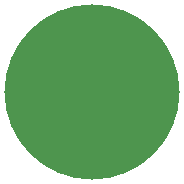
<source format=gbp>
PK
     Y            	   extra.gbsPK
     Y9~ûÏS$  S$     content.gbk<xml xmlns="http://www.w3.org/1999/xhtml"><variables><variable type="" id="pQRt-5:5no!:a5z,/)^d">color del cuadrado</variable></variables><block type="Program" id="l|yP$EYdGsj,nlCg(7LK" deletable="false" x="31" y="-15"><mutation timestamp="1724865567417"></mutation><statement name="program"><shadow type="ComandoCompletar" id="8Pa6+]H|(Uz~;MPT9$l)"></shadow><block type="procedures_callnoreturnnoparams" id="(eJteK~.Y*~N-Sh_yfv)"><mutation name="Posicionarse para el primer cuadrado"></mutation><next><block type="procedures_callnoreturn" id="[;_yA~W#0h2qCIw2W5Db"><mutation name="Dibujar cuadrado"><arg name="color del cuadrado"></arg></mutation><value name="ARG0"><block type="ColorSelector" id="Q4q,zlC-[4uDFT?f{Fr%"><field name="ColorDropdown">Rojo</field></block></value><next><block type="procedures_callnoreturnnoparams" id="f+!Ox+Ok~QtMN}2O|8]N"><mutation name="Posicionarse para el segundo cuadrado"></mutation><next><block type="procedures_callnoreturn" id="x^SQ=NBRUD*Bb,b]h|g{"><mutation name="Dibujar cuadrado"><arg name="color del cuadrado"></arg></mutation><value name="ARG0"><block type="ColorSelector" id="`ze4gfn7!M[3Ur{u2~z^"><field name="ColorDropdown">Negro</field></block></value><next><block type="procedures_callnoreturnnoparams" id="I+pn4kWn2]q?%6o)agPV"><mutation name="Posicionarse para el tercer cuadrado"></mutation><next><block type="procedures_callnoreturn" id="6pNkGz-B^3cN:hWJj5O}"><mutation name="Dibujar cuadrado"><arg name="color del cuadrado"></arg></mutation><value name="ARG0"><block type="ColorSelector" id="%OU688#%kKZ;Xu^`Qb[!"><field name="ColorDropdown">Azul</field></block></value><next><block type="procedures_callnoreturnnoparams" id="P!H`1_9aKvU!gK(!i;g7"><mutation name="Posicionarse para el cuarto cuadrado"></mutation><next><block type="procedures_callnoreturn" id="PaIJt);~--5=Eb9FhV%m"><mutation name="Dibujar cuadrado"><arg name="color del cuadrado"></arg></mutation><value name="ARG0"><block type="ColorSelector" id="AmqJ:z#]kC}s]:emjiM-"><field name="ColorDropdown">Verde</field></block></value></block></next></block></next></block></next></block></next></block></next></block></next></block></next></block></statement></block><block type="procedures_defnoreturn" id="6n,X*5RwW/|lpuJ+FOpF" x="541" y="47"><mutation isatomic="false"><arg name="color del cuadrado"></arg></mutation><field name="NAME">Dibujar cuadrado</field><field name="ARG0">color del cuadrado</field><statement name="STACK"><shadow type="ComandoCompletar" id="Bc?y;0JF_QN2fjU`/8cj"></shadow><block type="RepeticionSimple" id="nCscXlp|M|v=15$.lOT*"><value name="count"><block type="math_number" id="Iau,WwJj5LfCSza}Y!JY"><field name="NUM">2</field></block></value><statement name="block"><block type="Poner" id="iXTM).^cGtaJ:WNv$vG3"><value name="COLOR"><block type="variables_get" id="~DlTA#UpG+^0e#hDcXsz"><mutation var="color del cuadrado" parent="6n,X*5RwW/|lpuJ+FOpF"></mutation></block></value><next><block type="Mover" id="ndQpd|icrvnD?zLDLYI="><value name="DIRECCION"><block type="DireccionSelector" id="7glt4iN$c^2bjORbt_++"><field name="DireccionDropdown">Este</field></block></value></block></next></block></statement><next><block type="Poner" id="Slm-Y]GiuS%?c2rb?La^"><value name="COLOR"><block type="variables_get" id="O9eMCe!0hiTxY=?CV=zF"><mutation var="color del cuadrado" parent="6n,X*5RwW/|lpuJ+FOpF"></mutation></block></value><next><block type="RepeticionSimple" id="vqkzH_mRZKkmsa!t*6Nu"><value name="count"><block type="math_number" id="#MadR~AHniuFEO9Sexn,"><field name="NUM">2</field></block></value><statement name="block"><block type="Mover" id="*pr~W}seONF6e4,kGHr("><value name="DIRECCION"><block type="DireccionSelector" id="7s2v(VR$EOIXOLFWd6+k"><field name="DireccionDropdown">Norte</field></block></value><next><block type="Poner" id="%p74:7sn$Ku48Ld`+mch"><value name="COLOR"><block type="variables_get" id="[qMK7YM3s3Cyf!ya.h-D"><mutation var="color del cuadrado" parent="6n,X*5RwW/|lpuJ+FOpF"></mutation></block></value></block></next></block></statement><next><block type="RepeticionSimple" id="J*Gs3NVpFaT*pZADKS}Z"><value name="count"><block type="math_number" id=":8~y8-Vfs6EE$!`nSjDP"><field name="NUM">2</field></block></value><statement name="block"><block type="Mover" id="AXsUZZR8K7nxgTUl[;|#"><value name="DIRECCION"><block type="DireccionSelector" id="iZ:0oj2*:?[VPtGsIRiL"><field name="DireccionDropdown">Oeste</field></block></value><next><block type="Poner" id="oiG{SgB5E.JMCm%8W!Te"><value name="COLOR"><block type="variables_get" id="ZoFh(?-z!zD;dyc_+P(w"><mutation var="color del cuadrado" parent="6n,X*5RwW/|lpuJ+FOpF"></mutation></block></value></block></next></block></statement><next><block type="Mover" id="iNqgRObIFx##Q:{;.Lgw"><value name="DIRECCION"><block type="DireccionSelector" id="fJ7![VlO[NktV1eW)HU^"><field name="DireccionDropdown">Sur</field></block></value><next><block type="Poner" id="0~|l]*3_5Z(23zmdVI8%"><value name="COLOR"><block type="variables_get" id="a)maKV:Fv[b-3h]q4]rm"><mutation var="color del cuadrado" parent="6n,X*5RwW/|lpuJ+FOpF"></mutation></block></value><next><block type="Mover" id="+6g%^$);JfB,}vx~Zv-g"><value name="DIRECCION"><block type="DireccionSelector" id="iaI]oa9W]SHgs,G4}$Oa"><field name="DireccionDropdown">Sur</field></block></value></block></next></block></next></block></next></block></next></block></next></block></next></block></statement></block><block type="procedures_defnoreturnnoparams" id="a$NZLQg}G*^dA!.]or-[" x="31" y="394"><field name="NAME">Posicionarse para el primer cuadrado</field><statement name="STACK"><block type="IrAlBorde" id="QmwkWTm|u,$v_.v64^+["><value name="DIRECCION"><block type="DireccionSelector" id="0q`R/CKaEhFvR*}5K#Za"><field name="DireccionDropdown">Oeste</field></block></value><next><block type="IrAlBorde" id="VSCa^nQ]}rZy15#oc7#^"><value name="DIRECCION"><block type="DireccionSelector" id=",22e(|sOe=A9v:xg{Wy%"><field name="DireccionDropdown">Sur</field></block></value></block></next></block></statement></block><block type="procedures_defnoreturnnoparams" id="PdKK?N:WP[[2Bc=]GlAX" x="34" y="523"><field name="NAME">Posicionarse para el segundo cuadrado</field><statement name="STACK"><block type="IrAlBorde" id="_XWdAmJpyeNEV1g*NOQ3"><value name="DIRECCION"><block type="DireccionSelector" id="oR{%Cr8LjxiJTL}#f$c4"><field name="DireccionDropdown">Sur</field></block></value><next><block type="IrAlBorde" id="^R*Nb(!y]ji%fosj/Ti1"><value name="DIRECCION"><block type="DireccionSelector" id="/*1`zyNc9sMHRVpzHkAA"><field name="DireccionDropdown">Este</field></block></value><next><block type="RepeticionSimple" id="%2si+#)a;b?/;-/nH8w?"><value name="count"><block type="math_number" id="0n#tFDRVEse#%436#jbE"><field name="NUM">2</field></block></value><statement name="block"><block type="Mover" id="yw.fl3w^+TB|:l9luaK|"><value name="DIRECCION"><block type="DireccionSelector" id="Zkd#x1A^x4G+wWjZ2]Oc"><field name="DireccionDropdown">Oeste</field></block></value></block></statement></block></next></block></next></block></statement></block><block type="procedures_defnoreturnnoparams" id=")exHebw!/1Mya{mN+E,P" x="36" y="745"><field name="NAME">Posicionarse para el tercer cuadrado</field><statement name="STACK"><block type="IrAlBorde" id="O(7+:arRpzY5T0uW+y1x"><value name="DIRECCION"><block type="DireccionSelector" id="kX~X^F5mM-rJ{dGah892"><field name="DireccionDropdown">Norte</field></block></value><next><block type="IrAlBorde" id="v;wC=Th+Q_]ywp#QRiVB"><value name="DIRECCION"><block type="DireccionSelector" id=":Ns+oqF6p#aLa%vDeQHf"><field name="DireccionDropdown">Este</field></block></value><next><block type="RepeticionSimple" id="{#]}A{RPNzUWiL6)BLea"><value name="count"><block type="math_number" id="tGCQ9RailYk/1+~}2x8c"><field name="NUM">2</field></block></value><statement name="block"><block type="Mover" id="qG,}I*orz)#FDijjc!bO"><value name="DIRECCION"><block type="DireccionSelector" id="PUPJ7WPOl_$?OF17Xoym"><field name="DireccionDropdown">Sur</field></block></value><next><block type="Mover" id="]2-{Ou==BZ)AmQT%Iu^U"><value name="DIRECCION"><block type="DireccionSelector" id="owZq-p5g8;%rv;I(QrF#"><field name="DireccionDropdown">Oeste</field></block></value></block></next></block></statement></block></next></block></next></block></statement></block><block type="procedures_defnoreturnnoparams" id="cPBM](zx~:byqrT75ur3" x="34" y="997"><field name="NAME">Posicionarse para el cuarto cuadrado</field><statement name="STACK"><block type="IrAlBorde" id="87$sBwY)o*G5Lms?~S%f"><value name="DIRECCION"><block type="DireccionSelector" id="[=SqJ!vP3gF1dX^q=p6*"><field name="DireccionDropdown">Oeste</field></block></value><next><block type="IrAlBorde" id="YSYN7m.z%8:elqzaVC^j"><value name="DIRECCION"><block type="DireccionSelector" id="){+M__$?q+yif/IWVO:c"><field name="DireccionDropdown">Norte</field></block></value><next><block type="RepeticionSimple" id="YiD/7Rj*;hw~RO2DUb(A"><value name="count"><block type="math_number" id="/HUa=CGQ_`s7x{V.)a?K"><field name="NUM">2</field></block></value><statement name="block"><block type="Mover" id="6]s2)[r5d|FycsPb$:Ug"><value name="DIRECCION"><block type="DireccionSelector" id=":1wLAo93CaruO,oZby.6"><field name="DireccionDropdown">Sur</field></block></value></block></statement></block></next></block></next></block></statement></block></xml>PK
     Y               assets/PK
     Y               assets/boards/PK
     YÉw         assets/boards/Board1.gbbGBB/1.0
size 8 8
head 0 0
PK
     YQ.kï6  6     meta.ymllibrary:
  visible: false
source:
  visible: true
  percentage: 0.7685189421669106
board:
  visible_edition: true
  collapse_toolbox: false
  user_permissions:
    can_change_initial_board: false
    can_change_initial_board_source: false
    can_edit_board: false
    can_view_size_section: false
    can_view_attire_section: true
  active: 1
  initial_board_source: selected
execution_speed:
  user_permissions:
    can_change_speed: true
  active: instantaneous
attire:
  visible: true
  user_permissions:
    can_toggle_visibility: true
  active: Cuadrados
initialDescription: true
blocks:
  defaultToolbox: |
    <category name="COMANDOS">
    </category>
      <category name="Comandos primitivos">
        <block type="Poner"></block>
        <block type="Sacar"></block>
        <block type="Mover"></block>
        <block type="IrAlBorde"></block>
        <block type="VaciarTablero"></block>
        <block type="BOOM"></block>
      </category>
      <category name="Procedimientos primitivos">
      </category>
      <category name="Mis procedimientos" custom="PROCEDURE_CALLS">
      </category>
      <category name="Alternativas">
        <block type="AlternativaSimple"></block>
        <block type="AlternativaCompleta"></block>
      </category>
      <category name="Repeticiones">
        <block type="RepeticionSimple"></block>
        <block type="RepeticionCondicional"></block>
      </category>
      <category name="AsignaciÃ³n">
        <block type="Asignacion"></block>
      </category>
    <category name="EXPRESIONES">
    </category>
      <category name="Valores literales">
        <block type="math_number"></block>
        <block type="ColorSelector"></block>
        <block type="DireccionSelector"></block>
        <block type="BoolSelector"></block>
      </category>
      <category name="Expresiones primitivas">
        <block type="hayBolitas"></block>
        <block type="puedeMover"></block>
        <block type="nroBolitas"></block>
      </category>
      <category name="Funciones primitivas">
      </category>
      <category name="Mis funciones" custom="FUNCTION_CALLS">
      </category>
      <category name="Operadores">
        <block type="OperadorNumerico"></block>
        <block type="OperadorDeComparacion"></block>
        <block type="OperadorLogico"></block>
        <block type="not"></block>
        <block type="siguiente"></block>
        <block type="previo"></block>
        <block type="opuesto"></block>
      </category>
    <category name="DEFINICIONES">
    </category>
      <category name="Procedimientos">
        <block type="procedures_defnoreturnnoparams"></block>
        <block type="procedures_defnoreturn"></block>
      </category>
      <category name="Funciones">
        <block type="procedures_defreturnsimple"></block>
        <block type="procedures_defreturnsimplewithparams"></block>
        <block type="procedures_defreturn"></block>
      </category>
      <category name="Programas">
        <block type="Program"></block>
        <block type="InteractiveProgram"></block>
      </category>
      <category name="Asociaciones">
        <block type="InteractiveLetterBinding"></block>
        <block type="InteractiveNumberBinding"></block>
        <block type="InteractiveKeyBinding"></block>
      </category>
    <category name="Auxiliares Docente">
      <block type="ComandoCompletar"></block>
      <block type="ExpresionCompletar"></block>
      <block type="AsociacionDeTeclaCompletar"></block>
    </category>
  disabled:
    - Sacar
  visible:
    - COMANDOS
    - Poner
    - Mover
    - Sacar
    - IrAlBorde
    - Procedimientos primitivos
    - Mis procedimientos
    - RepeticionSimple
    - EXPRESIONES
    - Color
    - Direccion
    - Numero
    - DEFINICIONES
    - procedures_defnoreturnnoparams
    - procedures_defnoreturn
customErrors: null
name: 'Tablero de Ludo, toma 2'
PK
     Y øßVÓ  VÓ     description.md### ParÃ¡metros
# Proyecto 4.A2: 'Tablero de ludo, toma 2'

CompletÃ¡ el programa para lograr el mismo tablero que en la actividad _"Tablero de ludo, toma 1"_, o sea, obtener el siguiente tablero final (mostrado con y sin vestimenta):

<center>
![Tablero final, con y sin vestimenta](data:image/png;base64,iVBORw0KGgoAAAANSUhEUgAAAUoAAACVCAYAAAA+NrNLAAAABmJLR0QA/wD/AP+gvaeTAAAACXBIWXMAABJ0AAASdAHeZh94AAAAB3RJTUUH4QoKEzMo639KoQAAIABJREFUeNrsvXmQLelZ5vf7tsw859R+1+57+/btvlJ3S2hptKAFISRLgkECwsAMIcMMwYxniMGAMTE2dowdNvbAEDMRxMTYfzBAMGGYGUcIx4THILCxJEASTKtppJZ6VauXu2+1V50tl2/xH1/mqay6VXep22p0pft1nOhbVSczv/wy88l3ed7nFSGEwN1xd9wdd8fdsefQO39xFzfvjr2GEOKOP4e79/fdsZ/7fBtQjkYjVldXcc7tekMJIXDO4b1HKYUUgrDHga53Q4bg8T6gtd7zONe7qX09P6k0ez27e+9DAB7nPAiBknJ/iwk47wFQSu3rPJyzCCH3tb0QAu8cznvUHutwo+MDeO/wHpSSe15PKSVTU1PMz8/fsWAZQmBzc5O1tbXr3t8hBJxzCCGQUiFEYLflU0rhvb9mP80+vHMIpZFi9/WXUhJC2HMe1loCYK7zjAgh8PU9eM294R3e+foZEcCt76N5ToWQSClu+TziPe4QUqLq7+22fbwP9zoPj3MOpTVij+f8+ucQ4loEUFLteR7xektmZmZYWFi45j5Xv/RLv/RLANZaLl68OLlJmpug/ZFScOHMKzz93NfoTk3R62Z4H6753l7bxxvIcvXSBV48fY5j9947uWnbn2bhdtse4MyLX+P0K1+D7kGmM7Xr9/b8AHa8wfPPP8fF1T7zM9OTi3jzH/A255WXTrO6Pubggbld53u987DW8ld/+RcMi8DBhfk9t99rDkJKTr/wPM999WmSmcN0Ew3cwrUAqnLMmZee44Uzl+lOzdBNDX6PNR+NRggh6HQ6dyRQDgYDFhcXJw9n84C1P1Ip8v4mp19+kfWBZWp6hsTs8d36Ad/t9+V4yMvPf5nkwP30DLDL9tf7KKV44Zlneen8RU7ed3zP4+81B6U0mytLPPfM06jeHNO9DvIW5yClohyuc+bMOQrRZWE6A25+HRqgffJLj2O94cDC3J7f23MdtObq2Vd47oVn6CzcSy81u57H9a6FdxXnX/kar5xfZHp6jl432fM8QgjkeY73nm63ux3Qm38URbErKm+zoUKBC5KqcgRX1XbVLb7ZEVgkmQz7cvNCCJw4dYq5qYzKuutOYdd9hIDKZjh54j7y4RBr7S1bSVLC8so6Z85fREnHfo0sWzo21lYI+7BqlZScOXeOTmqwlduPiUXWmcaJhPuOHebA/Az+OpanEII8z+9Yd6rf708eqD2vqxCs9jdZODJPIgKba+sIIW/x/o5rK8pA6fc3V+89D33bGzByv9s75g7fw8JMh7wocX4/4QZPf3ODS5eXKUq7b0+iKiwba6v72l5JyemLl+gYidvHPR5CIM26BN3hvmOHWZifwvsb485gMLj23tgNWMSu/4EQCUor0sSgpNnje9f/T2vN/Nw8SZLteSQp5J7bSyG5eOYl1sIM9x+agrDHN/e4MEJI8v4GlUpJlETe8vUTBGfRCkzaparcdV8YQuz+UVJy7L6TdLTAhl2+wx7/rj8hBBYOHuH+ew8zKKo9j7PX9nF5PCbpkGiDxO+5/TdDfM85d1MPVi9NyQc5QRs6ve6tn3MAbQwLhw+i2B9SSil57qknOHbyoX2tuZSStcWrLByYpyw91rpbNGkErioheLozUwRv9xnrk5w4+QBCh32/MA4fOcKxIwcYjCrYx25CCKRJhlEGbnItdwsliCbrPRwOuXLlCkIKbKiwfpfFFdGtyCtPp9PBaLUt9hFq6AsiIMLucRGIsTXrLEmSEgg7jiNAhL0XRQjWlq6yORizcOgo0930GpwKgESSyhQfrr1ZldZcvnCG2YUjpEnCfq6AlArvLNY5tNa7xzCDwPrddx8IDNfXcDpjbrqDD81piGvOZa+bXAnHmYtLnLj3CL5e+12Req8bREBZlkgh0VrtmH37RlMIAp1Oxj333HNHAuX58+epquqGMXSlFMsrqxitmZ2ZnsShd/veXuAbQsDZCqESlNwbzK4Xo7x88SzjSvDA/fftafnsFZuLFpDj4uIqBxfmSEyy5/leby2kjDkJ68Boued57DWHEAL99VVENsVMN931NrxRHF3LwNlLKxw/euAapLiZOQBUtkIIgVb6ui+XZh9CCE6ePLnN2JoA5Wg04uqVq5Sh5CvrX2bkhijU5OREg4leIAR45yemSuOdCCHoD/psDjY5fOgwRmqCp46pxe95DyI+1TFQLOvFEvWbzFmWVhbpdLvMTM0ggpjMQar4zIsQEw/WWQggpNhmG2/0NzBFwodPfQ+lKyYJqCYW0cRhm6B545IppSY38M6L2MRSm8RLs4/m7zvjRkrC+RW4tC7rm9G1bnBF8A5BNCVjUkfV6yAnFtDq2jpS6hjfCZ6AhxBBOsSsFlJJnLNb8xV64lrnRcnSygpHj95DogQ+uLhecdEheKj3GYIHIbf+Vt+U585f4iPfcZRDcxmdToejR4/esUBprZ3Eh40xNwzZXM+aq6rquvuI67f39s19t1c4oEkkOef3tLacc9edw40ApAm5pWm673Wtqgqt9WTNlKzPPIBr7jWun+xpnr0Y/mDi5TlfGz03OA/vPd77icHS7CPU+7iZ0V4HIQT333//NqDUbfT3wZPbnC8uPsHZzTNUlSXknuADelrHMKULCC2aMAZIkEoQfDzAuZfOQQ6n3nyKoswJVcAOHaqrUD2FL6OLh5I0ZpRQNdg5GA1HnP/qBY49cJyZA9PY0mKHFiSYKU0Q4MuAyiS+qudSeVRX4eqg0IWzFzk6vIcPP/ARiiICZfOQSCkpy5IQYta9ATyl1NZC12DZBP2bh6v5bgiBqqomf/feI6VEaz258RMtOXO54rEXPZvDEm8rXLmJMlOodIpgiwhMyhCcrQP+EqE0wTvGoyGXz7/IwsICh46epChzXL4JQqCz2bjwvkLoFO8qpDQEX6KSKVwVY4nra0ssnn+BN73zg7iqpCpGOJujTAdpegRf1TdyBMfgK5TuRNAMgRA8X/jzz/LOhz/Kwdn0hg/dnZD59t4zGAx44IEH9h1OkFJy8eJFDh48uG/Xenl5mSzL6HZv3b1v4sWDwYD5+fnbui6XL1/e9z6klFy5coWpqSkSY5AycGYFKgszHbh3Fgp7/e03NjYIITA3N4eWnrURLA/iO+b4PCQ6wsT1lmg0GlFZy8L8HMF7lgawPoaZDA7PRdC8HmBKKXnppZdIkmTP7+idb8GGAnRm8QyLK4tgBborUXntmjkIPiBMHQs0AqEgVIHgA4OLIx44+iCbo02+eumruL5FaIGe0ciBJLhANK4C0kTLJe4LvA2UaxUmN4gApxdfYXlpBV95dE+hx3G6vozWrBACmQiCC+hcYUee4AKDpSHHsuPb6AdCCKqqmliWjVXYgF3z1rLWkiTJBACNMYQQMMZMLNAGGNtWqlJq8ncAow1aKTYHQ555aYlytIGQCp2BMhbvLIEA3iNNFtNcKqljoCXlaAVTDDh48CDnLq9z+coVvM1R6TQ6EwgkwVeE4BFSI6XBB4tOFa7oE4Kl6l9lVgdG45IXX7nMaLiOEALTmUeamJALwSMAqVOCt8iEuF9X4l1FMdr4puBPtocxhvn5+dvax2g0YmFhYd/bN5nVLMv2tX1ZlhhjmJubu63zGI/Ht7WPoig4ePAAUio++Qx88Qy8tAQnFuBjb4H3PnD97bXWeO+ZmZnh7Cp89gw89koE2HeehI+/E+ZvQLTIsgxnLb2ZGZ48B596Hp6+CEem4aNvhvc/BMkNEmM3sqp3ddqFjPxCYzSqq+gcywg+4HJPqAJu7BBOIFMZLUopIAVXeHSiEUYgkZjEgITuyU4EtDLgiq19qEQhlIhuuYqxTS88MlFILdFOo4IiO5ySLBgQ4EaOoMH2LTKRyCARaQTapKOwYxdd6FROLMEG0IwxVFU1cbvbVkZz8zYvisa6bPbRgG6b87jTNd/GqwtNWixgdIqT0D34eqTJCL7ClSOCr7B5HyVShFQIJaNbLgVeSZROkFKjUSjhSWcOk07fC0LiygEhGOx4LbppMqBlBnhU1sWVQ4KSKNNFCoVSYExKOnsMk83hbY6zOb4aEVyFxCGSDCk9qAQvBT6UqKS3M+d3x49XIynVXOv9vkQad/F2j/9qWNi3uw5SBP6fZ+BXPgn3HPLcKyr+j8dTnjgNv/7jgVOHxHW3F3iGJfz6n8EXzsHDRwpOXzD82fOSfh74uQ8KOub6iRcfPM9fgl/5Qyi9J5OOv7isefy04H/5wcCHHrm9l73cLWuHCwglMXMGM2ui2StBJgKRCFRPIWpLLrgAUiBNBDukINhoXepMkh5OkCoGDEQikEYiU4nqqejK2xp0tJh8CNFCRYJZMOipGJwUMoKzNBLd08hM4l0MDSDitlLJSfitfSM1lmPjYrd/bt94bctyJ5ewiSm1t2+73+1gsHUWV1tsKumQzhxDqMh1lDJFqgSpO5jOTIzXNtadMgiVIGQMCntXgRCY3mF0Nh/XQUikSpEyQaUzKJ0RXEkIrn7pGITUIBXBW4K3KNMjmTocvxt8TDSoDKm7qGQ6ut6ujMkjpZHNPkLYV7Lr7vgWGgL+1Z9WDApYHgp++JGCzMDFdfjEX944Y26U4InTgSdOey5twBuOVzwy65ky8Nufd/TzcKPDMy4Dj73s+KuzUAV403HHo/cEXl6G//hSYFze3gtB78zkaVQEJF3nUGW04oSukzYBpJZgooUpRO16B1BGxghuHccMgMwkroiTlEkd6RWgOpJgazda1sluHY8XbP07JVBdSfDgRh6ZNcvikWkNyvXx4jMtJkmnUPno2rZAsgG8xircItJvZSDbVmWT+Gm77+39tbOODcBOwNY5vBcImRAokKaLtzkgkDqNSRtvJ7FCXxWIGKxFiICQGt/QMqRCmk5M/FRDZIjUqoBH6QyERHo/ccOpwS7mewqE1AhlontuC3BVPYcQLVmZEJzC23GMkwpFEC7OwRWRzqTUvquYvlGGVApxF9a+LuPyumOUBzbOez57qDZWXMXXzq0A108ASgGrA8+g8Iw2LZ9/LlANJULCmbOLWHsEUNdFytIGlvqeEAQvX87JpCRFIr1lbWPIKO/QuU4MMj7fTQWS3xsovXecPf0ya8UQoaNLHS1GH608H8ni0VWOFps0MrrMNtJ5VFZnTCXRuhTgC19bevF7MZFTg6sLyLRe1NIjEhmPTe2OS0HIQ6QLNaBYxyaFFnjrUWkEUu8iwMpURqtIxhhqu8Jlt2xhk9hpA2DbMmxv2/y/oZkYY7DWTlzzdkzU+1DPo7ZYbY4QCqk0wdVJFKkRQhNwSNNBCIm3Re2Gp5PthVAEl4OPbxPvY+mjQMTvuTy69PVCOFeik15thUfLMs6hiGsndeTGhYBUpn77KYTuRLe+GiFNF8QYKTX99VXO+g2mDhznyB2a9Q4hcP7MaWTaZXaqexfZXmWT8s335Pzbz60igP/987C2+gxlWfBz73ndDbd2Hh46KpDFChcvDPncQCCKs2xsbnDikMTIg9cFyhCgl0pOHXBcOHeJ1Fg2FgOi3GRptc/M2+5nYXrmhvNYX1lkmJccOHT0mpCKbGfSet2Mi5eWUFoRXKBcswRHjEXW5OOYgAGCQCZ1cqYKyE7cBhXddiEFtm9xgxhLRNUWqoogF3x0t6UW+DICoNSR8yd0/F6oPNW6rY9VswwFCCNqa1Eg6hIzP/Y1UNdJXL0Vh9zpFjexxnYSpnGpmwx5+7ttkG2XmTWfBmAbmkTjtkfiu8KO13D5GtJkCGniK1CqmEAJLlKDlMG7IrrmOoMQLTohDd6V2NFKpBTpBIFEEN3vSPGR0V0XElsNUUlva31qC9MVA2y+NnHtGxAVso65SoXUSW1VCqRMJgCadaa4eOEcaSe9cx9lAdMz05w9ffqGFTp3xy2+hHzgH/9Al/eeUhSrA869sk7/wiv86Lu6/PgHDt84MeUCbzom+akPZhyatiyfG7H04jmmxCr/7O+cYH7K3IT7Dh94g+EffMBQbIxZPr3C0unzfN+bJR//rgM3FUvOuj2uXjpP2KUaS7dPdrC2xImHHubc5rNUmw7Xd/jEwVxMrhCitRiqUFN64g3obICBo9qo2fMhuut20wEBsxBQnZqCEqJV6QuQmYiuOuCrgB2U2L7DSEWwgWpgqTYrZCZRU2ZivcpUUvUt0jSufIDaPS9Xq0j2do48z2NBfYv72HabGze54dW1Y5Pee8qynAAg9T7bPzdgOuGQKUVZllhr0VIDClcOcMU61gVMr0LWyRFBqPmUI5TpTqofgs2x1YhquEwiFMGXuMJSjVcRKkFncwhtYoZaZ1T5BlLX4BvRnGDHFJsX429CwFdj7HgFWzlM5wDS9GKWveZzxvPQdWAXgvcUG6cjgIZA0kkpSsF8L7uDn2YYryxy4NgDhDuc5vSNNqyHU0cSfvun7+XZ7z/Ict9y79Rx3npqlpnujUGuSSV8/L2zvPX+jOcvVmCP8NC9hm8/NYtWNwY5H+DwrOJXf+wIf/Pds1xcLZnvnOLtp3rcd+jm9AmyTkpeODqJvCZRp9s5HCs73HdoFnvZgvOonsT2HcJUJIfTictNiEkYV8aYnOrKaBUC1IkcN3SoToxPFlcKsuMZMqvzwC4+gH4cIq9S19Zp6eMZe3CjSCZXXUW1USG0IFnQW9ZkAG99TByVAdWNFq2oeZayI2vSrtiWrDHGTECx+X07u+29ZzgcRm5YTRPaUiGJFmWSJJOYZPNpJ3TyPEcEQ1VabLGJSqZxxZB8/QydhdcjTbcumHEQPM6OCeUYlEGaLq7oA4HgHb4ag89Q6TS2WEOOUkzvCFJGTin4mPBxFd5FHmUkjyu8KwkqYIsNpE6RvqIaXKm5mHPRmvQ2zsM6nB0jpEEoA9Lgi0F8udmcI/edRNzBSZ0ArOcVD548SDke3NQ2hS/4w+U/5MXRixhh+OjBj/JI75FbOu75/Dy/v/T79G2fE50TfO+B7+WAOXBL+/j06qf54uYX0cLw6PRb+NDCh+tz+sa4Hg2cPHjY8OBhg/PsWZF0vdFJBG97IOPbH8iA6X3Fkw9MK77nrT186N1yebIbLjNzz6ldj6vbge777j9JSR6xqgKZqbrQI4KbNDHuKCT4PBCsxxXR5dXTCrteRS5j/XuhBbpJnFQB0ZGtmrz4O18GhIuEdl9GYJU1DUkIUJmKyZ0QYlxUAy7GIH3pa1CNoCy7CtYtbuRgCpRWSLtdxqmqKpRSGGPI85yqqgghUBTFNquxsRAbq7FNx6iqaqKi07jqDaA2lQaRa2liAkcadNIjBE9wBaS9OmAcSea+yvG+Aleis9kIkDbHuQHeTRNCitQd8LrezoMwEHx0ze0IgscWm8ikh0qnEaNlbLFBkDFuGRC1Jem3sXeFEIgQCN7iyxFCp+hsFmWmKIeL+GpIEAkP3n/4jq71FkLwwOseQgtPcROnUYWKXzv7ayyVi1wpl7mUn+f/W/lj/unrf5W3Tb9t93LRHePF0Yv8+vlfpwyWp/tPYQQ8N3iOn7n/Z+iIm7NyPnH1E/z52p9zMb9C5QZ8ZuXTnM7P8PcP/X02w+Y35For+eoA720l7vaxE5Et8NCJPeTg2pMzWsdMtYllim7kUFMqWoy5x5X1O0w2toVAKEnVd1SrFtXVmJlI21GdaI0iIZmLCQM39DW9RdRueATdUEG1WhFKj5nR6J5CdRXexsy6nq6pQLmbxDOZlJnHmbjcY1crhBGYWY00gtBo2bViiY0l2CR0dlKIlFKkabqtAgeYxB+bfbQretoPo5QSYwzaxBS+Nl1cvk4QCtM7BIhYYRPqN4aoL4wQBG+phkv4aoTuLNSA1Z2AmEpn0ek0rhrF7HVNFQoTzqbAV2OqwWWENJjeIaTpIE1WW6YB04nxGl8NorsvJKFtK4ZANbiKq4aYzgIymQZkXdd/Z48kSW5WF4HPLn+Wv1j9c764+TV+aOF7OGwOcKW4yr8++68Z+/ENn+ahHfLHV/+Yz6x+moH1/PDCDzEPfHLxj3h87fGbipmtl+v8xtnf4Cv9pzne+XY+Nv0oF4pLfGrpUzy99jRGGu6OV/FlKvXeNe17Ybow0R0WCHwRJrQffMBuWNzYgY70n1D6urSxBrA6Yy2MQGqJtwFfeILzBBcpQXbDEmwsRRQ6Ah0iJmdQteGp6ySOjMma4OtMvA/YTYsdWISREVTL6MbLRIIRiFYdbVNho7WeAFvjSs/MzEwszKaWu3GtGyBsE9YbwG3c7CRJ6HQ6k9832XCjDUEEgtQIlSBVirdldIe9JfhYGVMNl2LpoOkgdIKrhjGho0w0n+syR2nSmmg+qitq6rrlfB2XryOkRmXT+GqMqwqUTmOyRihAInVaxzYdrhrVJYrRcrWj5TiHZAqkwlWjCVcz1qB/6yU/1qo1cl+w6S5x2q5RCjDK8Pz689ibUNPJXc7F8UUQcKVa4nK5RE9nFKHk/OA8/aKPvMG6ntk8Qz/0KUPBVwdPMaWnEVIwsAPObpxFCXUX3V6jsXtljhakhxPMUCMTiRs4XBFAxeSLLz1CRRC0/ViHLVMZEzxagA2YOU3iDSqV4KBcqxBK4iuPLyJRXXajNeTLSOuRiUSULrKBjCDpGZLCIDNBsWgRWhKEx4to4Qrd8LUCofToOV0naqNjpLXZBnRtgGsszZ31222Xu22BNvtoQLYB2nZdeFmWW667oLbgFkh6GnSH4B3VaAWVTkdytysI3qFqS8eXY6SJbrazFSKI2jJcwLg6eTNcjGELZ/CCSOWpCeq+iKWHunugdssTQnAoM0U6k1DagMBhq2GsDxcSb8eRfyli5ZMfrSOTXoxTTozMbz3CuQ4av+5xm5Y/3fhj1spVxqMxB9wB+I6bcD+Fouu6lIsly+4cT2QrlNUmwyt9sm5Gd/bGNd5Hukco10vk0LGqzvLv1zawyyWFKOi+tUsQdwsBXqshdwa8IVbgyJ6KZYeFx9exRJlG603WsUY/dvgqgK+5lF4gXHTPZUdiehpfhIkLjQjIrkJmEmEkoYiljBMRmxATOcEHZCLRPQWKCbj6wqN6ajIPfMCOXKziCTF2SYjfD8T2Bu2M9U419UbYorEg20T0hiLU1IA2WfMmBtn+eae1KoTA2VptyPTQnTm8K6ILXY2AgEqnkaaLVCnO5fhySAguxjG9jWpBwSK0wWTztXhGhbc53hVI00PpDjqZqi3LwaR2O/iqBtMytppIe6i0ByLgbRHdcEAl0ygzhdQp3o7w5RhfW7sEX4szt++Mb53x/gPv53W8jnKj4uLSeVa/vMLSXy7xdx/5u3TNjXmYc8kcHz74YTqbXcabm1w+c4mzj1/mjfkbeMfhd6CVvmEy5p7uPXxs6mPkG2PytT7PPf0K46+MeZ1/HR94/QcoXXkXwf46LMpa6QxnLasvrTBcGuPz2qU1gmq1QiiBG7to0SkRywcDsaxRC4qlCnVAsr60zuDlIW7kY3bcBqqVCj2rI/AN6tJDFVWDhBYxyz6wdGWXwhZsvNJnuDLCj+M+hIBqxYASuKHDF7U4hhJROGNKIySUqyXhpMfWdKC2gMVu1TmN5FXzuyb73dCGkiSZUIWaxE6bJtSuBddaxwQRHmTG+tpV+pdPU+Ub+ConeEvZv0zRPU9wFa7YrEsPFcHF/6tsBlsM6WhLVXk2119kcPVCBDNXIIBqeDUmcooBzo5juERKvC3R6QxCJbjxMlMH5hkN+6xfeAabD3HVMLrZ/UuYzhzeVbFu3FU1Z7NA6hSVzuCrEb4a8q1YznIgO8Avf+cv8zvP/Q4vrL1ALnL+1pv/Fh/9to+ihLopK/vd97yb3/zIb/K7z/8u6xvrHL73MD/xzp/gLfe+heXlZXSib7iPf/Lef8LJ2ZM8duEx5JzkkTc9ws9/6Ocn3s/d8dcAlFJKhIPxYo4+nXBI9cCBDwFRCcTGloERHFBX5IQAotYw9TowHabxL8HrRg9Hy8v7GLO0INbFluVYbxdcpEKKzVgB1DmYMbw6JF3KOFil4OustRSIdTHRog22rtSpIm1JbMa5TVEyk80Sgp8kV5pWF7sJW6RpOok3NrXgbeWg5ufGAm1I6u3YZTuZI6VECg/BUyw+xbzYgMzjTUUIDilLhBiA8oSOj0TymqojECA2CIknm1ogqy6ShWUOLBRRcchXMW4oLxKEIHQ9IvhJC4LgLUqPAY+Y1XRnJctXn2UunEN0FCEp6+NZBJsxHpy6egElBEsQQ4RYBxPozWlkq6b9m2nc0PXtHOEX3/GLu25zvYZa7fGOI+/gHUfeseuxd1Z87e7ySX7qTT/FT73pp7b9fuzH26htt3v++9lHY3jc7Fpcb/v9zmG3HlP7ncdNA6WrycfHTh7jQ/f9J8gQ3VsgusqEWIZIDW61YK5o6sK94PyVc9w7Ps5PfN9PTugyla0mbqmtLD74rfggAm00UsaujkoqhnbA/7v8R6yHNQwJoRYJFkZGMHA1QPtaUBiQiaqt28D5SxewKxXWOaqyqgUqtmg/Te+XhiDeSKhprbepBjVg2BDXm31UVTWhGTW0oSazrrUmSRKMEkxNWb7ju76XEATU7nQsFcwINq9drwDOI3TdWkMawDMa56xcOcsH39Lh/W//IEXpKKsytsOQkhA8RVFOOlk2IYAmARWBDVYH8Lufqzg4+114Z8H7ukRS472rwTm6EiGEugZc1OAb+PxfPDGJx97p9KAm2eac48KFC/sGfiFE7AYgxL72IaVkaWmJbre7Lz1KiPJmg8HgtlSIQggsLS3t2QX0Zs7j6tWrE/FegMpRdzwEI68ftBFCsLm5ifee8Xi8b6AcDofb9mF9LItUAm6GrNHoe87MzGwDzl0J50weFlgbrvPExcdZ31zDD+JFSA4msSrH1/QhKWrhXCYVM0IKFp9b4gdP/hCVq7Z0H318yJsMtGu5xCEEPFtusVaakor14RqPXXmM0WBIuVKhMolZiNU5Lo9udqg86Bj6wGtZAAAgAElEQVRH1dMKO4h0pLXz6zwq34aSEqkkWmy5yO1EDGzp4TU3SwOAzUVoLMjm58blaQtgtN9IjdyaFBLnPK9cWOPl8+vYckA1WMJMH0Wnc/hQRdBTHUKoauvXRLqOt+TDDbr2LO97w+uprMe6WPBf1rzP5nyKspqcgw+1V2Dd5NzyInD20jpf/uqAfLiOK/qYzgK6M0+wJShd15PLqHeZTEfqEQHvA+e/+hTBv/mbwnpsK2EfP378tvd577337nvbNE1vS4+yKAr6/f6+xYPbIHE75yGl5ODBgyilWOzDnz0P51bhTffCBx+BqevrUDA9PU0IYQJS+xmj0QhbVczMzrI2hi+8DF+5AA8ehO9+CI7cxK5XVla2lTnvfAHu2uxFCKjKiuFwhDaa5IjBUhFsfHj8pq8l1yIQRaUfcEVMzHjhtpnFbdHbZiI7gaYhbsfseZxEVVUM14aoWY2cEdjEEspA0IF8dRwz5UIijMAFhzcen/vYUzkROOcnD0jjLrf1KNtcyGZ+TbJGa421lizLJoTyxsVugH4n6Dc/A6Qmq93pWEqZDzfpzD+M1xlVCFHm3pb4chHdmUcIgyCp5c48ZVUSH6EtGbhmDm2Se2NNtm/8NveTmiOZj4bk4xLTO0bIZqlCXQSVjwnexWohmSCdQpDhbI4rR7Ge/FvM5b6Z8detR7lfd3e3l8ftroMgcHoF/uG/Ba0DG5uB3/qc5Lsfgl//ccjM128OW+sQuLwJ//LT8NgrgUEe2BxL3vUg/E8/AK8/fHvXe08ilzSSZMZgphVmSkf9x1RGUd1UbsUqixCTMSpqQapUokxsG9EkRRowaUjb7VheU1PdfCcEcDamr1Ui0VMaM6NIZg2qo6JYbypRiYogXce0QxWiNJwWCF3/vQbDZg5tt7R5Gza13jvd6QZcG1BqrNHGxW6LYzTWXdWy9pyPx0WATmcw2Sw6m8WkM6h0CiVNFNU1SYxjBEvwBYIQtSqlQekUVQt1tEG4mffOvsbNHCYScTaGOYTUSNNFZXOY7jwmm63bQWRInaFUgggWQSDYGJaQyiClQpkM7oqT3R3XAxEFv/pHnsVNMD3HP/9Qn9TAX56BTzzhXpM5lC7w2MuBT3wRjh9w/GfvyPnAA45PvwB/8BV/3VbMtwyUDf2vkTOTvVgW6Mcxay105EqqnkJ1onBFEJHKI2p3PNhYmmgru4203bx5d4rm7lRycXU80dc142beIBMVCe6ubkGhoniw7MgocODDRNBXIMAHXOFiM63aympX1rTFe9vJmbal21iXbfd7p9JQ++ed5rq1FmdLgnMgJcnUEYK3uJqaI3VUNTfZQsw2+yoCmk5j3xxiSwZbFpNzaK/Xzmqjxmpv62taZ/HWEVyJ1AlJ72AMiVYjICoESZ2hspgl966ZQ1brUsqaShS+6RI5d8erO758pmRUep56QfJXlzVSRl/mz58fvgbxZxgVgRcuWbyHL52DL140lEGhJVxeLVgb2Ns6xjbX21YlRVVFwNECylh473xA+lghE8V8BSiBDLXupI99cFRXEkQsptuyEMM1pnLjPjagtE1AlyjrLpRo7bvus1MTbIOPdeehFs0ITcbdRTGMWts3krh3EMWbnxvLse3CNp92v5x2oLrt7jT7aM6j7R5PNC2FipJpjKMIiIvJGB/qKqQQQCdRt1jU+pk+NhpTpgNliOuxi5vXWLxtYG7PoS0NJ1WKFAHrHAGP8AKhwqTzIkLGWnKi/qX3FSiD0GmMnQrobw7IDmd39MMcXzJ3Sdpfj3Fk2vLK1/p47/j3T0r6q5tUxZiDpxQw8/U9eIBECw70PKurqwxVwVfGioTAxtUhqkromCM3Fa8Ve7R33hLudZbTL73IONGxBw6x1hsTm4s1yuQikbV6kEeaurLGhklcUUhABUxi8M5vo9E0bna3270mXngN1aA+nh24SdUOoW47kdRgVCsPIWN1j6j/hoihg3aipaEGNa5plmXb3Ozd5NTa1KA2SDXzzrKMqqomIYY2bSjUXQyFkHhX4qoCnc1OWjwIqeuUvY89uXUK3sWKGZ2BUJFTqU39wnGTcxBCUJYlSZKQJMmEB7pzDhCV8WKriRJXxh44MbMekFKBUDU4E8EyOLwr0eksPgyROmVtbYXNxSG92bk7+mFeXLyCUglJcrdG+lW26fh77w08+dVVLl7K+dw5DxvP8oaHF/g773/f1z/mDHQTwXtOCe7vrfLsSyNWqhyGFzl+r+B9r3sX3ezG17y/vk5hK+YWDl0Tlm+aQGPtiGeeO8PBE7NwIApQVGsWdVBNBHqRtXJQFSYNwdzY461HT6lYzlgLNFhrJwrj7Ye4qYJpW0iNZVQUBSIIUPFYbuiw65b0SDIR7o1uaxT7lbXV6cvoauspVWtgQiASztsg3cQY2/HRBiwbmk0TL23TbtpWWwOo7Thn2x1vYp1RUFgTQoUdLeN9IJk6su3mEkrhq3Et1BtwbhyBNHhc2YempcSOiqKmmqgdPmheNo0VHC1hRaMeYvM1bGkx2RxCpRNh4OZGE9JACNiiHyt1qiHBFUil+NKXvsRHvvtRTp+5xKmT992Rj7L3JX/1hSeYO3QPj771jXex7VUclQ380HdMMy7v4Q+f7NMfVhwwb+Bvf+h+3nj/zGsyhxDgzfcl/NY/PMZvfWadq2tj5nTGx7/rEB971z03hnopef65p3C+4tSj331NXF63HluSLHZbtOOAG0URV9u3qI5CT6m6z1QUxwhS1KWD0Zp0Q0e16aK1SYxRNg9yAzgNSO6VPSvL6Jo6HHYYq3+8DVEQOBHono4k87oSRxoRY5k2uuo+95RrVaM/i2v18m5ns3eLt7Uz70VR0Ol0rlEIalue7X20Qb8RDJYkOAs23wRvcVVF2b9CMnMcoVTsXUHspb3Vmyaa/Xa8GjUpuwLnI+A3QDhph1vHJJvjt8+jSep47/AuqhV5m+OtpcrXMN1DSJ3U1m5V62KKSckjEMU6QuSrdjMDQk94tnfmiDJ9w/HolpL4zw2f41J+CSMNb51+K3P6tbeqz4zP8PL4ZSSSBzsPcn/n/m8wezKOH3vfDD/63hk2Rp4DUydf46sbx3se6vCehzos9z1zPYm+BT0XGzwqOEbjai/XW6DMFG9/9GGGwvH0pScJVUBPK8K4BsuejJaci9HTqCXpCQHMTASSatPhchdbtBpzTdOuBiwb97Wx8trxSmujyIYf1zzHaRUBc+AJWUwcxeRCXdNtwRcOPWsmrSrcyCM6kciugtoGJk3ssQHPBkCb+TQVOGmabkvy7KwTb9pGuJbV2ubqVbYieIErN2M5ICNsvobuLqD1LCg1qaX21Qhn89iatjNfP9Qx8aOUxmhNaf01Yhxt5fZmfk0YoFlvHzSuGiJUhkoCLt9AmV5UK5IaXF1XXo2jwIbOkCZDpTOU/cu4KufNb/lulE44dfzYnescioRH3/4WShdpYzczPrn0Sb7U/yLPDr7KwPV5y9Sb+dkTP8ux9NhN6VG+GuMr/a/wB0t/wFf6T2F9wYnOSX7snh/jXZ13fUPqUWoJB6b++tWmDk7f2hyC9zzyyLcxHg+Z2qX1xJZwrxTce9/9DKs+4UqtnuwDejYqCPky9mZBxESAr0KMTxYeN46xwahjGcVonXcTl7SxzJrkSWNZNpnlxs1tLCJqwGsqcPSsju1xq0CQdRsKI/DjaNG63CO7fuKKR6Motr1t3Oo257D5WWtNv9/f5kY37nkbINvg3pxPI7nWFtdoi2LEJl4KITTOjqMAho4ub3BFFN4VEiFNlFbzLoJlLbgglI4yXK0E1M4+4m0GQVEUk2ZnzXe0VpQ2HgM/QsgOKp2JGpa1oEK0ICPX0rsyxqFtNknsAEzNzHPivgNkWXIHA6Xg+ImTeO/p9/s3/P7Tm0/zuxd/h1EIfGTuPfzx6qf4vxd/nwW1wM8/8POvCWOq8AW/dvrXuGoXOZG9lXvCOv9h7c8Y+zEnjp0gEXfu9fhGHAsHD9de3bXJ022w652LddmqJoVXYdKkyxdRQYgQau3HWoE8ldhB7I+jMjURx5A1MLabcLVdWCklWZZti/dprcmyLCaT9FY9dxOf9KWPVmRgoiZE3evb57ERmUgFelpNmqA1J9zQeZqETZPs6PV62yhCzRx2yzA3c22y3SEEkiQhTdNtccImyRLqJE2wRR2TTKIeZDmKSkG1NmTTNAypqUbLeFug01lkMrVFFapDCE2ZZdtaN8bQ6XS2xSvTNI2amEEgVbLVdVGneF/hbD5pA+GrEQQXqUkoquEi3pfobB5pujV7wOH9nZ0xbnsQNxovDF5gpVrhYnmWXrJA10zTNR3+ZPFPKHzx2rjcm2d4dvQMG26TdTvgTd0HQQouFhd5eu3pui/T3fHqxbEbL4y9Lcrtgc2oEq4LjUpVzCgT+ZW+BDdw0errxr8h6k6NTe23EGi91ayrSaDsVOtpu4/t/tiC+LCbaY3BoLKooq46W1alHcSiUjklCFbii6hp2WTBG+BtLMD2HHZmuhuLMM/zbQmfJj7ZbNNYvo1F14Bw8wJo3PDYA1tBcFFmLVtApLOxTt2OY9mlK8F7XLGBSqZrYd8CkDED3tR1C4HWClvYicvfnkOb+N7EJyf6myrWewupMb3DiJAAMpLKZYJ3ZZ0NH0Q1dd3Flf3IpVQp1IT5b0W+ufMuKl+Ncj7t/oSlahmXO8b9MeFtr80LQwlFNbZQlpwTz/Bn+QasBQpfUKYlYuYut/W1GrvrUZpYV616tQVYhdjLpq58aVrsButxoyi023RXFCIqALUJ0Dt1HJs4YDsx0lb/8N4jM4k5YKJ2pY6JmkbuTaiaWSOZKJtPKEp+0qRiAliTN4XfHudrqm2a0sSdb5cmu9yOsbbLrZrQwU5rGYhcyQC6M4/pHaoVfxS2GERuou7U5aLRdPY2J1Tj2pKtW2UQUDK+dNrJpnYSqV2J0+ZVtuOyOpsl6R2KABx87LEjwpaCed3n27uiVjdXtbQTtTrUtx738NHpR5kfzjO8MuKrZ5/hyhcvce5z5/jI3EfI1GvDJz0xfYI3ujeyeXmD4dVVPv/kl1n/whpTV6Z4z/H3UPm7UmuvWex1ZxyH6R7FXMpa37FeBcLY4scOpCCdDogQ1dVc4RFW4F1AeFAeZIBN5xl3EkKWkdaqHO1ERzsWubPVawQvhw2WoALOOtzYU63XWfDGaizrLpDjWNtNzan0qa8TQYGQ1CBhdAStFgA2bmwzj3ZypJ2gafQo27G/Zh/t0sHGsmz2EV8EFk+C9+B9hR2v4W2BLTagLg101RjvCrwdR0vPl4SaYxmqMV7l+HquO2O97WM2lnL75RMz3xbnBEJ1qMp1XL4R2+eWg/imkarOhhcx4SNMrBwSMmpbVuNaxPeb7K6/ibT3w7MP89+87Rf5zad/iydXniQNHf6Ld/8M//m7/wGJSl6T+vdEJvzKO3+Ff6H+BY9dfIzCFnz45If5he/5BWY7s6wVa3cR7DUHSiHwGxuEn/vH/MgXPsvHqhFuojxee18q3h9Ny9rdbNNgYbr3G/gfWif5hf+aqUwzHI62yhiblgzBo4REK40OmgpLWRYIHKlJOfvls7z0+Cv4sZ9YjUIKVCeKZvi6VHJLmzJaoQSwvsK+y2LdFpWmKIptor3bJJTquOXOTHgTJmhI5+1ui+1QQrs3z0Tcg0BelDzz+J9w9dJZgq9wVR4FKHSCMp0Ye7QlIdRNvlwFQqJUSmUrzPGjiPB6JJZuZigKj3P1HGR0reMpRbUiJRROQVXF0kmlIPiSZ7/4OJuXn4pztGNwFqHTyRyaRmWIOB+hNEKlUbRDdfhmQ0rhHGE0irJ8u2VACUgheWfv2zj16P/IyI7AwXw2zwy9uO1weFtlnbLV0+l649TsKX75O3+ZQTUg+MCUmmK+Oz8Rkr7dBNfNzOFG53G76/BqnMPt7ueWLErpPeXmCs/95HsZPvp6VANErZdwsDHbHVwkfCOjKxxLQAL9fEzyf/4pb7z4JV5c/4MaVD2BuiTR1T1uXG1Z6lrXUsQb1AvP6fOnOXziMD/58E8iXawKajo2Qixh9JbI4aQuo1S1wx1geXOFaTeNZLuiTxN7bFzupsKlEejtdDp0u91rLkL7+02MsPld+4IrpZiamqrl4gRHx57v//6/EZXLm9CCACFU5C5O2i4E0CaKF6u6Y6WzLC5v8OSFLhtKI/CEkBJCstXsK7ioMRl8XBthELJTW++Woqh4+ewl/tOPvp9UvncCeCEAMmrmxYROFBkWIupUNg3cpRA8/+KFSXXQnVzv3VwfGQLmiSd49qPfhzp65LphBcFWaSnAZQKXQ4jdPTs9xO/9HkLrfc1lcXGRbrdLr9e7YWhDICZSgTk5l9cvM87HDAaDSUx6PyOEwOLi4q6lxjd7HpcvX6YoiomxoeSkXRQ3yv0JIdjY2MB7z/z8/CR8p0QTJ77xKzqEMNHlHA6H0XARk9sbF24ObPM8Z3p6eluV4J56lD54rJKcm3G80F0k3+jj+lF0wiwYQBCUn6gHBVvHJbUEH2OEZy9d4r3lmKOs8ZmXP4PPPXatwixoVE/ji/hQy1TGLDp1bFEKRBAMB0NWX1rjvlP3sRyWKccFxUqJSiV6VoGQkTc5pfBF1MP0Q1C9uuGYgsuXrnAyfxD1nWpLXaiuutFaU5bltsRIWZbbKmwmsb0WbWkn37NRGmq3mWgsz+bmLivH0kZgZaPElSOq4RKmexDVmcNX49jp0HTqJI4FoREyIEIUIV29co5Dhw6xOMwYDYdUwyWE0pjugUjBsgU6mZmQ1b2rYifGcoSQmvXVq4yWX+INbzvKYFRRjjZxZR+VzaGSaYKPBPNYoSPwtohqRnUbW+89Tz/9DO5HTt22HNc3SkYT5wm2Qn77ceb+1T8iDPJbRAdBuLrJxn/5Wxw9cgRhzL4ARko5Ee7dz8jznM3NTY4ePXpbQGmt5ejRo/sGSuccBw8eJDEGIeGLZ2BlCKcOwanD4NzeUYqmDDiEwPz8PEIElvvw3KX4lnrnSeiY6wNuI9xrrWVhYR7vo+TbS4twYgEePhpzzM7vPY9GSPnW9CiJFS1Xlq+wsnQ5NqfKJHKzJa22EXmMQkTVHqpI1wk+sLE8IqhAXuS8cvllfO7j9gOJLKOQRdNIrGlFK00EWl8EirUSWSmcdyyvLLG2skqQIK1ES1WrrAODWEYp08i31FLHOGbp6a8NuC+5H1vZbao7TeKj3XWx+XsDiuPxeEL3GY/HEwXqhl7UgGxbf7KtLNS4RFoZhJAMB31eObtEVeUonSGHFqn7E55qCINJYkdKQ6Ai2JxytILMx/gAV5fXWVxcAgTSaFQ/jzHGYAl+CSENUpnYUC0JuKIiuCFlf5UpIRiOCs6cu8o4H0f5NFOhTB55k/U7W6qY6InVjb6mLZWMx+NJ2vubIanTNPQSWYJcmCEkt2gRCknIPTRUrH26fJOWIbexfbtb6O26zvv1FqSUaKWovORn/x1c2YDTq5Aq+Jtvh//ub1x/+3aX1E89L/h3j8Ozl2BcwdEZ+N8+Dm+45/pAGZkpnlEl+MQTgn/zGCwP4539I98O/9WHYK57Y6vyprPeTZxbmAiEQQRQkB5N0LMKkUYX15UWN7axTLDp6Z3Uydq0Jn0LgcgkrnCYgxpz2CB7UeQ3hIAdWbz1eOdxpYueewLICKAyiSDoKofMBMm9BjUTe34LDXbscFXsEBkAW0SxXhQgAqZjUEpv02hsE8nbi9N8J8/zyVsyhECWZRMq0U7hi+YiNYBZVdUERL33dSmnAGWQSRdfjTBTRzEzx5HJTBSjAGzRx9syhhNcHhdRZ4BCqAShM6TuRDFi3SGdvg/TPRxJ5DLBliN8VeCcjS5hNUboDkFoQCKTSHQPwhC8R3cOkc7cF4V6VUrwHl+OY/wUEQESCSol+IAyXb5p+UF1ieYtfb6J4rWv1otPafi1TweeuRj1KP/RdwwZlvB7fwWfef7GxzAqqqL/zn+El1fhR9894s1zjosr8Mt/6NkY39ylfOIM/MvPwLEDjg89nPO6Oc+/eRz+ry/f/nnK3Q7oi1D35jYk86aODwpUKhGpwMwbVFfh67I6atc5+KbdbB3D1ILsWBpd8xDLD2UmUVMquvJCRI9TNXFOJo3LfBHJ5cmhJFbmNHPoxHa3yZxG91RNOq/jl3WP76ZdbLs2eTftyUbHsQG75u3aAGNjHTa8z3YlTFujcictZ6KWXhW1G5yQzp2M8UfvYpmg7qKSKZKpo1HazJUg67YMMCGkh3JEcCVm6ghJ79DkbRYBsIPpHUJlM3ib1xqSsa1D8G6SnIm9vw3JzHFkEhWCpEpRSQ+VTqNrVz54B0RXXITIoYy/uytNdndcf3zySwVro8DZRYEUMXdQOfiDJ4ubAErBk2cdp5ccF9ZgeRhIiVbpp54pGZc3iuHCIPc88XLF+gheuAo+CBa6gcLCi5ftq6tH2RxVGBEtQx8z3W7sIndRRo4kEF3eELOvQoqYlJnRESitrwV2QWoZ68KLrQqbYH1d8ROVyWNSR6CMQPYlvvITqTSlIpHdjmLlTyRthzqJJKJ4bxkQXYUQoKci4oa6imhnVrqpCCrLclvrh+bv7dhLmqbbkj3tSpjGdW/Hh7ZtX4OONB0QBcpkBGfxoYj8RcC5EqlicibUHS2FNAiVoJIeIY+xQqEMSkfyqK2GSJ/WLSOqOsaoUKaHdwU6nUIg0Z057OhqbD+rUoS2yJAQXIV1VU0oj9U6Qipk0sOVgwiS0qBSHat2bF7THL5JMt53Me3rkxVWkOdj+gPHC4t1JVdVMu6vADfuT6RkNA7G/ZyvnSspxwYXJOONSwR/Yq8o4TX7qKqKpdURL3cVKQpbjrHFCBGmbmofNwbKEBV/Ju5ITebGRpJ3PJMocUatZB6bjEmCD7iBR/dkTQSvAdGDG3pEEhM+wbNVxdPoVCYCKYlCFkZM+nSLuhePG0aLUWoxyZTLWuV8UmKp43xcGTUyEWKr9LIl1NvEHYFJv+6mv0yT5dqm5Vj/rl0B0yR/mlLFpk3EziBwk3lu0m+uGGzRbkKsdJK6U/fidq1/R0VxpKr5jE29+CbYAqmS+hoFhDJIaaI1qRKESsA5bNWPupPUWXQhgSjdJpSOJY2xjWYE8jr7rZJeTBKV/bgvBEIneBcVjO70YW2F9HfR8uvx+vng60b8s6eukBeef3rGQ/9Fehl8/w9+5w23rhy89T7JTLjI1bMb/IfzCopFGC3ywbcfJTP33SDuDNOZ5C33WhYvnsGWjjNfK2F0FXyf4+9/O3PTB244D+cssKVLu6vrXdmKxz7/J+RFEYHRBdzQgScq9vi6h7auXWzBREzX5x49E2XYgtii+7ixw40dMlWTUxI10OIjvUgqgSsDQsa6cdGIbusIhHboosVqxETSDb1VySNNpG/43KM6iklRiRLXlCA21uDO1g5tjcedGpTtDoztCpi2ruXONhfOubhGtTivr0bYsl8nbSIRVSgTm485O0nGeFsQgkelM1ttZes2Ea7YjNajSmo6UPzbBPB0VE9y5QCVTYOM5y3qzo6uHOLtGCnNpPJGyq3zb/bn7DgqrCe96KJLw+nnnuLJp59lvZ/fsY+y957H/uJznD536ZaSH6JmMIi76HqdF1Dgl35kgR973zxHFgwH5yT3LKT89z/+Fn7g3UdvAigD9y0I/ocfPsR3vmma+VnNXA/e+aYj/MYvvJ35KXNTF+p9j3T4X//ePRw5kDA/ozi0YPhvP/5GfvJ7Tt54cyH42jNP8dSzz5DvkqnX7S/OzM0TnCeUUVm8XKtQJlZwSCMnLRdEYGL5+Tp+4Aaear2qvbQAFqpVi5BgXEB1Jfgow9gI74okAnLTo7tcKqkGDiNiPx7Xd1SrFTIVqK6JikFFzLT7UQRXUWtT4iAUnmJ5qy1uURaTWvN2fXdbBbypxmlk04qiwHtPkiQT8nhTZtnEKtsJnXZlUVMvnuc5pBq8xFc55eAKHkXoHUal0xMLTugkgpfuRlUhAnhLOVyiGi2TCBmJ6sV6pAYJjU5nECqtt0vxZRHdZaHxvoixTWcp1s9G9zw4vB1RjVYoywqTzSFNJ36vuZYEhDBA5HYKlVCsn51wLJPZOVI/4tz5Rd748IN3ps0jIMsyzp07x0kp8TcJkkNfkIcKiWBKdjCoW4rYuuDYtJvYYMlkxpSeumXQzX3OwA0A6KkeHdn5hlzj3/7pezi/epjByHFk7hEWpm7N1X3fIx0++z+f5MxSRVmd4A3Hb75UNIT4yP30R+b42981w+mrJUfn3sThWfX/s/euUZZc1Zngd86JiPvKm6+qrCqpVE+V3qUnGCFAsngYJM9gXj2LdhuYcdMDje223XbjF2sYszDYqw0G3EaroaftWeOZaTPQ2Bgtg2xAxoCA0guhd1WpVO+sfOd93xsR55z5EWdH7XvyZmUqUy6oIo+WVlVl3ogbEffGF3vv79vfXvU+iqUyWjMnMb3QwTXLG/cCUaGYRUTtrF0wqAZIFhMIJVDYGkEEbmCgyWa52K4BjBsPQRokmz2BTZyl4rpj0DvVQ2lXEbIoIYNMf2lSA2Gz10mVddtkA7VsbhhstYEaUkjmE4hAIByLIItZFJqmBjLIjtXGNht2ZpxINLW5UJhHjQRo3FiCz7shIE2SBGEY5t6VPB3noEjsOI84sxBewxgJrWMk7RkEhREk3Sa6C8+jNHEVVFCBUGFG1hgDm3Sh0w6EUJBBATpuZXVW53RudQkqqiLtzEGGBURD2zLbNhlAm0x9gKQNo7NRD9akGUGUpICw0J1FSBVCKYle/RQKEFCl0Wx7514EazJtp9NUQkpYNx+8ECioYhHD1dIFHPcIVIeGEBYk7OyZVbCcAseTWXyrcxiPdJ5HCOC1levwiqGrsdrbN7EJHqk/gi/P3Isj7edwzdDVePOWt+D6oetXDZYL6QLum6LSac8AACAASURBVL0PX5//OgCLl4/chrdufSuGxNCPpVxrx7gCxtWat1cSuHxrCGDt4zqqRYkbdr3wfvxCqYhydRPKxWD5GqUKQlx/4804Uyxlox0toCIBEajM1zF2fdYiE3nbrvOkTC3CsquluZ5sqhtAiswZ3WkkReTSaiFglIDtmYzoCQzCivO9JPs0k325VVHCBtTRk4Gj1RmDbhxQ645GUD4rX0pbGqIqoIIgO27HagNnPSVJHN7r9XJwJLAjkoeiSm54QQBLM3fiOM71mPQ+mVt7AhjX7ykVVHEE1oGRDIoQ1nlgKgWddGB1DAuBoDgCaxJYHcPoNmCHXYmhBAQRYAxsGkOGmZGFDArZVEVrsrS7UIVSEVIVIu0tAtLN7pEKMipmI2ltyjz3FAQsjE6gkzZUmHlWKlNB0pqFSbvYtnMv9l0EfpTX3fgSiDRF675T575ZhcRsUsc9c/eho6q4pLgLD9UfwoH2l/BbAni1Xd04jAO1A/jY0Y9hLNyKRKf46vQX8UTzKfz+vv8dl8pLVy4XWIN7jt+D79cOoKTGUTZ1/Kfjf4ZjnWP4vct+L/Mr3VgvyrLW4rJdl2PnHukyqXP4UaZpmvW5RtmPdWzcyFoJk2QelNTnTUSo1RZpLYVuaciSzFhnkUFlZlgBhCMBICxM142hhZMRUXrS1UjqKWyauaqrooQqyRxgg2oAWczYbd07q32jWqnVWS0zbWjIUCIYDpy0xeRicT5fhi4M76zhhA25m/OpjRRZ+i1OnFHnHT2FKMrIFhchCiEQlMdctN3OJh26djjrLqZJ20g6s1mHTWEYKhqCUCXH9PcyO7awDGMSR/q4bZ0MypoEultH2luEkAGC4lim4wxLMEnWzx2UxrKum7STm3CQaYi1FjrpImnPwaQxgtJYpsE0xo0RvrDZb52mSNKVZSKhUHiwdQTH4lk81zmGVw6/DJcWtqIgA/zN/IPo2mTFeLCW1PDNmW/imfbT6Frg1aOvxr7CFjxW/yEOLBzIjK1X2MuZzhl88cwXMZfMYTjcibuHXwotDB5tPIpH5x/d8KN80evYGmmaDOwEWvaRJAsSUjlnGg3Y2MImLoJrO8uzQGRaRjcWQkQim/EdCMhAZp0zoQOS2El2TBaJpm3nJ1mSbm63k9YUM60mHKEjQgER0tiHbD6ONdmoCNN1x1ANMq/MroFwWk0ZyD4Qo5SbG1wYYzA0NJQz4DnIFQr504RHo+Rqzl2GyDSXXNuJDc/SewOpilnUFhQAm7UZmrSbRYYmhe7Vs46YqAIVDsHEbcAYyLDkmOwg01eqyKXraUb6uPqhjpuZ448MEZY2wZjUMexFqKjiyBuZmfIGGZNt015mwGGymd+614A1GkGhmrkaxS2XZWSidPyERS4CAl2TIE0Meu15fGP2AOa7dYgEmJlbXJWBcWIS1Lo1hDrEycVjODD3EFqJhm6lWKwvoqu7K3aDzHZmYaxB3Inx1Ox3cagzBRlLxI0Y07XpjYjyPK7Bxr1KIBwPEaggY5/bGlY613JtoTs6F3mnTZ0Dax7G6oxwCTeHmZzIZka7ohpkQ6xiB3JDKuMPeubsKIleVgeFFIjGQ0RxCFEQSOsxxJBjH7XNapP0n/PLDEdcb7b7IhOwEVvNgZM0lQSGlJbzf/PJipSC943UZa/NReZcRmMtVGEY4ZAAVBHWpEi7TQSFoSzi1j3opIOgOOzczlsQqgAZFqCdflEIgbC8GaFOIFURSXvGGWeUXFdNC45bg9Y92LSDoDSeS4gADRmWEVUvzfzxbDZyQoQlWGtg027mwB5kNZ20W4cKy5mzujPs+EnzozQw2KZGEC5KxHWNhxa+g26jg1q9iTu27kewWSJeIaQsB2XsifagPdmBsGfwpJxDt9EEmsC27dtQDssrXted1Z0YbY1iam4KiUpx7+QDaM82gaEt2Ld3H7TVGwh2ntbAR5IsymycQpQJoU1iYLoaUFmEJ4tZtGhS6zph3HaBzDVqInSRnrFZp03XZJFSIdM4ZpZoGamTDxx3InQYi6CkEI5kQG11VgvVbQNVkIASedRoeubsvHKBzNHIGc5KIXNNlD+Ei0gXzoJzKRC5A1GPN72eG2MQ4PpSISEEUp2RLEFxGGFpjFgwmLiZWa2FpUzYHZVhYfK+68yKLjPThbWQYQlhedzpLzNzXZN0IFQhcyKPKkxapHOKNwNTAEIiKA5nkiPHopu0m4nVgyJEUMjGPZg0n8hohciNhp1z78UWMmYNC4HKlNLe/4kCbhrZi7s23YJNagSzzUUsHG/i8ngbfv7qO1AsFFdkvsuqjDdsewNeO/pamF6K06dOITlh8LZL3orbd9yelW9W2MtoNIpf3v3L2BntRKO+iJNHJ7F1cSt+ft/P49pt1yI16QaC/agiSiuAetzF0ada6My2M2fxXjYONpxPzs7y7mb+kNkAMJu5oQuBTi1BIgXqM3VMPxTnfpI61ggrCsqlydkohwyqrROOq3I2f6dSqGB6bhqzh2bRXGjA9LJUXQYS0ckgG1fbNtnER+nY8sRCVTIAby+20b2yC20NMwROl9QWl2OyCST5XBwaE5E/TJh+0jJzXYosrTCI0wDHjjyNqeOnkHbrOcgFxRGo4ghgNNJe/SxLrbPRtSqsQMctlAsKc/PjqDcfwuLcmcxg141qCMtHIVWING7BJO3MnMEiqy0Wq9l42d4ixObNmDx1AqcPPwWddp2eMoYqVBGWxmBNgrTXyLp0ZODE61l7o0k6aDXnLzqchDYwCw2kRyZhW0u1oSmASEi8Cbuxo2JwQswBl1ncMLEL++MKzPQMkKQrGmLsGdmD33/V7+Pbp7+N+eY8JtQEbt9zOyaGJjA/P4+CLKx4qP/iyn+B7cPb8cz8M7A9i8uHLsdPX/HTSOJkw48SPyI/SkBALTax92+P4vZeDOWiNWts3qpI3pDQlmwLsx9kPUiwgcD+tsGm8ctw19hrYEcsdJxCKgWIbD/GGKDimvJFZq8mnPjcjAHlsRLCoQDtbhtaaug0m4EtRPY6aw1sybr53RZKZAa2FNGazRpX77kavaSbR43+B0Mgyc14qbbI/Sspbee6S86U8Y4eLjgXMNg2Ctx0aQNXDMWwJkKaGChVyrw5ZRdGGwAhrHGqAWRekFIC1pZRGhpDVAba9RbSSwW0DgCMuLbFFNam7vMpUiAJYQOIIGOyhRzH0OgWWFnD5VEKaxWMLgMoQaoAEJ3sHEwIaxSkErC2DCECSGVhTQSj9mCkGuVfyguZ9c4MjyVQLEI2BDr3fA1IB6evXQBKCLxSBlAiIwcTcwIdcxS2G8NMbMHc3NyKfpQVWcEbt7wRcltmVt1Le1hcXMTc3FyfO9W56qU3lG7ALTtuyZo4rMbiwiLanTaazWaftd9a1uLi4orHcC6Qm5+fz7/7a/lM6vV6npmt5TzIZo0I2bWeRxzHGBoaWvZ73tfCiGIBQ6+/G7efOI5bRZYGm3xutcwYUpO5aWfAkQFYhuhnp1BF1kJeeRX2/Oxd0KnOJDnO3dxo4wTeCsZk0hWlAkgls4Fc1AZonazHtQzCInf27nV7WQSoJNIkgVQqG8LF5vSEQYgkTfKUmT4EpVQuBeJASEQO9XHzpyVPtWn/JD7nGkvanmbw7L3U4rK7rs06Y7RBymREaZpCG41ABW7/BioIoOjp6Mb+Zr3Ymcg7jhNYVluNkxhKKgiZXYcsKhbZ9ZQi34cxGkpeDq0zlyMIQEmFVKcw2kAFyoF7Nr42CLPjoOmP4yMXsn7Srz8C+sqrsPuPPrmsw/lqbvCZbhuFUmlVIyFSpHnKrwKVd4Hl0zpXuLktLBIyVhVAGIUomMyHIIqidQFlGIYoFApr2gc/D37fvNDtqcFjrUBJbcTrOY+VItL+mTnFIqJ/+fMo1esoZ4o7WGOR6jRvy8sOxDqnGgGlZGZn5kYUBMqBXaGAQmEIKGZAlSQJYLPpdgS8Qrgpg2GQpY0uVQ5U0KdjsqXsYmj39A8Q5KCJoIggzGZgW5BpRQRrDFKd9rn70AXlekg/hSBzX0qh6YtMRA49tbhAnfeSU4SanQdQrFZARVOtDdKU9JrK9XyL/FzofbXWUFJlRhj5Ey6LpNM0AzcLi0LK5pEXggzgXKkBNruhhJDQOkUQhJmOUxsk7BiMcQ8KG2YPK+Wi4jTNPxfFJFUX6spJOABmbAxD+/eva3+16WkMVatr3n5oaAjlchml0toeQtQ0sVbj37yWug7zYCAb91ytVpc4aK26CuKCmPUcAwU/69kHN+leOfUWAnJ0FLJQ6CMtYC2gdR5dcoCwSiFlqax0M7HpZqM0l1LSsyF2tg8jsnSefk4yHaVUru/LnYdlBl4QGeAKS33KAkaYvjG4UmYRKo8EicHmw864cQbN1eFzwDnLzcGSR5pU7+Ss99najfCAWbCuoCyillJCWAHg7PUJQ0Dkg8MyjRdtT5F59vOzf2YtizgrgFcKUgJSqj6Al1Llddjso6XJkdn+yVfTus/BF99e+GHl+vWg1l2jtV4Xu041gX0R1Ag/Dvt4sbb/536IB4O+RFZrGGdmm8/DBvJUTAKZVMgYaAaaAJC6sQrKOfNwF2YCTAIX7v2Yg6u7oSk6408NXj/g4bL/PtSCSCDLyRZ6f3o/iuC4WJyAkH5P+/dHP/D98TnfPqMex/ESZp1bsnHRO52jP9iMrh2ds3+MSqm+OT70lOV1U7/4zR94dB3oPPLIdGNtrI01WB5EkQc57XCygwCIkxgcKOgGJh9HblmvlMq7Xvh8CgIO3t1CrYY8dbbWolAoIIqi/H0JBOnvdBx8IFgO9k7uwztv/Fpkf7+2yUXl3ATDPwbOovPrQOdB2xPI8evAx/dyYKc/6WFBES69rlAo5J+FP/KXX0t/XAV/UPFjGDRNks8J2lgbawMovXyfQIPPjyYfRgCIoqjPbILf7Pym4sBJEUuv18sBl8truLkEf08ebQoh0Ol08i4bn4Hm0djZANn0RW9JkuSOQpTm0+v6vSTNknnk9Ps4jvMyAQcaDlr+MfjXodvt5oVwDpL8HHzyiL9Hp9PJWyv5g2QQ6PKyB58RTtfB/yz8Y8i+FwEu9Ox7rezsxvrJWeEyw+L6gDKJO/jegYcQBkFfdELMMAECkQ48XaUUkW4uLlvgEhx/wiH3guSmEn7qyyNYIln8iYm0Tw4QfqSYkyUuuiJwoLEQ/CFB0egg1pv3ip/rGOjfdB7+ICcuiKcbmdc/uSDeH5HL3Y34MZDzkS9fojIHL6TziJ9eS5lAfp5BgMce+DZa+sJGytb8NL7yD19HGG6A5cZaupSS+H//v88NZMDzn+g0xeOP/gDSZgJuXr/iHSi81uazvd3uWd0ivyH5eFeKBHkqSGDS7Xb7BnRxcKP2QtoHZ5t5ja7T6eTvzQGPG+/ykkI+j9iBRa/Xy0kdPyImxpwAkc/OoUiNhpTRMXD3c4pG+fwdLlSnfXa73dwX078OPBXnM3zoGOg68GPwo3S6DvRZ8OOh65Efg7WoT53EoZPTSC9g81prLZ48fBQT1RLsxgigjTUg2zjyzOMojGw+d0RpbYJmJ8HU5Bn0krhPqD0o0vDfhKdsNJGQkweU9pFeiqfa/r7I/owTIrQNrw1yAOL1QkpVyUKNEygcmPsuhHdeBNx86BiPAv3OnkErSZI8GvaPkdL+5VJ2PlKXAI9H3P514J8TJ8201uh0OnkETJEkPXD4e/Lrl+/bWkzPLyBCgvmF+gV8KxiUoggnpuYuLgZ/Y704D1IApXIF7YUpNNrx8nO9g7CE2+94FVqtVi4o53pBLrHhdToeuXU6HcRxjE2bNi2pk9FNT/VJAgBKBwnc4jhGuVzOVfL0c86Ok7iVb0v7i+MM5MfGxnJQ9s0quNkFATppLNM0RavVQrVaxfDw8BJyhAMdgSlvjyRgIsKGayP96xAEZ8fp8siPQB4AqtXqQMKMImPuocnPgx40URShWCzmjLbOGwjO1jdp3C7PBtI0RbPZRKVSwZ4rrsGl23dhZFP1gr0RhFDYf+ONuPb669FutzeQYWP5KQe2bN+Nn3/bHtd92C/96hecS4mhahXtdruvxsfdwDkA8oiNbjJev6R/+0YSlC77rjx8HxzUeJ2Tbn5anU4nr8md1SD2s9SccPElMbz+SRGbz7TzWinXXdJ1IKDj0iLaB+0vDMMcsP3aISdWOLHEIz4eDdK1ogifSgZ+PZVnAP78IF4DpZIBB1HaP71vuVpFsDG2dmNd9JGlHegTGpyrpkMgwWdhUzRTdMJynpryG5FueF5D9IGgXC7nMiDaD09nOdlA6S79nCKiSqWyJFL0j4GTTfw9pJSoVCo50BHAFwqFvmtANUwuJ6LjJu9KAjo/1ecPDQIlfoxCCFQqFXS73T5xty+G558Ff7BQOaNSqfQdn6/X9OcF+XrPcrncRxYVi8UlpYUNmNxYP6krGMz+qDxK4wV+XyrDSRQu46G0kOZe85qgT05QxEPRVt5VwwxyOVBS+kjbUwrNiRI6LjoHriPkERVFgUQ08ZokJ2k4MPNOAC7noWMlsKFteSTJI2VfMsTF8/w68NR9EDPPwZGiTT6agn9+JGAfdB14VsA7lDbqeRtrY50jovRHIfAIi/s0+sDHpTmUihKIcrDljDGBg/97bpHGu0u4BIl3v/jHSQDrM888GuPzcziRQu8VhmFe9/S1nr5EiGsVuVKAs/j+daBrzV3TeVpPDwN6mPjaUQJgOgaqufLX8O19qRfv8KGHHid21urIsrE21k8EUFIUwuuLvM3QBzsOBgSMPMXktUhuWcajNz6igZhdAlvfLo2n1QROdKP7jkC+iQVFYH5bIIE2PwYCW/86cDDj70Wv8a8DJ6y4gzq3dOP7oG3pGAhUOdBx+RZdW34dOMnECTBObPFaLn9wxHG81LH9IlkvRpS83mj7xdj+R30OL+Zx/Cjff81ASQQFv8G5CJMLtXlNjlJf0lXyNJGDpP8B8VSdgyaBKxdqcxMKv17JwZw7+fh1Qg4MPAKm86BUnNJYnt7z0Q9+Bw2l+3Qe5HPn1zH9D9ofTMYdiHj0S9dh0BeFM9m8NklgzDty/Jnk9HoOyrwkcbEtIiLXGilTeaLb7a5peykler1en1fAC31/0rly9claFtcNr/U8ut3umjqeaHtjDEql0ppt1nq9HpIkWdd5rBQQnJPM4XIRHxR8oOQdISSdIcDwU066cf1aox8dcj0gJ404+cLNdKkHmwOz/z8HR19zSEPGuLUaASeBHrdg8y82kTs05pYeFPw6cICiBwF3HKLrQJ1Hvmem/3f/OlAvOgEmT7P9dJ8befDrQMdQcC5S/9zu0eczkqRzXVxcXNd+ms0marXamoGy0Wgs0dm+UKBuNptr9mCk1Wq1UKvV1gwwzWYTYRiuaFN2rus4iMh9IavT6eQYs9bz4OW5cxv3eifAbzBOHvAog8CEm174khQCAwJYSms5kHFG2xe1043KU+der9cHWIP2MSg0p/ejOh5v06QyAI/KeNTo26z514ETL1wmxTWQflsn12b683m49IdHjDxa5K5E9EHzz4L37fPjpHPmJJN/HSi65df1Ql/8Om/dunVd+0rTdF37UEqhXC6jWCyuafs4jlEqlbB58+Z1n8eWLVvWFZ1PTEys+TtSLpdhjMHw8PCaj6HT6SBJknXt48yZM/l3ZCCYLnfyvK2O6/MI/Ixnr0ZPR79tkLcccjKGIzjdvD5pwqMsTphQNOTXGPkT2p+UyIGV78uPNCgV8NsX/eswqFZLX2C6Dj6rTcDFw3zedeNfB86qLyex4teBfxaUkg26lssdw3KfxcVG5rwY5+Nf27Vsv55IcL3vT9dhvc5QL8Z5rGd7X71x3skc3yeSCAK/xY2THFwCxGuLPNLxGXD6GQc3Slv5jcq7afxIkcCP3pfAlJNRnFzyiSECDR71crMJDmacGabj4BMeeeQy6KHAo1K+ve/UxAGYd+VwKzQ/WubqAB7F+6WC1VwHvp+NtbF+0teyQDlI60iaQAINv62Pohn+Oj/nJ69Kvg8eOfHU1K8tUVrsM9u+Z6LPJPPtKTrlc3N4Gsx1nb5vJidyiNXmNdQ+A2O3Pa8D0u/8Yxh0LXnEyCNCOg5+HXzzEjpG/zMYNAjNP4ZBUq+LzuF8Y22sF1rH7C9qqr7aJDft5RERMVyc/eadJJyo8BlzADlRwffNyQY/2uGGtQTYnDHkYDUoFOcgx6NTfny+/yI38OXdLD6B5T9MeCcM394/D24yMug6+OQLB0oeGfJ0fNA+fH2or1jgdVG/puo/dC50sFRBgCDYiJA31jJgKGU2oPBcQGmMweTJY5iZW+irg/EbjepevnvOoD5izvIS6BEJwg0deB2Rgw0ne3jUROJ0ktzwiIcfg09C8bIAtzrjwMLrhL4ZMa8HUf2OgM73juQ1JN4xw68DyUOIYffd1n2FAb+O/LPgfe0cQP1jGBSxUmnE97T0r0OvWcfhI0eR6At7uNjhp57G0wefh1JyAxU2lrcEpk4fx5OPPIKulUtMqvu+Md1uG4cPHVliasvlK76XJAcc8pLkEQgHT19g7nspctMIP/rhYMkZXd/LkYgUX6/pgzqBPe/P5p1EfqTIa438/Pl50HXgkg8eiVEd079+/nXgrZD+dfDrxv5+fHcnfo34iAfed+4fg38dYm2wOPk8ZuvJhXsbCKA6XMGpU5OQYgMoN9aSRymqI2OozZ1Bu5MAXlwp+RepPDyGtFNHO477WuEIZLhkhQMRZ4AJVNrt9hJmlSJJnhLzKIrfxCSopYiIwMd3BuLpOdUa6f3ISJjX37iwnPbB03c+rTBm14FHlpyF59eBs/Hccm1QW6IvQeKRHGf+4zjOmXjOctN18Akd3kVE70fHwJ2YuBqBfxYUlfcRbFLhmmv24rlDRy7giBKYnjkDazWwUW7dWEsepAILc3NAINBqLw0IcjLHGova3AxGJ7YilBKpV38k01yeHvskDFme8Zk6/j54WujPyKb2QWstSqXSEpKCp7t+/Y1+T5EUnzXMa33cOozX4Pgg9Xa7jUqlkrsI+eMhuJUcT5EJqP25Pvy1vmmuPwiM+3LS3OZB6figcbqcfSeArVarfQ8XXhrhkil/GJkxBu12G+VKBbbXxpG5Gvbu3ndB3wg7d+/D9l1AmuoNZNhYS0ozY5s2Y3h0FFEpWh4ohZTYsWsvhFLZPG5vfCzdwGS/RaDCby5uVsFJHG5Y65tl+F6Vvi7RB6QkSVAqlXJQoHoj7YeiJW5WwetvvEZKgOTXUXlqyhlfAhg6Bno/PqaC6xp5Wswj8+Wugz8vnNc8fbDlgE3XgZcpfF9Mfh24lCiKovw6cNDOLdesxdDoOPZURzE6NnJB3wzV4REYY9BqtTaQYWMtWcVSOQvOcA7jXiEECq5LoBXH0GmKwLvJeKcNaRp5zbFQKCwhDois4D6MvKOH9xdTtOd3w/D6HZfOFAqFHCiJxCCSxx90xtsjCUyiKMrHJBDQcSaay4T4kDDeP+33gfujaLkLESdLeIRNAEvHyOuGtD1/HX8AAZmKoNvt5uk8tUD642s5w811pj7zzecKAYBUAcqRghQXftSw4YS0sVb6jmC1LYw82gnDsK+uyNNwP23kNxevlXEA5NsQsNJ+fZJkkGM57xUn01uyWKMRC75Nm++JySPUoaEhtNvtPtMJPoebgxevK3IQLhaLffZkvH7Iu3loX74EhxzbufzIn4nOf+6n4XQdiOih6+AL9TkI+1KiUqmUmzxQtMllXdbV+TbWxvpJXHI5oOTtdj5IcbKAEy08OuVRnJ9S0k3LwZcTMb4TuD/RkWRGPB3mZYBB7Zf+vHGqAXLbMj4Wgj8weC2T/s6ZaT6O1m+l4pEgj2h5esv1i5xE49eB3peD16DrQOfg6zf9Y6BteNspJ3v8Y91YG2sDKAcUvnlUxH0JeR2PIkVusUSEDI9cyAqJL4p+OPHD9X0+8eKDMQEwbe+nyzw15tIYXv/j9UqeXtMxUOTsAzoniHjq6pNE/HeDrgOfw8NF9FxzysGWgJSz4ty706+JkqcklRT4bO9BIzfoGLgjuu+StLE21gZQ0o3jIh1KYyUDseX6lblpLQENpaq8Vsm9H7kcx59WyLWbnC3n23PZjz9LhkdJPEL0o2auTeQ6Rg64hUKhr45J58xfzyNQOiYCOy6u53/3ywO0f16i4C2j/PeD9Kpc/uSz6Jwg87uUuPemPwJjI5r8Ma+nbRzHeVmBH0nCGMj5eehWCzIIEBqDxHWRKCkBIWBcwZM2LtAUQa2RpCmkUkC5DK0UykGAZqsFLSWUEFmhVIis4OX2EdBNniRQWmdAXavBFAoohCGsm2UjhMhAW0rAGEAIWClRpJQ7TaHSFGkcwxaLMKOjOYjT+FbeAcTJED5SgYM3r52SrZnPYvtgTGlukiQ4ffp0HjHSmFSf0fdbBymSI5AulUq567jvSOT3YnP7NHpgjIyM5OfN5+H47Yz8GCglb7Va2Lp1az4290Jd/Hy11jhx4sSaz0cIgcnJybVHJ1JidnYWpVIJ5XJ5zca9jUZjSXbwQtf09PSazIPpPM6cOZPbHr4QUKXPg7ww2+32qs+Df9+ttWi1Wn1/vpBj4NezWq0uuS8HAqW1FrbdRu8b3wAWFpBIidTttCAlLICEhM/WQlGa7gDPCoHJ48dxeG4ON117LUwUoWMttLUIhEAkJXrG5NP8jPu5FAIFAKGU6HQ6ePapp3DZxAS2bd+OprVI3fsUhciPAQAMgEAIxNaipBSktQgBnDp+HKcLBbzi938fabud3/T0haD0lxyOCPyW816kcgJdI5IEcaKGwJTIryiK8P3vfx+PPvpoHyhzK7NBHzwBVqfTwZEjR1AsFrFnz56+D9j/Yvvb01pYWMDBgwdxww03oFwuL7GV84+L/472+4//+I/4kz/5EwwNDV3QkQOXnwVBgB07dqwbeC+99NI16mt+aAAAIABJREFUb18oFFAul1Eqlda0fa/XQ6PRWLcfJQBs3759XaA/MTGxosuUtRZzc3N4/vnnUalUcPnll6NQKKBareYP85VWHMc4ceIEpqamsG/fPmzatAlKKbTdPb7SPqy1aDQaOHToEAqFAnbv3o2hoSEAwPz8/BJbw2UjyvyAWi3MPfooGvPzqDlg2xaGkG7j0IFbYkwGkkKgay0CAD+s1TCyYwfqp05h/sgRtLXGfJJgSxRhJAiQWgvpgDe1FtbtTwBIrMVCr4czAMaHhnD64YfRWFzETByjICW2RFH2XsZgWCnEDmh7xmA0CLCYppAAjtdqaNxyCyQyfShZtlHNjyIvbsbLyRRu+sFHvBJg0ms5yNIF5vPHAeDkyZN49tln8219wTtPozlAUe1y586dePTRRzEzMzNwdnofM+3Oh947jmNUKhWcOXMGx44dy6VQvA7pHweBOKX/U1NTGynrgMVr3Ws9hvUcx4tBsp2vfaRpiq9//ev4yEc+gunpGQgYvOr2O/DBD34QmzZtWtVcplarhd/5nd/Bd7/3ffTaTWgI/OZv/Abe/e53r/o87r//fvzZpz+Nw4cPo7awgJtuvhkf//jHsW/fyo0Ug1lvIRBrjVYcowzgmkIBo0KgCEAag8U4RjtJoKxFaC0Ca1G0FqnWgLUoSAljLZI0RS2OcU2xiO1BgJK1iFz9bq7bBbRGaAwi939gDBJjEEmJQAgYrTHf7WKzlNgbhhgTAoExKFmLmV4PcZoCWqNkLaTWqFgLozVSaxFJCW0MwJhwLnPihBAHPjLd4Ca/XAvJR1RQGsfd2Cna9P0ySbLDu4rIHINrHXkXEie4iA33O3poXgil2by+ysdD0LlxNQE9PPyBalzdcDG4Bm2sH+06efIkPvCBD+CyXXvwurt+Dv/D7S/FV756Hz7zmc+setTIH//xH+O73/0ubnnV7fid9/6vSJMEn/jEJ/Cd73xnVWn/sWPH8KlPfRL1Toz3/Yf/gFdcdSWe/MEP8Ad/8AfodDprA0oLIBICm8MQ40GAIaVQUQpFIVCUElWlIN3TJLYW2kWFgRAouN9BCAwrhYkwxHAQoKIUykohlBJlpVBSCgZAai0Sl7YHUiJitc9IKYyGITZHEYbDEGWlUJQSBSkx5F4bu1pnz1ooB7CRlAhdLZR3/3CigtcTeU2P6z/5CFluN+aPfCCQ5QwxB1CSSnGdqD/BkqfQ3OSCk0T+Prg5iF9b4Qw6HTfNNvG396NS3r++AZIbaz1La43HH38cU1NTePjBR3Hm+RmMjGa1wCNHjuDgwYOrMof+yle+gmaziUe+dT9anTKEzL7jX/7yl5cEQIPWgw8+iNmZWTz7zJM48txpiDRrD/77v//7JSOeVyRzMqIF0NZCCoGKu4maWiN0tUhtLcpKwViLtvt5QQgoB1qptei4lFoJgYkwRGwMYpduF6REYm2eOsfWogig6H5OoJdYi4K1mAhDBEKgkaYoSYnQETllpaAA1LVG4lJvIQQ6xsAA6GgNawyElJDAEu9Jisp4myBPy4it5u47fMStX6fh21MUyts/eV82lzL51nK8/sg7nDjL76fKg4ilQc7pg5zNfS9NHxzXm2L+uBE6G8B//lexWIS1BsYkODn5PKKgDGP0C5Kelctl1Go11GoNPPLUIzDa5I0mq1lhGAJCQGmNZ594DI16HTGbtpCXvohoXi6itNYi7nWRJgYFKbPUFUAKoGcMeg7U4CLHSEoU6XXWomsMKg5wJIAigRGQAaIx6BkDYy0EgMhFhCX35Y2NgQJQEALWgXLoyJvUvXdsLRJjoF16r4TAkFJQQsA4kqckZdarSe/v1T94bZKiRw6Qg4wufOKDA48/vIsTBz4w+2a8g+bpcMJmELniHyfvABKejMsHU99A41xA0vd3a1BrtDLVwwW85udnUW80N8DyPC6lFK666irs3LkLjfo8jp96Bl+5/3uIu11ceeWV2Ldv36pqlD/3cz+HNE3R6XTwxa/+Nebm5iCEwN13370qwL355puxd+9eJGmKB7/9DTx+4igmp6fxmte8JtdKN+t1LM7PI7VLDabOugdZgzOTk0gbXWxyNcZGmqKgFIaCAALZxgUHSinVIh0QFoTIIjdX4xSOZOlZi/EgQOBY80AIhAC0i2AjF6UmLuKU7qCke5/FNM1SdQeaCoCSEtKROsSa99zfC44YiljqyTt2qI5H0+/8AWF+tw6BKQcxql2Su5APiv5oCh4xLnmCscjWJ3U4YHFpk/87DoznMhWh0oI/U90ndPioXiklmrVFqEhBBAVs3bbtgiVwZmamMbfQxM03Xr+BYOdxXXbZZfjIRz6CT3/605ibm4O1Fi95yUvw7ne/G8VicVU1wl/6pV/C/Pw8HnnkEbTbbURRhDe96U244447VmVysnPnTrznPe9BoVDAsWPH0O12sXPnTnz4wx/Oncrq9TpOHX8ee2951ZJ+b68KqnFmahJbpURLa8wkCba52qR2QKmEgDYGykWWLa3RMwalIMA8GdsiS99nkgQC/Yy5JLLImHy/bWNQEAJtY9AyBtLVORtaYzZJcJmUiKjn2QFq2xiEUkIB6LqIdpgdQ05ouAjWl/EQaJI+kdJS7v3oO50TQHIZEddlUk81dcPQIrKFj47wU3WePtN789ZFPvCMR30+SNJ2/hA2PprWj6h8HSYX/gMC2gKq3cB0rXPB3qxCCGwaG0Nq1JJoOjlxAnphAcHWrQjWMILWJgnigwcBKRHu2gVZLr/gfSQnT8IsLkIODSHcvfuiAkopJV796lfjxhtvxFNPPYVqtYrrrrsOQRCsejZ6oVDAhz/8YTz++ONoNBrYsmUL9u3b94JY+9tvvx379+/HoUOHYIzBLbfckkeT1lqMjo9gsTaCSBHSDNBRWqMxe2YSldExNNIUTXfDLCYJKlJilLnfaADSgZOxFqEQqKcp5tMUxoHkQprCumhzKkmw3Ul7KM5KXR00NgbSpei1JEFbawil0NQaqdbQAOaTBEUpMaxUpsl0aXYkZZ7WR0Kg7YA1tRaCun4c8HIXHh+oOBCS5VixWMyBijPN/N88DaY/tdbodrt97YL0O2K+OenizxryQY137fC2TC5p8ucc8fel7fjx+WJzP5WnY6CyddJr4+B8Gz997egFe7Nao3Hsueew7fL9sNaVSno9NL/6VdT/5m/Q++FjCC/fh9F3vQtDd90FsRoBtRBIz5zB4p//Odr/9E/QjSbKr7gNY+95D6Irrlj1sTW+/GW0vv41dL73INTEJlTf/GaM/et/PdDF5kJe4+PjeNWrXrXkAfZCwO7669eXDYyNjeFlL3vZwAfp3NRJxLKE0gBuiRWdBErVTdhx6Ta0tYa2FqNBAA2gpnUmDqd0DkDPWjS1RltrlKVENQigXISZut8NOaa7lqbouFbIgH34ba3R1BoGyJn1xFr0rEXLdd6MBQF61qLuQJPSfUq9O8agqTUKUmbMvCOf4A3O4vVB3u5IxhQU9XFzDD4ygtchucs574AhiQ03zODtlf6sbl43pffmhI7f2shbPvkXjMuKOOPNW0p9J3o/1fbrqmdB2iJOUlx947UIcOEKzoUU2HX5VQily42sReub38Tkr/0qOo8/CVOsoPH5z2Py134d7e98Z3X7BDD1gQ9g7lOfQtxKYZpzmP7YxzD9gQ/AeN4GA7cvFNA5cABTv/mbaP7D9yD3jKB+772Y/KVfRv3eezdy9vNcmhndtA2XbhrJOg+XA0oVhLj+xhswPjqMwNqcHBl30p6uMUiJJaYbDEACoGkMYhKfO5IldAx0SQhsCUMYIItAKYVH1pljrEXbAZ6BE7O7Wmjquno2BQFKLvrkInXjbvDYGHQdWUTvTcGzz+T6c76pa4czwdxOjUdgXC/JmWzOcFPEyVNzej/qd/cnRA4igbg8h4Mz7wai/S8HmP4++FwfnwwaBJjZ9bDYvvty7Lx0G0rF6EJOADGxdQsmNo3DAtCNBhbvvRe9Y8cBHaG4/1YUdk+ge+Q5NO67b8VHgpASnWPHsPAXfwHbasN2Chj6H18PAaD5jW+gsQqwlUph7i//Er0jzyE9dgyVn7sdwVgVNu5h9rOf3UCv87yGhkexZetWREouIb778os0TWFN1u2ikHXKBI4cia2FdOluh4FSSQg0tIYSAmWlUFUKkZMBLbr6YOi6cDpuG+PA1VqLolLoao25JEEkBIaDAF23j9Sl8UUXRfZcml6SMo8mK1Ki5GqWibUoSYmRIEDsSXB8L0gCq0qlkqfKFLn5c3X4VEgOfgBy8CN2nADR95j0iR0O3H4tkRtu+P3YPsjxKJCDKGfSfaKIk1t0DP5Mcq45tcZAe5MoL8TFI3Qbx+hNTcEAaBw+CG2AoJugC6C+uIjN3S4CR/gtt+LZ2axPudWEfOQACruyIKBjLRZPnMBq/ODT2Vkk2qDbmkJ03wNAL4EBMH36NPZuYNd5jyqXk8It0XtYl9ZuDkNsCkOUlELiIsbEWvSMQT1NkSBjlo17g5KLJIWLFCtKYXMYYiwMoZDpGo3bnlLuwEV/xpFEJPmBO4ZNQYDNYZhHtNal/LG1qKUpUmszQsdpOMtOcC7deXAXnL4b3+tcIUCilJvrJrkrO0/l+bgF32jYd+rxrej4TcudhwZpIQm8eQnAn5Hjg6g/RZNMOXz3eO60xKNTrh29SO8IqGoV0a234hSA6fYCjhx+DN+bXsRjAOJ9+1YESViLytVXozYxgSkAU6jh8W98Gw8AeDqKMO7V4pZb4U/9FOZKJUwDOHrvt/FwN8Z3AJiXv3wDuX6s8hHvwwcyDeSWMMSwUhA4q6WMnG4ycjKe1InOwRht5VLisSDAljDMf9Z0gEBgFjmA7DgAJjacgLYoJSbCMNdJdpzUqKRUvr1ydcrECd0DLhb1jHu59RpFVCmzk+NAAyydlsj3MYh04bVQej2Bq5/KE/j5pIofsS0HcjwC5Wz1IKMMSre5Mzrfhy9O92eJX5Q46eqDm9/6Vmx5y1vQMimm201MGuDSd74Tu9/+9lVFH0Glgn2f+Qzkpk2o2wSnFuuoDw1h/4c+hOrll68c4fZ62PZv/g0m3vlO9ADMz9XwvDEYvfNO7P+t39pApx+jFQxCzkAILPR6mI5jNI1B26XM0tUGa2ma/yxhrG0oJWpJgkulhI5jzMUx6mmaEz/G3YwtY1BzDLlwgNuREqkxWEgSxGGI0Bg04xgzvR467vW1JIFw6Xw9TTMpkTvmrrWQ1kK54wuthWXzeHzygoOE7+PIyRlyA+L924PmZRP40bYUncZxnPdT8xqiP5TN76Sh9Jf2wR3ZKeX3NZv+tEju+k494f7ER/8Y+Ax23xn+Yln0GCjt3o0b//N/xt73vQ/tyUmo7dsxdtNNKG7atHKE4R5w2978ZlSvvBLNp59G3OuhfP31GL/66lVtL6yFGh7GtR/9KHa+4x3oPP88bp2YwPj+/ais4G70YkT8/EG95kjL0/auZfsX4xzkP3MzROAXlzWA52dn8fWTJ5E4AiV2lmqlOM7BMXGApR3xU6R6l7UYSRJ89dAhTLZa0I5oMS5VL5HVGRE7QiAlEkZKxFpj28gInpqcxPFaDc04RmJMBoRC4IdJgkAIJK5LR7gIIXFRqABg0hTXB0EmDXKTBmnKIO9i8aNGAiECRa5nJODkfdicvPEdiCiVP378eO6Tx9PdvrnZHotNN0ChUMDMzAxqtVpuDcdF7/7ERi4Rov0kSYITJ06g0Wj0RZ5kMedHskt8+Jj280KONHnNNk3T3CdUSAl7/fWQV18NEYZY1Bp2Ba9JIQROnz6dkzpiyxbY0VEoa5EWCjgzP3/OAUNSSkxPT6NcLqNSqWQZ2ZVXwu7ejTAM0ZAS9XMcA9nwNZvNJVnOC10zMzN99fcXek0nJyf7HLdWA2z8e1ar1fIRz2s5D/Kh1Fqj3W6v6jz87JH7Ufrk50CgNE6Ss3PvXvzLt74VNghyg10hBITrwSZPyID6qGnEI4Dm/Dya4+PY/zM/A+McgBI3GoLAyGidfUGJHFEq67ZxxsCB1lAPPICXNhrQQZDpLJ08yTgTjtTVLCllJ9mREQK1qSk0KxUYITItptNH0lOYojOatUM3UBiGfW7mXJPIHdO5ZRt/rRACxWIRxWIRSils2rQJd95558AviK/B9FPpJElQq9Vwyy234Oabb84jU87AkxsQga8/TkIIgWaziS996UsYGxsbCIaDjoN/QR577LE1G7v+uBE53Oxk69at/ee0TI/vcjdar9fDxMRE/8Njlfug60lAaVm5CKu80TudDorFIiYmJtYFlHQeawXKJEmwefPmFYGS7rF2u51naTTCxBiD8fHxNQNlpVJBkiQYGxs753nwY4iiqK/rbnp6+gX4Ubo5zrrZRHr0KNqtFhadfnFbFOURZFFKFBwTTuSPdn8ePXkS4Wtegyu2bctSQ2OQOo0i1x0q1xbJyQchBIRSEEmCXpKge/gwekmCqThGUUpsCkMoJywfCwK0XbrdsxYFpdA0BiGAuelpzF1xBW5yETLtm0CRgI/qdn7qzb+QvpM4gRVFjctNWaRob3Z2FqdPn8635fNv+E3DywFA5r8npcTtt9+OSy65JJ9/Q5GolDI3BQiCoC/apS8tXdepqSmcPn067zryZ33z+ik/NmMMnnnmmSX98BfDWo1jzTlTMVZ7Xuv2vLa91u3Xm3au5xg40bgSUB46dAgf+tCHcPjwIRQKRbzlLW/Br/zKr+Rz5dd6HnTf8bbb5dbzzz+PT33qUzjw/e9DG4PXvva1+MAHPoBKpbJitjTw7IzWWJiZweLMDKRSGFEKCbXZAWi53m7SLFrXa62txcLiIja7iM2SPMhLbQEgdYDD2wmTJEFUKCB0N2ljehqzjUZmvSYljBOkGwBTriYKKQFrYZWC0Ro1Y1BrNKDTFAnrTqEP5GzHydnBXnzGeBzH+RjdOI5RKpVygKWfEbDyKJM6fvyRt61WC6dOneoz+fUjSp4q0896vR5GRkb62HH6InDAHCQ0p3EPNGag2+1iamoKnU5nSQunb8LBxe4UcWyYSAy+QS90V6XzNWFzbm4O73//+1GpjmB4fBuG0MJ/+S//B5RSeO9737sqU4z1rnq9jo9+9KOoLS5g/8tejoMPfAdf/MIXUC6X8du//dsvkPV2hW4ylyg4neT2KMJ4EKAoRD7fputMertOBB45sqckJUpOQ8gHbA2K2Oimp2iJPjzjnISonlmVEjuiCGNKIXJjIxIngE/ccXS0RuQMNwIAFTYmlv7nsh8OTGSs23OzgQiEyBnd79bhTy6eBlNK7wMQ7wX3x03wyZC+pRmXFfnH4J8HPWi4CzsdO38dHYPfxsmPgRNf6428NtZP9tJa4+GHH8YPHn0Uzzx9EPuvugE3Xr0Xi/U6HnnkERw6dGjV9c31rG9961s4+Oyz+P5TB7H/hhuxZ3wcoRD4v/7yL9dm3GuRddBoAONOB5m6tLqkFApKYTyKUFEqn39DlmjGzbeJ3Q3KyRK6ufl8GjKS5aCiXU2zqzViAJdEEUaUQupqONSmOB6GqDp9JRy4B45BhyOh+E3P9ZL0v1Kqz3Wcp8zcqZy3IfJpiPQ//6BpHwRYPkvtM3VctjNILsSBlBv18j/pPHy/S2rLpDoMvZd/DL60aZBpxsbaWGtdSZIAAmg223j68cMIQpVnW/V6/bxE5c1mE3GSQLZqOHLkFDq9BEIKNOr1VX2/g6XxZMZgFx2xQjVB5Zx6jLuhi86hXOGsq9AoibNdikrTDXkbHxEOXC7DO0WE6wQJSSvpmOyms1uzTjOpHDAOuXQ8cgA17ECr5+qtvBuHwCYMwzyFHmQeQYBdKBTQ6/XywrM/cpbOoY8Mw1LxuJ/S+sSOb4rBpUeDRsZy0CR3Zqrz+C2QdF25nMS3jSPA5W2cfgp+MYAlLwdtrPNXC969eze0Nuh1a3jmue/hiWdTtJpNVKtV97t//tT7iiuuwNjYGE6ePIm/+X8+C20ydcpl27cP7MI7Z0SZpgkWG/VMtuPS6rYzrRDuS1aQEgXHzhWcga+xFk2X7lH7Y+BIE95GmKZpTlIMirBynSJFmABaaYqW1pk/JevzLjnD4MC1TsbWouFeJ5FJkXz3FaoxttvtvmPw2xc5KHKQp3Ppdrv5g8BPGzg5w8GP95j70acPbH76PYiZbrVauc6T1z35tfSBzj8GX0fH7d76o0uLxfmFC7tWaS3mzhzFEwefz8Ypb6zztvbt24f3v//9eZBircV1112Hd77zndi8efN5AcpbbrkFb3rTm7BlyxYUCkUIAOVSCZ/4xCfySYw27eGbDxyAlGL5iNJojeeefQynZmLcFoaYR2aaOxKGKLkxDdQNQ500NBExtRabwjBzQHcRpnSRIO9l5mwsBx+eKlpkc76pLbGmNTaHYe52Til24nSV9Lq2GwdBRhmSAQE3sSBmmv7kEiGKdFMmZ6JIi5cHKIXl5wFHWhEhRE8ligq11nl67LuWDxKy80I7eWbyPu4oivrYa36NqV7pj73wn5Y+8PnGv7lwvdPAvQcexnve/YsX7t0qABGGiBcaEHs8DI1j2DSFCEOIdTDZ68LxJIFNkkz14QyhL5ZVKBTwq7/6q7jjjjvw8MMPo1qt4rbbbsOOHTtW7Uf5Yqz3vve9uO222/DEE0+g0+ngrrvu6hvV22l3oMIUsOcASqkU9l59Peq1h9HVGgtpirk0RdHJeMpsxrchkHJ1QwtgwXlBGvf07nS7fcDE00WfYKCbstfrwTpNptYai2mK2STJbNwckdMxBkWl0HG94koIWOeL2dYap3q93DWo1+3moEdp9nJRFElsSEJDP6PZOTy95WDGU2sCe2KK/VbJQbNz/Bk8fFAZgTiNmeWpODe84JEssd7dbrevZEBMuS9P4iDJAbeX24RZFIbGcd2+3Rf47SowNjaOMGqcdQayFsnx42jedx+6TzyB0k03YeiuuxCsY173WlY6M4PWffeh/dBDKOzaheqb34xwz56LLrK86aabcNNNNy37vTsf64YbbsANN9ww8HeVkXEMFQuwA7yjgv6vksCm8XE00jS3WJtNEighcFkUoejAksx5yQGo5MwxqM/bGoNAKUgWcZEgmk85JGBYMiZVSjS0hgUwGgSYimMEQmBrGKLsTDBSYwAp0dEaPWsx5Ex9Ixf9SiEyp3QvOqPw32d5eb2S6pJUj/Tn4gxqH+TelnzyI4FTHMfo9XooFotL5uj4LDntk0uPSODOR+8Oskfj15J7YhK4c0mU7+LOR4eeLUFkY0LGN09c8DeqkEVcec2efI5S7+mncebXfx3dp56GXlzEXKuJ6hvegEvuuQfR3n9+7x6hFMzCAk6+/e1ITk3BdOYQn5hC8U//FLu+9jVEq+gX31gvZnXG4Jqrrh8I3H01yiCIcPnunUgd6x1JmU03dOSIpfSOtTGSIS9JeRrOoZyn1XQzkgyI0lr6N/dzzCcX4qy4fTgI8jZF4WbsFB3rTqMkSJokhUBda1g2XZH3MPNRDRR98d5sDpwEqH76ShEjidc5w03b+wOPfAPgQTVNf0LjoNGxBIBE4lBpgVJzEtNzoOSR+3JdNn5dlpcsjDG4/IorL3hCRwiJUjlLa22ng8UvfAH1f/gHRDe+DCO/9tso7hhH7b77UPvCF87L8chCAbN/9mdof/cBWDOEic/8bwjGh9E7ehRTf/iHG8j1I1jlUmnwZ+UXvI02ec90R2sMSYmylOi5nm3rzHbpdjcA5tIUC2mKIaUw5pzOuUiaezzyyI53tRAoUO2t5Eiirqs9FqVEz1p0XaSpncAdDlBrbhRFKETewWM9Qbj0Bo75buL0ezoGbkJB2kN+HrwLxp+ISK2QPBqlffCaJwcfDth8tCyvG/o6TqqN8n3QawuFQp+5Bl13DvqDAJPYfK75PB8F9/MTNWTyMd1sovnEEwCA1rceQPdr34JENnm0efQo0s75mQ/UfuIJpN0eOocPoPm170DGKSSA+cce20CtH9X3Y8BaovSkkTplKZFICeXSbQ1AOZKkoXVukhsphXqaQjnDi9BFnEEQ5GavfKIfRToA8jSU+z0KKYE0zSY+us6b0JFGEAKxlAisRcOZB4+FIUYc662NwZCUKAmBLqtFcvLGT6OHhobQbrf7Whz5tETajmsV+aCxMAzz7h26yBxoB83J5hGqP8OGT2vkUTlF4iGfXcQs28rlch+o0oRIvxedfsZ7zvmER/+hcbHOwhbFItSOHVgAYHs1hEceR9KqYR7AvvFxBMtEFi/2Ujt2oBEESNIUvb97AK1uD20Aw4xk2Fg/+jWwuTIQAtuiCJuDAAVy6nH6s5QNFSPQFELk7kHCRZmBE5n73SG+iJrfrDkD7JyEtkYRNochykqdlSm5OmjHid35KIiqUhmR41J3OgbOFvN6IgEV/Zx+xgGKgMmXCPEREDwF9nWPRGjxmiB/evnXwAcmLqnw3dC5RRqPXjlg8vPg0eSglJvXQOUFPsN7hbABqlrFyNveht6uXZiLO3hudhLf7SSYu/FGjN999/k5jDTF6C/8AszLXoZ5ACeeOYYHUo3D27bhsn/7bzfQ6cdoLYkohav1FaRE4iI5chcfd6a5RZeKk+muQjaZsch0kJKZNXAw8XucCcj4zG2kKYakhFQKi8g6hXpOKjQaBFlNVIhsCJnW+cgI6wglS5GxNxdnUJrJzX25n6RvdMGByg/RecTsg64vDOfzenzgXY4N5GUKPnOcgy2RZPR6Tir5xM9yc3n4/gaVBi62Nfbyl+OW//pfcfq//Tc05+exc8sW7PtX/wrbX/nKlSOMdfpBSimBJEH15pux/4/+CKc//3l0JycxXC5j7xvfiD133bVCvVX82PhRruc41nsM/Dt8XoES1mKhXsejx4+j1u2i7YAyEAKHggCBlGhrja4jUFJrYYXAkJvFPdvt4qUAUiEQRhGsAwlO77F6AAAaw0lEQVQhBLTz/8tvdGfdJon0SRIkaYpQKczMzeHg5CQWu110jEErTRFIicM0WsIZCpNeMjYmOwYhsNjpYI8DKs4a+0JrDp58bASPNon5JrLE/3B5NEdAS3VG8oKcn5/vM7HgbYMctHh9kWRJBKrlcjk3u/DH1PqED8mcaE1OTmJ2draP6OFSLc58c9F6Ltm6CMDSN2peXFyEkBLhK16BHTffjHhuDoVNmxAMDWGxVjun3ZkQAouLiyiVSmu6QaWUWFhYQK/XQzmOEdx6K7bv349kYQGXV6sIhofPeQxks9ZoNHKbsrWuer2OoaGhNdusLS4uDhx1strPpF6v96k81lJTbLfb63K4okYUEp4P+kz75UGuJmirVRSuugrjSmHMRWukmzQACi4VJw9IgawX3AIYTVNUej3IgwchnFBcOGmLdE5DxpEx1CIZWIuCMUjSFAVr0Z2fRwqgdM01EEDfMdCzJ7IWVbqpXacQDS6rttvYNDEByyJA/tThERTXRhYKhbztkkeT/Knptzvxi03RKfWPVyoVbN++HePj40v0YoPGMgzyiZycnMRjrrDP66D0nv74W24MrLXG0aNHsWPHDlx22WUrHgP/Of05Ozt7UdYq8ygmSaCiCKXt2wFjoLvd7Pt0jnPlxNpa37vPALrbhQpDqG3bAGNger1zHgNXMLxYDuFrBZjVHodSCqVSKX8dufa/EIfyQqHQV3vvdDp5YwXdp3YFw+RisZiDepIk+WDBF2az5t5kuFzGS3ftQuqiNgtg2H0pYmdvZnmKzS76iclJ1I8dQ/LNb6LrhpA1HXtekhJdIjxc7ZP6xMn8N+128dyJE7h00ya8ZMcOxMagkaaIXKuicKl4kekltSOWUidVOjU5iZluF4JZofHea87q8rIARXDEIvstfbxvnHe+8HSaCBcCzEsuuSQXjPP6n98XzsGJHJcJJCcnJ5cMM+PR36AoEwBqtRrOnDmDK664os+HczmZEK/j0r/JyftiYDO56H94eHhd+xseHl7XPsjCr7RG0ogexhQFrSeirFar67oOIyMjKz40arUaPvvZz+Lo0aMolcp49avvxB133JHfX6s5jwceeADf+PrX0Wy3ccm2bXj729+Obdu25aNaVjqPdruNz3/+83ji8ccBKfHyW2/FG9/4RgDoI0lXBEr6IqXtNuYOHkRrcRGxu3kTl9aSUW/g6pIFN1a268YyHJmdRXnbNtRPnsTi8eNIrEXXWrRcd43mb+zAMXL77RmDhW4X00mSid2nptCs19Fx43DHnVylpzViLjA3BmEQYNFFXJMLC6jv3w/NUllKvynS8m3LuCcmPbXIm5Kny1TD9KcX8iclOZ0bY3DmzBkcOXIkjwa5JMmvD3IApBk327dvx/z8PObn5/taGjlQ8uiQE2jUnUPmwZRG85qnv72v6zx27NgSwudiAM31Lr8nf63brxf4X4yHx4txHVYCqI9//OM4eOg5HHruCIaUxre/8238xr//93jd616HVqu14vs8+OCD+OQnP4mOthDNGr588hSefPJJfOxjH+tzIFtuaa1xzz334LEfPIrFTg8nnnoS93/ta0iSBG9+85vXRuYE1sJ0OmjWapBSYlexmIvOU2uxqDVCIVCWErFjqAPnNG6cy480BrrdxnSvh33lMipu4Jh2sp4FYzASBJl43QGvtBZxr4coDDMtZ7eLucVFDCuFLVGEiIaaWYuZNM2Ydmd+0ZMSoSN3dK+HsjOLSFk0yWuVPmHBa5J+q5/PelMqwV14OOHDbx6tNZrNJrrdLgqFwpK6IJcDccBKkiSPGjqdDur1eh718iFhXNrDCTMSn5dKpawRoNFAp9Pps7YbROxwsPbLDhtrY60FSB9//HF87nOfw7ZLd+K2l92Oij6D//ve+3HvvffimmuuwebNm1fcz5/+6Z/iySefxHW33IK7X/Eq/OFnPo3vfve7+OIXv4h3vOMdOVm63Dpw4AD+/r77MFlr4n/5xV/EI7VFPPT88/jkJz+J17/+9S8cKC2ABICVEpuiCIFSGArDzKncETvKpb00/oFqjdpFftqBakkpXFIsYjQIEDm3H6E1IqUQugg0ReYGRDN54MTulJaPRxHGggAjSmURqGO54eb1dLTOI1XlLNqkey8Ofjwi9IGB1/7oNTxS5MbD9OH7KSwHUiJUeF92FEV9fpCDojQ//eY/90cHDPLQHPQ7ei86Bs7y8wiSgyK3Zzvfvbgb6+Ja1lpMT0+j2+1gemoW02M13HrdGKTIBqydPHkSW7ZsWXE/zz77LIwxOPTkE/ifXnE3hMy+pz/84Q9XVSs+duwY6o0G6rNTqDdiBFAoFiIcOnx4Vc0UA6kqCWSjHtzQr7YzoKBbN3Ci8o5n3AtH9iSOJYcQqIRhZsOmNQpOwK5djdG4KBROchS5VD52aX0gBMbDEBGAhjEoOeKG/CpDV5/sWYsxVxowLmLrGgN4zDDVJYnF5jU73r7Ii8M0t5tHe8Q0kqO5b2k2yBeSR3GDBo35Fml+1OtPjvRrivSey7keCdbSyaNe/r68fdHvZb8YVnYNN8DrfJNmmzdvRqvVRhBE+OFT38ZzRxTarSaklNiyZcuqvmNbt27F3Nwcer0e/uQv/hO6nS563R42b968qu0nJiay+zZJ8aW/+j8RNxtodtoIeDbn8MkMAE6v19s5kTuQovoipdwEXgUpETmtZehusJprH6TvIa870kzv1IEH+UmSJlMh69cmgBWOUQ9d/bGldTb2wbHt0hE7CpnJcOjY7haNo2URGR/GRe4+NBiMe2L6w7643MAHOHIO5x04fs3Qr2HxNNcfE8FTZx7dcVbSj0IHAat/7PzLyvvd/WPw024+hyd7jcofmhdyZPPk44/hmUNHoZTcQLDztIQQuOaaa/DWt74V8/NzqNXmcejIUQwNDeHuu+/Grl27VhXR/e7v/i6klOh2uzhy7Ajm5+exdetWvO9971sx7QaAO++8E7fddhustZiaPIXJ2RmcmZrC7/3e7+XDxaZPHMOBAw8hhlxi7pxHlGma4p+++Q+IdISrwzAfCUFgpl0NkUY+aBd1GmvRthbDQZC5nbtBYBKZpKdrDDaFIbQbE1FwAEpdNpFLsxWyOTezSXKWLHI+kxVyDHLkjUVmJKzpeNyxEoATGAvGMPNaXpqmeTsiB1K/v5uiMKpr8iiTR4m8H5z273fgULTnj1vw5UF++s+7dvjIBl9O4UeZgwaWDSIflpMlUT1XKYVjB5/A4sIsLt19PbZu23bB3rSNXhuIYwixbQPBzuMaHR3FRz/6Ubzyla/EoUOHUCwW8fKXvxyve93r0Gg0VlXaue222/DXf/3X+NKXvoQkSVAul/Gud70LY2NjqyKDlFL44Ac/iJe85CV49tln0W63ceedd+L222/P76uTU4u4dtconjo8gyv37Fou9U6RyiKG4xgdZJKe470e9pRKuRdl3kKIrO87YnZoqTGYJtCxFkYInOj18nbIkmPHU2NypppAs+1kPfNpikaaZqNshUA9TXG618OeQgHDblxuzxiUXGeQcm7rLVc7LUqZ+1HCWmiWWvO2PuqKIa0kDXAnbRaNsiXHIz7u1td98b8rpXIvyGKxmAMQib+5yYQvGOdRHonWIzekjYgZLl0a5L5O50jnxCNdcjkikbQPmnxMBAd7IQSmZhdx5xt+Bg89+hzwU9demBElLHqxRikKfLYB3SefRHz4MApXX43CNde88H13Omj94z8CAMq33QY5OvqC99F74gnEhw8juOwylF760osOLDdv3oxf+IVfyL9T/pym1USm1113Ha666qr8u7uSpMdflUoFb3vb25YENrR03EWzFWKouuUcNUqrkDZrqIsCNmmNepqiJCXOxDECKbHF3aDk6COFQNuYDDwdsHbc9EQNYLrXQyQlulrjWLeLvaVSNkLCyXoSJxCnDh8NoJGmSF1qXUtTGEcOTSYJQikx5vwoIylRS1OUlELHGMQOfBtao+2iPeME7Fy36Mtz/A+CLiBFg8RU+1EYB6tBtUYeqZHbOaX8tD+faBlU6yTg4tZtfDQuj3J9M2CeOvNaJY2w4On4oNG5Z0sPwMhIGQ8d+AG27rruwq2VCYFrL9+DRBRhTHZuemYGMx/5CGqf+xzSM2cgwhCbfu3XMPGhD0GWy6u6ebsPP4yT73oX0ukp6Ll5hNu345J77kHV6fNW2AEA4My/+3do3n8/4oOHYJMY1Z/9Wez47/8doli8qMByvdMWeaCwnjr1IPLHWotbXnI9jpyYxhVbh5YEEjmcBmGI17z+Ltx620+hFceAG9QVSYlmmiJ2LDXcwK+em5PT1RrDSmVDvazFgnMWiq1FWUqMBEEmGndjZSV746bW6DhgG1YqM79wc3q67kYn27aG1ohdKSB1fpQdrdE2Bh2tUZESVSkRCYF5lzJGzk+Sj6ylyIx7YhIIURTV6XSQpmkeFdLv+T4oVec/J9lOr9dDu93uq1P6aT2vH/q95X490SdzuPsRJ6J8159ztU36K++zZ1+m7NxSXHHNjfipW1+OK3dfyOa9AuObt2FibDjrq0hT1P/2bzH/qU+h8LJXYOgd/zOCaoTZT34Ktb/6q1WD3Im3vx02TVF41Rsw/Ja7EJ88ian3vx/p/PzK4F0qYfHP/xyLn/srCDWG8f/465DDFdT/7u8w88d/vJGzn++HaVjEvr07Aaxg3Es/KDpmOnW1x2oQIHVRoOHmCQDqWmNe60z07VJh5VoNY1cr3Oz6s4mMOZsOZTKi+SRB292kxIwXnGt6ai1GlULFOQN13fta8sR0Zhk1Fo0W3IRIy55kgwxxSfpD4xt4LZCDCukX/VoiJ3eoF9wP6/3OnUFtg7nQ34Gub7HGO0oGSXZ4yu4z3RyMfcAd1M7om5hcpAwD0loNC/ffDw2g8/ATsG0JWS0hSRM0H3sMmvXKLxfd1B95BL3nnkN88CB6Dx5EsPOy7PswN4f5++5bBXQDi/ffj2RmFt0nHobttvKfz331qxvI9f+3dyY/clx1HP+82quX2drOTI/HE89gg2NsEYko4QAXpEgRRBzhwhFx48Alh4gjfwR3/oCIU+CAxCUoAgECB4dsDsQ2M56lZ+3u6lre49D1et7UVPUsMRBb/btY8nS9elt93+/9lu/vi6QNF/TP4ceUh/8Msoxp1x1qf1JSy0FUe6DtHAQPsow+w9KxU45DIAR1x2EnywgcZxjyoxRJmjKds5Vr/shmziW5lacpzjoOcV4u9yD3trfyD3Y/Jwd2c3tnnFeCbDkOmVKsxzENx6Fl20SGB1cD1wmWIqDZbJ4I89G2weKVtBh6o8lxTX5KDTDaflK0A5pgbHrCTUeTBlWTl9JsS7+7CPzazqrjPosHRBHoi/+akQFFerhnESyF6xID0cEu8uMPsKKEQ8PheGoTrosSgp5SWI8/w/u0RQL0gdoZr5nCdUkti4Hs4927T5IO44Sjz3lNncgT1jaLm0dvkDnX5ZLn4ed2RJGfdKlSdNKUfq5BxvmH2sgDxVXuEXfzGjdzjoOE0e/TnEtyO0lAa55S4uQgLA0G9ZbjsOC6+Ln9UXu4M6CTJHSzDCcHp56UNHPNVTOf65xrk2TXtMGZ4KgdMUU2cU2SoR08ZVktGmT0tbwY32iyqxTtmZrE2NQ8i4Zus+9Fb7rpdDE14GKtIN138/BQJUH52mZ6UaKEp8Ozo3BmZghee41HwKP9De7+7ff8+vEef5yagpdfxjmlEqKSkuadO+y9+CJrwMN0g3d+9RveBt5bXqb96qtn6krw2mtsLi6yDtz75dv8thfxGyHwvve9CTp9YYEyz4apWRbzrjvkhMzjKffTdARgTh7sLZXiIP/QFeDqmEaleM51aeVxik7unOnlnuosrw+uCS4GGpzy2EkJ1C2Led8fBqLnXu7dNEXkWqadc1ImUhLl/+fmgGPnbVgF26BJGGyS7uraOKbmpwHMtBmaz5vVFYukvKbzSGfUmA4jk1OyGLt4YoEMsg5TIzX7WkyjLNYKN/tQPCTMK7qpaZeFID07ODnMAHvu9de59fOfU5+fJ1xYYGZ5mW/97Ge88IMfnMmxAPD1t96i9corhO02frvN0ksv8d1f/ALvFM+3EALZ7zP//e/zpZ/8hKkbNwjbbcKFBV7+8Y956ac//R8o1U+G0/JJ9OP/+f7zX721YT/L2Ov32UsSDqSkm3uzazlA9tOUXpaNQFSXh3XTlE4c01aKbr/PQRyzl6ZD0t00xVMKn2HaYTdN2cttiomUxGlK5jh0koTIdZFJwn4UsRPHIw00sG0aOaDGacphlo2QfqDUqFTF9mCAn2VgXEeLNrkia4+2S5rEGVmW4fs+ruse43Is1uU2NcdioTTtGNLXezPTx9QoTW1Tg7C2f2qCDP17E+CK2TPmOPU4NKWV2Yequjxm/W+zMuWzJnEcg+fx/Jtv0v7Rj+g/ekSwuEi4sDCcpzHjNssS20tLfOPdd9nPGWkaq6tYYXiMD7Ts8NPRELZtc+2NN5j/4Q+Jt7d5pdGgubJyLLyr7P16PatIqc8q2r7+eXgcB4PBhWoq6ee1ueiifJR6Hi7aRlnRv/FAmQPAvhD8Lo7ZDUPS3KnjWBb3cm0t9TwSI6yHPKZyeJcIWJ6b4+97e9zzfTLPY5CD6kd5Vo9yXeL8iq3Jf22dkuh5tKen2bdt/qgU20FAohRpEGAD93KW9STvgz5PMqXwbRuhFMpxuNNqoYzAcB00PvTcW9j28YJbWsPTYKk3sc7AMT3CRU2sWGdb2wjDMCSOY4IgOFZszLQHmqE8RUahRqOB53n0ej2azeaJ8COrYIctshAJIZibmxuxnJskr2XkwyZY6z7U6/Vjjqyn2yx5FAN7//79o3W0bcTMDOrwEPXhh6M9NQ6out3uERgKgajXQSm2Hjw4ikbIU3zLno+Muve6D9TrICXrH3xwLPyrTHSURbfbLe+nTvdVchwHMb1eb0xmi8id+4ryVwh6vR7dbrfy9lE0AZUBvlKKnZ2dyt+IPG25ahhaidnd3R3TBiipxtqei9/1sb+pvOVer8f648eQpmx/+ik7+/s4eRaM9nBbwiKNB8RpiucHODnYKI5neNQsi64mxOXIQy3073I6My8Pv9Fs53o1fF32wEwJNAAiiSJ6cUJzqjlq33RUCKVozs5yeXUVacRVHoEAHB4cYLsBQeAd+zDMq7VJYmHWxDaJL5RUuJ574nmAnZ0d1tbWShdPKUXU76GETS0MSv9ubrKyxZNpwkGvT6PRxLZE5UYtMhodaZ8Z8WBAnErCMMR17JLfSG7fvk0QBIRhyMJTmpnz4MGDUW30Kg1CCEGaxPS6XbA96rUQ2yp37JjZU0WAypKYvZ0OzdYCnl0OMiYxSVk/9nd3iTPJpdZc5W/02pYCUBTR7R4SNKYIPA8qIGLcXGRJTLfXx/Fr1ILy4O5x40Apdnd3COtNAt8rr5ddOOxPHCjdLlEyoNaYwbVF5TyU90GgVEa/e0iUDBUP33Mq+2EqEdeuXTv2zTjmhymzDMtxmL91i/nSSRWsPXzIw7Utnr++wtzM9AjAip2vOo2VkmxvbrK7t89Xbt6sXOhxp/nm+hqdrXWmFm/SngtKN6KScjgeI2tmdFpkMZtrD4i9aa4vX8FznRNcj2UaxbEqjEnM2r/XcNyQ5eX2sbAgLVeuXOHq1auVGsGf/vAOM/PXeOHGNbJMVp5wpQtr23z20ft89niT2y9+nanQPfeHkCYDHv7rPnsRrKysMFUPSt9l2nefGRtl6d6y2NvpsLmxRkqDpaVFZmfrKKnO3gYw6B/y8Xt/5to3XmehlpVC1GlzudfZ5u4n/+I7r3773ONACJI44pN7d5ld/SrPty9ji3O2gaK7u8H7Hz9k7upNbi7Pkmbl81DVhpSSu3/7C635Fe589Ubptz6Wkdy2+eTD99nd77By55sszIYncrCLNZ5OLIZUfPbPj9mPLF64dQvfc845D1U2ypxT8uRCChwr4eCwx+bGFovzl0jrtUoHRNVGkFnGbqfD9s4uMk1J81P+rAAxBCwXlSZ0D3ukDXssqJbJYJDQXnqev/7jI+KFS3iuc6YJG2muKLa3Nrj73vusfuk6lrWI3gPm8+NsfDLLSFNJb69Db3AFIbNzzYPruvz9g/sstxs8WO9wfXG2lBln3Fo4jks0SKiFdTzXrrSrPQtOnbOOIZUSvxbAQJBdwD6rAN/1WWovjTKALmAkQBLTqDcvehLg+QHNqTpJnCClwrbFud6vsoTBICJKJTK7oJ1aCHzP5fHGY752+8tk554FQZQl2Cql1xvATAjifPPgej5OOM3ypRqzUyFpmp2h2yedXM7RR+OcYoNSKGxcx6JeD7Fdt1KdHye24zC/0EbJ8RrKOPDb217nQSfhm18OzwRsxY08ZCGJCV0fS5w/DEYpie/7XJ5/jjBwkfL88yAsi8XFq2xtbQ1z58/5vJSS+cuXCcNhHN9RRfbzjUM4AaHvYwsYNwxdZO1plUajQRRFJxxnx+ZUSaanphlEEY2ZBs3pRunajt0vSoHtUJ9tYbnl9cHK6PWK0tneYXX1BjKPRKl6f9XzUb9HY6aFVaufuitOtqFQWISNWZYWBbW6W3pzPAtD+uLiVVLhDmtkjXlv2TiyLGV15ToH+zvUmn7lHh83j1mWMTc7i+M6pbe2snmt1+vVNkqlFNvb2xweHo4xvlr0uvv0ophmcwrfc0+971ddO+PBgFq9Xml/qdqQQggerz/CdjzqjWkC3x2rTZbZLQQZm5sbuEGTqUb9QhyF2umTJClB4Ff2tdoEoehsbiK8gEuz1SaMcfMQ93ts7OzSbrexLuDRE0LQj/pYlo3veZV91ZR0rVZrVCbjaRMpJZ1OZ0R6Mu76bdnW8GY15nenzauwLJBZ5eEzzskBDCuYZhlphTf5NGePZs5C6VTYau1pnDNIO6Wyivec5qzRJq+qm9Vp47BsG0tYSJmWHlqnPX+aHbTYThAEzM3NnchLHwGlbkhvpNMaPM2bdhb19qIBzZZlD0+9z9GH4eSpC2mDZzURnPU6eFHb3ziD/pMcgxACz/NGGUtPs20yiqInYmv9vMzvE+b4L57oSqxlpBnHgHIiE5nIRCZSotRMpmAiE5nIRCZAOZGJTGQiE6CcyEQmMpH/pvwHEB6gE/ZSwd8AAAAASUVORK5CYII=)
</center>

La diferencia es que esta vez solamente vas a poder definir un Ãºnico procedimiento para dibujar. El truco estÃ¡ en tener un procedimiento al que le podamos pasar argumentos, para indicarle con quÃ© dato queremos que trabaje. Te damos ya la estructura para que comiences
a realizarlo. Fijate en las diferencias de estos procedimientos con
los que venÃ­amos utilizando.

> ##### Procedimientos simples vs. parametrizados
> 
> Los procedimientos que toman argumentos, son procedmientos
> parametrizados, a diferencia de los que no, que son procedmientos
> simples. Nos ahorramos un montÃ³n de trabajo al hacer
> procedimientos parametrizados Â¿no?
> Â¿CuÃ¡ntos procedimientos reemplacÃ©, quÃ© tenÃ­a en el ejercicio
> anterior, por uno solo?PK
     Y               assets/attires/PK
     Y               assets/attires/Cuadrados/PK
     Yùa2  2  #   assets/attires/Cuadrados/config.ymlname: Cuadrados
rules:
  - image: Fondo.png
    when:
      black: 0
      blue: 0
      green: 0
      red: 0
  - image: Azul.png
    when:
      black: 0
      blue: 1
      green: 0
      red: 0
  - image: Negro.png
    when:
      black: 1
      blue: 0
      green: 0
      red: 0
  - image: Rojo.png
    when:
      black: 0
      blue: 0
      green: 0
      red: 1
  - image: Verde.png
    when:
      black: 0
      blue: 0
      green: 1
      red: 0
  - image: Magenta.png
    when:
      black: 0
      blue: 1
      green: 0
      red: 1
  - image: Cian.png
    when:
      black: 0
      blue: 1
      green: 1
      red: 0
  - image: Amarillo.png
    when:
      black: 0
      blue: 0
      green: 1
      red: 1
  - image: Blanco.png
    when:
      black: 0
      blue: 1
      green: 1
      red: 1
PK
     Y¹ÔeQ  Q  "   assets/attires/Cuadrados/Fondo.pngPNG

   IHDR   <   <   :üÙr   	pHYs       
OiCCPPhotoshop ICC profile  xÚSgTSé=÷ÞôBKKoR RB&*!	J!¡ÙQÁEEÈ Q,
Øä!¢£Êûá{£kÖ¼÷æÍþµ×>ç¬ó³ÏÀH3Q5©BàÇÄÆáä.@
$p ³d!sý# ø~<<+"À¾ xÓ ÀMÀ0ÿêB\Àt8K @zB¦ @F&S   `Ëcbã P- `'æÓ ø{ [!   eD h; ¬ÏVE X0 fKÄ9 Ø- 0IWfH °· ÀÎ²  0Q) { `È##x  FòW<ñ+®ç*  x²<¹$9E[-qWW.(ÎI+6aa@.Ây24àóÌ   àóýxÎ®ÎÎ6¶_-ê¿ÿ"bbãþåÏ«p@  át~Ñþ,/³;mþ¢%îh^ u÷f²@µ  éÚWópø~<<E¡¹ÙÙåääØJÄB[aÊW}þgÂ_ÀWýlù~<ü÷õà¾â$2]GøàÂÌôL¥Ï	bÜæGü·ÿüÓ"ÄIb¹X*ãQqDó2¥"B)Å%Òÿdâß,û>ß5 °j>{-¨]cöK'XtÀâ÷  ò»oÁÔ(háÏwÿï?ýG % fIq  ^D$.TÊ³?Ç  D *°AôÁ,ÀÁÜÁü`6B$ÄÂBB
dr`)¬B(Í°*`/Ô@4ÀQhp.ÂU¸=púaÁ(¼	AÈa!ÚbX#ø!ÁH$ ÉQ"K5H1RT UHò=r9\Fº;È 2ü¼G1²Q=ÔµC¹¨7F¢Ðdt1 Ðr´=6¡çÐ«hÚ>CÇ0Àè3Äl0.ÆÃB±8,	cË±"¬«Æ°V¬»õcÏ±wEÀ	6wB aAHXLXNØH¨ $4Ú	7	QÂ'"¨K´&ºùÄb21XH,#Ö/{CÄ7$C2'¹I±¤TÒÒFÒnR#é,©4H#ÉÚdk²9, +ÈääÃä3ää!ò[
b@q¤øSâ(RÊjJåå4åe2AU£RÝ¨¡T5ZB­¡¶R¯Q¨4u9ÍIK¥­¢Óhh÷i¯ètºÝNÐWÒËéGèèôwÇg(gw¯L¦ÓÇT071ëçoUX*¶*|Ê
J&*/T©ª¦ªÞªUóUËT©^S}®FU3Sã©	Ô«UªPëSSg©;¨ªg¨oT?¤~YýYÃLÃOC¤Q ±_ã¼Æ c³x,!k«u5Ä&±ÍÙ|v*»ý»=ª©¡9C3J3W³Róf?ãqøtN	ç(§ó~Þï)â)¦4L¹1e\kªX«H«Q«Gë½6®í§¦½E»YûAÇJ'\'GgÎçSÙSÝ§
§M=:õ®.ªk¥¡»Dw¿n§î¾^Lo§Þy½çú}/ýTýmú§õGX³$ÛÎ<Å5qo</ÇÛñQC]Ã@C¥aaá¹Ñ<£ÕFFiÆ\ã$ãmÆmÆ£&&!&KMêMîRM¹¦)¦;L;LÇÍÌÍ¢ÍÖ5=1×2çç×ß·`ZxZ,¶¨¶¸eI²äZ¦Yî¶¼nZ9Y¥XUZ]³F­­%Ö»­»§§¹NN«ÖgÃ°ñ¶É¶©·°åØÛ®¶m¶}agbg·Å®Ãî½}º}ý=Ù«Z~s´r:V:ÞÎî?}Åôé/gXÏÏØ3ã¶Ë)ÄiSÓGgg¹sóKË.>.ÆÝÈ½äJtõq]ázÒõ³Âí¨Û¯î6îiîÜÌ4)Y3sÐÃÈCàQåÑ?0kß¬~OCOgµç#/c/W­×°·¥wª÷aï>ö>rã>ã<7Þ2ÞY_Ì7À·È·ËOÃo_ßC#ÿdÿzÿÑ §%gA[ûøz|!¿?:Ûeö²ÙíA ¹AA­åÁ­!hÈì­!÷çÎÎiP~èÖÐaæaÃ~'W?pXÑ15wÑÜCsßDúDDÞg1O9¯-J5*>ª.j<Ú7º4º?Æ.fYÌÕXXIlK9.*®6nl¾ßüíóââã{/È]py¡ÎÂô§©.,:@LN8ðA*¨%òw%
yÂÂg"/Ñ6ÑØC\*NòH*Mzì¼5y$Å3¥,å¹'©¼LLÝ:v m2=:½1qBª!M¶gêgæfvË¬e²þÅn·/Ék³¬Y-
¶B¦èTZ(×*²geWf¿ÍÊ9«+ÍíÌ³ÊÛ7ïÿíÂá¶¥KW-Xæ½¬j9²<qyÛ
ã+V¬<¸¶*mÕO«íW®~½&zMk^ÁÊÁµkëU
å}ëÜ×í]OX/Yßµaú>®ÛØ(ÜxåoÊ¿Ü´©«Ä¹dÏfÒféæÞ-[ªænÙÚ´ßV´íõöEÛ/Í(Û»¶C¹£¿<¸¼e§ÉÎÍ;?T¤TôTúT6îÒÝµa×ønÑî{¼ö4ìÕÛ[¼÷ý>É¾ÛUUMÕfÕeûIû³÷?®ªéøûm]­NmqíÇÒý#¶×¹ÔÕÒ=TRÖ+ëGÇ¾þïw-6UÆâ#pDyäé÷	ß÷:Úv{¬áÓvg/jBòFSû[b[ºOÌ>ÑÖêÞzüGÛ4<YyJóTÉiÚéÓgòÏ}~.ùÜ`Û¢¶{çcÎßjoïºtáÒEÿç;¼;Î\ò¸tò²ÛåW¸W¯:_mêtê<þÓOÇ»»®¹\k¹îz½µ{f÷é7ÎÝô½yñÿÖÕ9=Ý½ózo÷Å÷õßÝ~r'ýÎË»Ùw'î­¼O¼_ô@íAÙCÝÕ?[þÜØïÜjÀw óÑÜG÷ÏþõCËë8>99â?rýéü§CÏdÏ&þ¢þË®/~øÕë×ÎÑÑ¡ò¿m|¥ýêÀë¯ÛÆÂÆ¾Éx31^ôVûíÁwÜwï£ßOä| (ÿhù±õSÐ§ûÿóüc3-Û    cHRM  z%    ùÿ  é  u0  ê`  :  o_ÅF  |IDATxÚlénä¶Kµ´z±1¬@ÞÿiòùLÀv«µ÷óÕ=¢Ç1v7EÖrêÔ)ºøã?Ò¾ïc´mÛ¬,K!XQ¶,é×¶m¶ï»¥ìñxXÑ.Å-¥dÃ0XÓ4¶ï»Eaû¾ÖÁRJVUEaEQXÁÊ²´u]ÍÌlg1úçbVÝïw«ªÊ¶m³¦iüw)%33+ÂÌÌRJçeé¯Ea²¹}ßÍÌ¬,KÛ¶Íæy¶Ûífëºúa÷}·óùlfæY×Õ¢ðó=pÓ4þ»mÛfEQØ¶mff¶®«¾ª*+ËÒö}÷ç¥¬®k_gÅ	!¸aSJ¾~Á"Ø¶Íÿeãu]ûaXóÿaÜÒUU¢!`ëºÚûû»EaUU}<4F7ð²,nÍólfæÏæ`)%1Ú²,c´²,mY÷¤¨H)ùÚ¬8Ü¾ï¶,{oâ-Ëâ*Âæyv+oÛæÖ$RJÖ÷½-Ëâ!¸µË²´ªª¬®k½£{°áy=tÂ²,ýp^#CQã|Ø÷Ýóih¨5«ªòÎól!«ëÚAòymßw»\.¾	¾c6Ï³eéù^×µG_HC}p@^Ç1²è²,V×µ?\s!Øãñ°¢(<¤Þ?MíûnmÛÚ¶m¾çÇqô5ÉÁ²,­®ëC®qUUÙº®¾y¿ï»GFfÛ¶!xÛC&¼eq©×SJv>ý!ltÀãEQØ4M¾Z±68]^CÃ³yr4Ã°¼FzKeYZ03{yy±}ßÝÃ
\.çÙ®×«5MãjÆ7§9ÇC8 ß
ZÛ¶Ù8äåU`b-Õ÷½§ FpöR²Ð÷½ãè¡Eð¶>Cá1>·m{ÕÌ<ìtã|0Í§iòR¨¡«ïUïìuGæ6@¹ï»¿þúË~þùgkÆCya3tzJÁL½ÇF@`o¢xADÏçC¤ <ä0ØÁ×²,¶,;( ßÿÝ®×«×=6D~LÓäuOêæ&ä=MC&yeòÇsKíÉ]Â´Ú¶Í°mGoJéiAXP) ÖP¦é Xlr`>CÁ¸ràÒXCiºðzÓ4,ÐrÇºÒ]×Ù4M°ÓÂMHîûnÓ49P)I©ëÚN§ÿê·¢«FæqÁÆqôò§×Ã¬mÛCÉÒ¨ØC,Ââ¾ï6Ýïw;ÏÖ4¿TÎùp^Öu=ÔUõòaÞO¸QK×uµ¶m=çx2+%'yJ°^×HÙ¶Íe±²,mGó<Ûý~·/_¾Øù|ö¸ßïÎØ¼Ö` ºKýSLàÁ+St¹\<N§Ó;HÒICAñ9ô¶m¬ÍÌ¼~ûöÍú¾·£]¯×CøêEQØív³§èZ=o< û*V×Ô6¿°.<¨xÚ{Ù²:£/`O§Ã`¯¯¯v½^í_~±eYúüüül]×Yß÷È8ÆÀ ffËÅ7En)²yg£L £TN'Çåàð|;·yï8(M­Âff]×y©zyy9~ÆêÀCs62à5<`Ã0¸÷¨ÔYeWPU
Ï×²¥³`ä®ëþß§ìþ±¾ï½a¹¼73¦é@.Ô ¥hÎÏÔF¨çZ×ñÜ¸ï{Ç	Åªªðòx(! 
ùÕuÃZ*Tbp|¯¯¬Ø ÆT0MÓÿ¾pó®ë¬mÛO²<¥·³¼¤E
ö¶m.£h¹,½¿¿Ùívs>NFre;ü^k-9	û"wÉ¹u]ít:9ÂJe4¸2ç5mI5½"a äiìãaÊ	á­bçÙ¹-`IÈ>g0T¢)ÁkÓ4GÑêºvz¼mÛG{H®â¡yíñxø¢æ±¬êXmgïÂT$iÁ#¨h^U_SêÉÿ9!EGâ0WXCKÖºÝïwÏE­¹ò¡A]×î!íÀTäóD¶Jjð &áÍ7%EØW]×YABv |Ö&4Páð¬±®«õ}ï5ôv»y.²´hmñÈ[¥ú kñ­¬
MÓ| ´ªJ©Û
 Ê[UÇVÇg»®³§§§C-WmhÐVO ö¨m*a¡8{!ªªr2ñöµ
û®ëª¡Ò5À,ÆhmÛºWéTn·ÛÔH}ß­iß´êÇÚ¨ UT5oò­¶vm)¥öP¿¼Qþ/÷½«áaä'y©=´2í²@n´]Ôfgh¬½0Ãxã8~Ò£PßEB ÐN6MsBÙ8]æá¿ÿþkó<PVKæmÛz8æj¤TÇÂXÌ0¬@¥¼ÆzèCñ±âU@%ÖN§Ó¡;Qe4ÀÞZæp e
ó½ÁÄ	¢°'è cÁ^^^ìíííã)êõÇãaæ,Fd(ýäcåavóÈßû´.+»ÂPyÓÏaTÞ Eaq]W{{{ó(Òå
cþ¯ÖCp§i²¶mà0¤N.æ©0O°éeY¬ëº#TLË"Î"¥´D¥,>»^¯v½^­m[ÇÑQMÇ°N`Hy£ATUeËÅÃJkz¼:{öÁ×!zªcQê-áªäòD"ÖÏólqg{zzr:H_zh©mÑì~¿¤BUVÔ4Ífjû§aÉáW#Øi«§åw¯¯¯¶mýøã`Ñâóóó'¸ÏãZôlz.4ÏèS5Q\t¢¡µ ¦É®×ëa²¡ÍÓédß¾}³a¬ë:ï¾|ùâÏ­ªêcz¨Z2$ôÇã äÝïw;N.rB'ð4ã§ÓÉCTÈ¨Ú©·(-ÊñU3£DªàÈÁio£ö°Ìgñîý~·aìr¹8åçùPà­Öz§CgÆ:'Üµ<iicmXá ¸4McUU9ËÁ¥ì§~ú D¥zlL;¬§ÅÐã5PàR$Ö]©+Ã/Í5Ä;å*¸+QÇ/iºPV!2EQXdtª²	¾^¯¾a%d.Â³ÂäÏKK>êD	ÑrÅÁÇq<\pQ÷õ}ïS%,.ýè&S	Y¥qª'×umÃ0|"óÛxJ» í1 ¯Uqa !9¯J©LÛ¶=tsÜpH)}-ªêÑpÉ[³\ÊÁyËÆ|ýùçÜ=Ï°Í/±VôÅã8z×æeè¿ýùR)Ø<Ï;¹B¨eI6þú~RDÙX®dBKÉÇ¶m}(Çkj Bý|>Ûº®6¿gt]wÖ±×ÃøA¤MBîU¼¤w¸t¨¦-d>ÅU¤µkÆ~ûí7{wdÐr¡BßÖ&FóZ5oÕíU½Wöa¸­ÓÑë`K¯1!ø(UUÙ?ü`ø|©ì&E.ËA¼üúª¹X©uµýã1Fëºî ^ª6jiÒ«Ôe¢°_ýÕ¡=2¨^\oÝéû9¨"¹Â¸N(È»è{UíÈÉ¾µ¸=ÄÆµB|O=E;xðy¤*ÚRñzT!\´²)%"¹r¡¨!4UfÍ{W½´BÓB]'Guì£?ÂÀÄµyiéWóV-gYª~yÖäÿuílì´|àqÀ,¥dooonâV*¾k×&ì­áÝ¢(>dZ¤CÍ[©<¾V½æy¶××W¦é0ã}:hÃ[ù¸,Këºî0óÕ+Ã0ØßÿíÔQoÞÓÝiG-æ:­WO/§ä© ý)õU±AQç7¤t:%ÚO±2@Pü`/0GwµjU:ª@6QEBë4ôöO%\Ö×)c 2_hÓÐUªð¨WF0ý[/peé=¥Öé|K(÷}ï×«äp U'¼V×µµmëG6:ò9}ÍÕW¤!¢T£sZÆv*µpÇÒ£ÖÕ(ÚâÑeY¼â=8z^./ËÒÞßß=Aw=Zó¦#îûn}ßûA´!×|æa:Ò;|^GJozÕHÓBËã½u@ãG³>ëi[ªáìA'bÕ²,]ØSþ«w µz~~>¨r]ÙÚãjß­C<6@#z~Í!¿Ö m+Qy>?ö M¸òÞ§§'»\.öúúzh4¿õZ>2ÍOeKùO®ë>õÝ hgù¡õàZÖêXúýýÝB.©Üß§VTÔúÕ´aÿÞ%3Íýü ¬Ns&§Àáµ«33ôß»ÅÀÒzñ[C2'-zX5®§õ¡\0ÛÕ¸ÍTÊUICÚS@ó	4ä/Ï¡ççgûúõ«ë» 2VJêeqÕ¾'ÕhÄz{]Ëc !ºvpüa#ëôz2ÀÞÞÞ¼É¾\.öõë×Oé¥^+¸(ÉoÀµõê°î´ÐKn)%»ÝnY³¨^R×ù5Ïúß ¡zaÿLR    IEND®B`PK
     YVzÒ²q!  q!  !   assets/attires/Cuadrados/Azul.pngPNG

   IHDR   <   <   :üÙr   	pHYs       
OiCCPPhotoshop ICC profile  xÚSgTSé=÷ÞôBKKoR RB&*!	J!¡ÙQÁEEÈ Q,
Øä!¢£Êûá{£kÖ¼÷æÍþµ×>ç¬ó³ÏÀH3Q5©BàÇÄÆáä.@
$p ³d!sý# ø~<<+"À¾ xÓ ÀMÀ0ÿêB\Àt8K @zB¦ @F&S   `Ëcbã P- `'æÓ ø{ [!   eD h; ¬ÏVE X0 fKÄ9 Ø- 0IWfH °· ÀÎ²  0Q) { `È##x  FòW<ñ+®ç*  x²<¹$9E[-qWW.(ÎI+6aa@.Ây24àóÌ   àóýxÎ®ÎÎ6¶_-ê¿ÿ"bbãþåÏ«p@  át~Ñþ,/³;mþ¢%îh^ u÷f²@µ  éÚWópø~<<E¡¹ÙÙåääØJÄB[aÊW}þgÂ_ÀWýlù~<ü÷õà¾â$2]GøàÂÌôL¥Ï	bÜæGü·ÿüÓ"ÄIb¹X*ãQqDó2¥"B)Å%Òÿdâß,û>ß5 °j>{-¨]cöK'XtÀâ÷  ò»oÁÔ(háÏwÿï?ýG % fIq  ^D$.TÊ³?Ç  D *°AôÁ,ÀÁÜÁü`6B$ÄÂBB
dr`)¬B(Í°*`/Ô@4ÀQhp.ÂU¸=púaÁ(¼	AÈa!ÚbX#ø!ÁH$ ÉQ"K5H1RT UHò=r9\Fº;È 2ü¼G1²Q=ÔµC¹¨7F¢Ðdt1 Ðr´=6¡çÐ«hÚ>CÇ0Àè3Äl0.ÆÃB±8,	cË±"¬«Æ°V¬»õcÏ±wEÀ	6wB aAHXLXNØH¨ $4Ú	7	QÂ'"¨K´&ºùÄb21XH,#Ö/{CÄ7$C2'¹I±¤TÒÒFÒnR#é,©4H#ÉÚdk²9, +ÈääÃä3ää!ò[
b@q¤øSâ(RÊjJåå4åe2AU£RÝ¨¡T5ZB­¡¶R¯Q¨4u9ÍIK¥­¢Óhh÷i¯ètºÝNÐWÒËéGèèôwÇg(gw¯L¦ÓÇT071ëçoUX*¶*|Ê
J&*/T©ª¦ªÞªUóUËT©^S}®FU3Sã©	Ô«UªPëSSg©;¨ªg¨oT?¤~YýYÃLÃOC¤Q ±_ã¼Æ c³x,!k«u5Ä&±ÍÙ|v*»ý»=ª©¡9C3J3W³Róf?ãqøtN	ç(§ó~Þï)â)¦4L¹1e\kªX«H«Q«Gë½6®í§¦½E»YûAÇJ'\'GgÎçSÙSÝ§
§M=:õ®.ªk¥¡»Dw¿n§î¾^Lo§Þy½çú}/ýTýmú§õGX³$ÛÎ<Å5qo</ÇÛñQC]Ã@C¥aaá¹Ñ<£ÕFFiÆ\ã$ãmÆmÆ£&&!&KMêMîRM¹¦)¦;L;LÇÍÌÍ¢ÍÖ5=1×2çç×ß·`ZxZ,¶¨¶¸eI²äZ¦Yî¶¼nZ9Y¥XUZ]³F­­%Ö»­»§§¹NN«ÖgÃ°ñ¶É¶©·°åØÛ®¶m¶}agbg·Å®Ãî½}º}ý=Ù«Z~s´r:V:ÞÎî?}Åôé/gXÏÏØ3ã¶Ë)ÄiSÓGgg¹sóKË.>.ÆÝÈ½äJtõq]ázÒõ³Âí¨Û¯î6îiîÜÌ4)Y3sÐÃÈCàQåÑ?0kß¬~OCOgµç#/c/W­×°·¥wª÷aï>ö>rã>ã<7Þ2ÞY_Ì7À·È·ËOÃo_ßC#ÿdÿzÿÑ §%gA[ûøz|!¿?:Ûeö²ÙíA ¹AA­åÁ­!hÈì­!÷çÎÎiP~èÖÐaæaÃ~'W?pXÑ15wÑÜCsßDúDDÞg1O9¯-J5*>ª.j<Ú7º4º?Æ.fYÌÕXXIlK9.*®6nl¾ßüíóââã{/È]py¡ÎÂô§©.,:@LN8ðA*¨%òw%
yÂÂg"/Ñ6ÑØC\*NòH*Mzì¼5y$Å3¥,å¹'©¼LLÝ:v m2=:½1qBª!M¶gêgæfvË¬e²þÅn·/Ék³¬Y-
¶B¦èTZ(×*²geWf¿ÍÊ9«+ÍíÌ³ÊÛ7ïÿíÂá¶¥KW-Xæ½¬j9²<qyÛ
ã+V¬<¸¶*mÕO«íW®~½&zMk^ÁÊÁµkëU
å}ëÜ×í]OX/Yßµaú>®ÛØ(ÜxåoÊ¿Ü´©«Ä¹dÏfÒféæÞ-[ªænÙÚ´ßV´íõöEÛ/Í(Û»¶C¹£¿<¸¼e§ÉÎÍ;?T¤TôTúT6îÒÝµa×ønÑî{¼ö4ìÕÛ[¼÷ý>É¾ÛUUMÕfÕeûIû³÷?®ªéøûm]­NmqíÇÒý#¶×¹ÔÕÒ=TRÖ+ëGÇ¾þïw-6UÆâ#pDyäé÷	ß÷:Úv{¬áÓvg/jBòFSû[b[ºOÌ>ÑÖêÞzüGÛ4<YyJóTÉiÚéÓgòÏ}~.ùÜ`Û¢¶{çcÎßjoïºtáÒEÿç;¼;Î\ò¸tò²ÛåW¸W¯:_mêtê<þÓOÇ»»®¹\k¹îz½µ{f÷é7ÎÝô½yñÿÖÕ9=Ý½ózo÷Å÷õßÝ~r'ýÎË»Ùw'î­¼O¼_ô@íAÙCÝÕ?[þÜØïÜjÀw óÑÜG÷ÏþõCËë8>99â?rýéü§CÏdÏ&þ¢þË®/~øÕë×ÎÑÑ¡ò¿m|¥ýêÀë¯ÛÆÂÆ¾Éx31^ôVûíÁwÜwï£ßOä| (ÿhù±õSÐ§ûÿóüc3-Û    cHRM  z%    ùÿ  é  u0  ê`  :  o_ÅF  IDATxÚ\[Ûn$Éq=YU}!9Ñ®´ÐáG?Åe`Ù2d	²¤½ÌÙÝU~È¬ Ëé®ÎKÄsNDÓ¿üëo `&@T
 
0" hÍ b 0"P±ý7D@h]"
Õ
 e f ª8@Ë@Ê Ãa8BkÔÄ @*
s°ç×a8Â~*Ï2ãý§¿ýÓ	ñû÷/¸¿IØO	Ì¢ ¨¾¡õr  åâp qÖ#Ú  P
@v2ûB«½´H]( ¶­+8öaqìk!)v	þ£uÀö9¾æà×¿û¹8Ø A¡¨þ¡ä3@ãU8Ú©«BëU;}ñáR3 T*8îPóø-3(&h¹ ªHû7ö"Ôå³G@8 îÞ@¥Z©vØa°ÛÍg¨¶àÐºàãÓ_ÿþÞýõwÈ§wR3Îg ¼ÆÝ@ ¤Ì`Nö RW¨*8Æªb¾Ú­ F]ýÙ*)%ÒR1ÂxH<|í3Ãpc·U3
¢è©PAj¬Rú{TÅR/Àþé÷ýoäÓ@QUp¾¬P©%Ôj¡ õ3ÌçÂõå-Êòéþ¾0ÞP1xþ²m®f»¹ ùHEÜ¿#N¯ ²BjFY eE:|`ÖÔõÙ"/QË8à8 òå£ÿûã¶Q¨á?üõ	ïÿú_XOï-üÃCÖDóñø¼àí-º®/ 2°²8aþô#òé¦{FH[ =ÙÅÆö¾(ÖÕåÓÿ"î^x Ñ[#â´°Ôu}JÅpÜ÷KQÎß#î^@ÀQZA°¾<p°C°÷UÛ@Ëç·(§÷+- j`¥%£,Áqq¼@µb÷úïm1GpÜYhã-8_§=$_;ò-<5òå¡Ln·4PN;Ôõc¼ù9(¾R3T2j®iðq2BÅ ·mEÍ3(@*Âp¢2²Å;«Tìò+ÿwF>½B<ÑËù#êüä¹6Ä­«?£ æeÚAkqz;ñÄqzr´TËÃGCm
VÎ´Zð(QGj¨EqBêI-PÍvD(H¾xùq4å¢´b§=(ã¬îq:ðP OÐ2ÓÎB¸ÌÒ¬g¨äBÚÙëT|ñ'Äñ'Û0-âDP"0 ¤\Æ#êúÊ@ÐêO´bÔ )O^aºCyzB>?øiPØ"ÆÛo¡Rá`V¶0ªÇ8Ô¾ÌO~c	ÁËÁr×ë¹Ùò'Ô|Ùj3¨¬ áÆ¢$^G»àuÝöFioèN@¤´ó8 ¹3 [r>TQ×Üüâ7Âixe¹#
ëIûNz]VµEÔÕBzþì»×þv#uùlø -VäóGÄéÎH3®h%R
V!ÊÉËdÉYE¨á %wH ÅcvÖÏ^B¨o8RìÃ9ñKSp-rRä³
OÕÁ¥jD'@©×øº®¨lrVÈþ90æGäh,ôãÎ	S9Æz8BE "é´ÿÊ¹³ZùI~úOß í¤½æÈPT)¥¬Ðêu­x88"·Ó=ÆÛo!e¬/VÇ-ïZ1P¡wHÆÉ;åú!ßÙ_ï{/NBª¡^?C>} 8Âp´vèéç8"Lwtº¾ ®'H¹Xz¤åS´ä4Y®ÖãÝ·.XdãÀRPHvfÆ^·sgZìýR3BÚ9Ðeh-PÕ~)RæÎ·*eþê¿V¦¬s·õ*ì§nh©eqÔ´Û	é 8Lý6àÈÆ;£5Û-p´÷JõEªâb%xÎÛ­±ói­gX²(Ï{e}qÁq(ÀXIC»E@òÅ1ÒÞÈ×@p6%¥¶A#(²¥ Â
iÐZ3j>8¤ T»¸{Ý7-uF$_Ñö(Ëj>¡.>:Í¤ÎïëbT54¡./à´7	7Þ zE4²m;}ÒË
P'cNÃÁóNäõ!-<ëº	v²àÊ¦v-lU¿Þ ]'¯iêvÈ§wãakp¨âèa^U<:2V:òYhn`@Ñr±åÔÕè§o(ô[Òí ´ººRH¹ØmAe6:
Ç^õ¼«ë3åò°MmÒË]Ü½ Ä¯ÿÑD±gÜT¨¨¡t-³}X>Aòºíï.é¬bÄ[57ú¨ÚÝ
¨%Ãvp*´òdQÂ6îpÚY*7&B\ópÜéèz[ª¡ZÜ)é 
Ã ´,^5VD;Ä8AËbà"
¢ì2«¸ô³lÔÙo ùd)¡âyÔt­82"rdC!!bç¨¦£å¤|;« ujeJg Nb;7Áö\2[	*`
±;
èQ0DÎv¡ßr]>£®/ÐZúI]í@|-'i±¶SV»É}íDÑÌÏS8ÛÃ±¿¯Ì PNøíq°Õ2ûøg8ÿ. ì7!+JFòl§E¹|Dî«ÆÁ@§¬Û)ØkÁç·«ªn 5$PPó¡8z®2Pé4´* HûãdéSü £©ä2´æSV8µT}v¯å©1?¸Ô##T/.÷.¿ÅîÍ©©q\h[Ù¹¶W8ÆÍçac1ì*ÇÖµçi·yÊÒk7ù-ú&Ì°Ë
ïúÚòù£*ñfìQ ÇbhY@q3V·¿0H89h|¶O÷<÷ ¾âÉä
þKÝ$T'Æ¬SÄÁ<µ89K{»µVïµ`8þ5_Ç»4_wH{äË¹ÆVÄ!ªæ~@:"×õlyWô5n©àá×j§¬Ó¯ (^ÔÕÚe]s<9_lÄê¸b¥ÏÏä¯§M=ÕlÆ£T÷×+(DÄæ?~­^c)&GN\H;³PÄ¼dÛ¬v.©êa³w¥^¾p,à4UD*@Ü@7ìúU¼´Ì¦ÜÐIÓWfùxøùRÞ¦ªÊ
;} ÐÔòùÿÙB®Ì(óÑB÷Z®ÛFÊ:!9(Â°GîºÁg7¡¶\u^ÿÀ\R6¦> v qºÛL eþdCÜ¹>9ÛÀfø5aÜÈTÁùzzõùÔå¥,òùsg1ÕD¯Û:PY`ðñëÎakÁ´N÷Õj<=þ¬Ô}k©3DrçÕiÿu7Uì}æÆ©ãôÊÐ	T±vORó±ê
YOÃákð°w&³:rRÌðÖj¡@.þUåüÑÜQ:N_lÖ·Üë¹Õçõ©ÊÙ¦óÉÊ*êúìåêç=zTÎìÛÜP/Pgr¬5""@ê|z¸»÷¾ÒõôåüèÐÏCÏ,ÓäÈê>R]­¨ùÔ89°Ø¡t2Ò6Ýeµt\±0®æ²8|qý^!eÁüøG¬/oq~÷[äó{åuùì½°ê+ÍµT¨.
ÔË£I©84l§ÔõÅnÌUVî
ªûMH=O-wÈê£KCl~Sw5ÂnECØ×fÜQ\&f¬§w aÄúù;äóG7÷"8¦	«y­²ÔRj!Ë3¤f{°Qî£äÄXþÜëfó9Npuuì¤N/ÍRuæà.}¸ÖÒÓÑÛ«Fø'!3<0Û§®gñÃÙN<1Ý}kvRÀé`äk!ØÄysB¾<Ê!6ó.à4%ëó² ?àôö×¨ëÉ$[«ËîG_;ýDÔ-Æ­Ëå#$$ãhàr¥ªZMÞ\¨~xAa@Ü¿¶£T3
¤`}ùÑÏoÁ?þ¨*¨ó
Âxá0çÏnÛh/îoµÍ§wÈ/ï°ì¾ûÞà"8*úëÐÅ:¼éÎCï:w¿ôÒbN1³ry@ïÌàãÆÐF0ø!f÷ÉÊütüÖê³çfóùý.îØÞ¦uqeFÜÝPì¾ú!y7+$(ìuÚzËÁÂ¼fWdæ¦¨hK¡ºv§£æRÎÝ|ÃÁûÌÄÞ¬Ý&ætèªÄ¨ùºz7±=;2Û"¥·9JrÜ9I{xÅ¸ë¾¸»÷Úy¶UµÛ©Òß6PsÚØûNõJaÃfó¡tH±G8YëòàïÐjòüò£[I'3(»eåB/¨«uÓUî<älÕ»×Èçaô¼4ÁÞÒl"
 áØçÞ±k&óÐ;~êeÑÐÛ£ ®@°&¥©z;"FÜ¿1S2êúb=12?v3Ò{A4,°Qæ¹ûÎÆpÜ>qQÐg1BBnÉ:6Ò¶u<½6¶e*i*­Nú¼àry4áNoRäHF×Õ	¤õÃ²\Á|k)axÛ5ÆéÞeÜ¹S29äµ.) rôMqwDj>!5n}>­½aæ¸ìrP+È[9° ë]în¥ú<G3óÌ	·Ëc³ç1h8Ãèäj5.Ý@£éP;5­ÙÃÁAífó­B²ÞM]m¬ÔÕM]O>ð"W£.8(öÐìTÞËÑÝ5ø¼ÁÖF®¥&µTRÅx÷wyn9pÚ#âîR.!íPgÙ] eAu"`G:vrÞÌº­/¯¶mó¦9Ýí°f[½²qÂuÖÚC×àÄq¼Ca=½ÅpüÆ¬î0jbI{¬/?©n¾A¹<"GóñóÆãîµÉÃFêÉ§víÒò¡ûÓî'ÁUFea.)ÛfÚÔuþ¼½	ÖôuYÌ¬¯¹[°a¼Åxû­7Çnw÷(ó£y¹_J«ùüá¸{·c8ªë	üesÍZ6ÁÒÁÕÑà¡jBÀ¼Øâ%ã:^`mÒóÏÿÞL7õA«Î£ÄÝ+£q222Ü!?£\Ç;kÎd~vÇ;ÃWJÖ¼ÀRVCÌÉÕ}8MÖ¿1á¡]+øùû¯{ÅW.HWÖF¹øHSéå}Ú®#DÊíó7_úÚ+U¿²ôV0 DbB#ëë®aáZóÈÔåÙå^õ±ã&Z^7÷Â[Íu40|ÙçMqíî·ÚLm,1ût] BæH6¡Ò<-ÕM©
BÜ÷yÏF{ÍÏÝÖlõP%¶æ§½9Î©ëúb2ÒþkCj(X|äÈu@[7ÂkyÍçÜ-§7ã¾¸9zèÑÒ÷pÁZ³ñî¤~r5I~ÃaÔG¹=ið¡´`7î=^¥ÒC2N÷^÷ì5½ô¼½Röo¬ênb'P¯ÎÖAh¤¤=ËÀlÝX_£a¼é ×Gâd1D>¸^õ³ õlëôñ£÷6+5Ú @êÖCB^¡\¿ÈÕ0­q­j¢Ülê} ãìæsÜ :­4äµ?îÌ½ð×º½)\iìb£Âq¼3
Ófà+Ìç0 ·6±
ÂHvÃÎ³ÁÑ"ÀóXÊÁ»ýÙ»¡Ë@©Ôjnã¾½/uòÖ¥ø´ÞÁÞnÛÄ´®ë*@éiâÞ·¶	0C«H!ë"î¬« Ps,p((Oà´Gn{cªO¨ë³PÉÈ/?BÊáæç>LfÝ2²ÈHñãæKwò"Þm° 6B!¹ÉÀ=Êåéðu·CTXo5Á@`p·	L D³"éî}kz±Ï\ÉzòÍn=#ÖZÕ¬Ü²<ÛÈoñÃ0Þ¸½÷Ð62èfSÑ2òqáµ·Gaë¸­_MóZtÊu71D¯XÖgDïËXF6sÛÔÛ¼´qªOÑ¤OØÏm¡ÏO§ýO¶ÉuöÞáhBdºssßI
j? 3ìÊMÀqD©ËÕzê
Q5|ñhQ5k×ØÚzÕ*m½bs@ÑW ¦{MHD¿æ[Uï¨õu8áôÃxóûáøÓM\ÜÇMØ;Põ¯Á¤£ç§¡8AáäÃæ¡váoíÓÅÿ>}ÑYàØ÷%f·l1Ç­u©bý æwâÀ>û6@ñößÿÏßAòöØ½ù^* ïUóíA²éÕrk ï[Yþ ªÐ8Y 4ÝYÔé­1/Ýø:5xkÈ¸Ý¹oVÞ­kã}6OM&²ëìMæîOÚû×(½ñòÃ×Ý@\Y¶´yÏ>|ª*>ÛÕ¦ÒîÞeÖíÛ5N&Êj Ç[Y¦>¤&bf^ã­Ó4ÂÛOxûþ#ÖÏßw£\j1°IWø¬z(G©j¼Õ¦ö"æ?úôí) 6Q+ëiûFhm¾ÙVÖí}l5~ÖbõµZ Q_¾®Î@e~ÅïgüðÝ_ðüý¿»¾Äf¾µiY'àvZ6Ã¢ÍjH<oÜ;¤­ÇÛ[èóRÍ6jãEælOä^áss©«uãÔ]VI¶yKêÝZfpv¯Aq@îKkÅÇ3¾ÿËÿáùûÃúüÃcXà£w¶ydÃÜ§ÜE2¨µ\)ny[W°ªá8¶¶­ø$Ø7ièÊÇßpl4gemF»ÿâúÊúHÆ!($Äw3~üá»íf;ç¥Þ¸2óïhôQÁ´5ÆÔ¾p±÷þ}&©ËÈÞåfèV®§d[óÜõ1ÂÅêHÝ×1ª_mFÆµéêéñ»?ÿ§|zooô:+nÅ=4·ÁÒçû­:íëöP»e¯¯¾ÉÖòôÅ[ú8t°­ymÍõßâaénn&ÔÔÙÿ *Öôl-E¯    IEND®B`PK
     YûÆÄ)M  M  "   assets/attires/Cuadrados/Negro.pngPNG

   IHDR   <   <   :üÙr   	pHYs       
OiCCPPhotoshop ICC profile  xÚSgTSé=÷ÞôBKKoR RB&*!	J!¡ÙQÁEEÈ Q,
Øä!¢£Êûá{£kÖ¼÷æÍþµ×>ç¬ó³ÏÀH3Q5©BàÇÄÆáä.@
$p ³d!sý# ø~<<+"À¾ xÓ ÀMÀ0ÿêB\Àt8K @zB¦ @F&S   `Ëcbã P- `'æÓ ø{ [!   eD h; ¬ÏVE X0 fKÄ9 Ø- 0IWfH °· ÀÎ²  0Q) { `È##x  FòW<ñ+®ç*  x²<¹$9E[-qWW.(ÎI+6aa@.Ây24àóÌ   àóýxÎ®ÎÎ6¶_-ê¿ÿ"bbãþåÏ«p@  át~Ñþ,/³;mþ¢%îh^ u÷f²@µ  éÚWópø~<<E¡¹ÙÙåääØJÄB[aÊW}þgÂ_ÀWýlù~<ü÷õà¾â$2]GøàÂÌôL¥Ï	bÜæGü·ÿüÓ"ÄIb¹X*ãQqDó2¥"B)Å%Òÿdâß,û>ß5 °j>{-¨]cöK'XtÀâ÷  ò»oÁÔ(háÏwÿï?ýG % fIq  ^D$.TÊ³?Ç  D *°AôÁ,ÀÁÜÁü`6B$ÄÂBB
dr`)¬B(Í°*`/Ô@4ÀQhp.ÂU¸=púaÁ(¼	AÈa!ÚbX#ø!ÁH$ ÉQ"K5H1RT UHò=r9\Fº;È 2ü¼G1²Q=ÔµC¹¨7F¢Ðdt1 Ðr´=6¡çÐ«hÚ>CÇ0Àè3Äl0.ÆÃB±8,	cË±"¬«Æ°V¬»õcÏ±wEÀ	6wB aAHXLXNØH¨ $4Ú	7	QÂ'"¨K´&ºùÄb21XH,#Ö/{CÄ7$C2'¹I±¤TÒÒFÒnR#é,©4H#ÉÚdk²9, +ÈääÃä3ää!ò[
b@q¤øSâ(RÊjJåå4åe2AU£RÝ¨¡T5ZB­¡¶R¯Q¨4u9ÍIK¥­¢Óhh÷i¯ètºÝNÐWÒËéGèèôwÇg(gw¯L¦ÓÇT071ëçoUX*¶*|Ê
J&*/T©ª¦ªÞªUóUËT©^S}®FU3Sã©	Ô«UªPëSSg©;¨ªg¨oT?¤~YýYÃLÃOC¤Q ±_ã¼Æ c³x,!k«u5Ä&±ÍÙ|v*»ý»=ª©¡9C3J3W³Róf?ãqøtN	ç(§ó~Þï)â)¦4L¹1e\kªX«H«Q«Gë½6®í§¦½E»YûAÇJ'\'GgÎçSÙSÝ§
§M=:õ®.ªk¥¡»Dw¿n§î¾^Lo§Þy½çú}/ýTýmú§õGX³$ÛÎ<Å5qo</ÇÛñQC]Ã@C¥aaá¹Ñ<£ÕFFiÆ\ã$ãmÆmÆ£&&!&KMêMîRM¹¦)¦;L;LÇÍÌÍ¢ÍÖ5=1×2çç×ß·`ZxZ,¶¨¶¸eI²äZ¦Yî¶¼nZ9Y¥XUZ]³F­­%Ö»­»§§¹NN«ÖgÃ°ñ¶É¶©·°åØÛ®¶m¶}agbg·Å®Ãî½}º}ý=Ù«Z~s´r:V:ÞÎî?}Åôé/gXÏÏØ3ã¶Ë)ÄiSÓGgg¹sóKË.>.ÆÝÈ½äJtõq]ázÒõ³Âí¨Û¯î6îiîÜÌ4)Y3sÐÃÈCàQåÑ?0kß¬~OCOgµç#/c/W­×°·¥wª÷aï>ö>rã>ã<7Þ2ÞY_Ì7À·È·ËOÃo_ßC#ÿdÿzÿÑ §%gA[ûøz|!¿?:Ûeö²ÙíA ¹AA­åÁ­!hÈì­!÷çÎÎiP~èÖÐaæaÃ~'W?pXÑ15wÑÜCsßDúDDÞg1O9¯-J5*>ª.j<Ú7º4º?Æ.fYÌÕXXIlK9.*®6nl¾ßüíóââã{/È]py¡ÎÂô§©.,:@LN8ðA*¨%òw%
yÂÂg"/Ñ6ÑØC\*NòH*Mzì¼5y$Å3¥,å¹'©¼LLÝ:v m2=:½1qBª!M¶gêgæfvË¬e²þÅn·/Ék³¬Y-
¶B¦èTZ(×*²geWf¿ÍÊ9«+ÍíÌ³ÊÛ7ïÿíÂá¶¥KW-Xæ½¬j9²<qyÛ
ã+V¬<¸¶*mÕO«íW®~½&zMk^ÁÊÁµkëU
å}ëÜ×í]OX/Yßµaú>®ÛØ(ÜxåoÊ¿Ü´©«Ä¹dÏfÒféæÞ-[ªænÙÚ´ßV´íõöEÛ/Í(Û»¶C¹£¿<¸¼e§ÉÎÍ;?T¤TôTúT6îÒÝµa×ønÑî{¼ö4ìÕÛ[¼÷ý>É¾ÛUUMÕfÕeûIû³÷?®ªéøûm]­NmqíÇÒý#¶×¹ÔÕÒ=TRÖ+ëGÇ¾þïw-6UÆâ#pDyäé÷	ß÷:Úv{¬áÓvg/jBòFSû[b[ºOÌ>ÑÖêÞzüGÛ4<YyJóTÉiÚéÓgòÏ}~.ùÜ`Û¢¶{çcÎßjoïºtáÒEÿç;¼;Î\ò¸tò²ÛåW¸W¯:_mêtê<þÓOÇ»»®¹\k¹îz½µ{f÷é7ÎÝô½yñÿÖÕ9=Ý½ózo÷Å÷õßÝ~r'ýÎË»Ùw'î­¼O¼_ô@íAÙCÝÕ?[þÜØïÜjÀw óÑÜG÷ÏþõCËë8>99â?rýéü§CÏdÏ&þ¢þË®/~øÕë×ÎÑÑ¡ò¿m|¥ýêÀë¯ÛÆÂÆ¾Éx31^ôVûíÁwÜwï£ßOä| (ÿhù±õSÐ§ûÿóüc3-Û    cHRM  z%    ùÿ  é  u0  ê`  :  o_ÅF  	xIDATxÚ[ÁnÛJ¤Vë$mÿ¡?ÙmÑ{,Ôn{²[²ôÁ,fÇC%x&µ»$äÜ_¾|YK)1CDDÃëºÆÿýâ÷u­eYºÏñ÷xÿK)1c¬ëË²D)åf/ÞïãØ=_%eÃá?~üòë×¯8m£u]»ÃðËzxU
¡ãCc=>÷ÂaaºÏéº×ëµñïß¿ñõë×8QO§S[àãÇÖ*X´ÒiUmÎJ,¥ÜX-\kmÏ®×k·^­µíå¬«
_×5C|ûö-öû}Ìóu]×8í,´
¥*LõK1J`!üø²ëºÆ8Ü3ô)¢aý~ß¿oÂFÄ«À¥8M#ó<weyãz½Æýý}³4Ã9%^° Þaøív»öÞõzm.ÀÊÇïæyn¿sð_×5~þüþüiÂR¢2O§Süû÷/c)>øåriÀìøYp¹\bÇ.0"¸@831Ïs÷ö!¦iêâ,=MS¶­¡P[¥iB²ïïïcÇN¤FRü\kmÛívQkmpÆLÎõù<0»7ûuahU´Ôï ûlsR¡¡(ç=p>³G²#)J­ÌZbá`dº*8[()¥4ÕÔÅûðºX9H}nª0ðò<ÏmCh÷îî®}ÏkzbÁ¾©®ÂûsåÁº,<©msjpD¢Ò z½^ãÓ§O½Æ(Ðh¾Öõøw°.Ã8® =êu±raËYCY``á Iø«>ä¨æ[¥ËélMg u?¸ÎT9X°F8C³HE/:´À¿ØRË²ÄÝÝ]LÓÔ"ÇÍ9%9V§©2h¬¬it8|##/¢~X:~Ìà{Ä¶$>Ãå}PP(l5Åªò+CÂ°¨æW6«`_ÝçðÓSV¨0r«âß±¢´ú!
6d­s:48Òâ~W«¬RcÂïr4ç@åã¬È0Tñ¬"ðBlU&Ì}qÎ¥Ê°Øb*¦!W)­Åç³3Ü9N¸8°®ëkVá2+¥sak°qTñ < V¬üáÃ
Í-hñCMú
%Çl2fd<7ó{äY±¯L£¹^ðÕÃ«ö"ºî6bXêgµÆÎS(`l¥ª./+¹`xñ&5Ç9jCs§Z,#:P¶ª*äV»I¡]#â5©³®SVV)¤õûì
âêÈubaÊ<ÏiU!¸ôâqë9eÔY¹\.q¹\ºôéÜ]©²²àXx·ÛÝø³èVÎu?Úl`Ò£õ8ÃðY=Þqi§}öEîùfué{ûÈY÷ñ=nÂB»ZÙùz«Ì\¡E=$voU@Y³E5ö8§CF©VUE­ðmÒÈ­ªI¦8TK]Ýìò¬ÆâûÌpn¾Áµ,KLÓÓ4ud~ËgÎVÍÐâ¾ØÔ]´?Å{m£é§Æ¸aZÊwÿ$àæÚ3ú?ÊJUó-m¹*óC r
|Ïç.x9ôÇ¦iêúTó<ßô¡øësp!óeÜ¸¤µûù|yãùù¹kI©oºð]m3ÜTILAÝ$ÀMô²ír±64åyZÂ©ìÆÂ]ÎAhNæHôZú©õ]Ì+ú·êjîv»Ð=á~V7y`íº:µDïiç8N]*Ú
JªP@ÎAÙ±ªÙ¡ïÆpÇù³îfEº,Á]|° 4MÕ¢³ÖV®Õ$ìæ(.v»­Ð:nìó!¶:ø=÷£\UÄÑÜE\%üY7 ×b@ßW·âO×jæÃie¡Öf÷¹2Euw%B®¡!ÌÏ1YÔhKKÚèrznºeµ²¾£#¬ÈØòU½1pãµ¶À
ðH¯>,ËòÊ´8Õp¸×Ã`Î¤<ö½Â[tÒ÷ÜpÐ!_Ö¨Óöçí
+ÔZ;a4¨0Usme>YÛ¹Îû¦¶lyEéñÍ$Ò;ÖÅþ¬ãQ7/Ò@¤ÑRý8:ßîá^YVVbXÏ2pZE­MY3l!îób.)yqus6±PE@±Ó4µû9¦iên xà+@aÍáº®Ù±¥­RPýÚùÎª¸Ì|yy±ý5(¢ÖÚMPÖu}íZ:5Ý9¸"]Ñá«¶yÜ@ &\
r uCúæÃÙ]%·®(n.ç§ÚÂUhÏÏáÆ²µjIoËhûFLù¸6e¸¹¥ºT
è¬¢®Åïj%ÆlÏÖQKÕ«mY`Dp1®®àrsÿ­n'g ¶°rxMeÙþ9(ÿë AE¸|¹ä=ÄÃ­åîxªrÔX|]±198ÀzIoÓéÇ\g>ínï)gzè®F¸Ü5«
D-.tÞëæ¾<³Õk]+.e[ÙÒÍ3Tîj8!ð­VîjMt!tØ­Ïõ]c­;ÏswÕ]<wUw×ÒMø²1¥Ëoì3Záð=½ÃÂ°]¾VæÒFòFÙdÍIr|y¹YhEõh`+µe#3ôb§FÁ-¢ç¸U;ÏÙJ/®*Û`¸´YÐâ¿»9¨×\@p¬È YÇXµiq¡Ól¶ûVwDî2s¢c@ZòqTFk¿C]û¬åê

×iqÆÑ«LîIÚùX3OOOñôôÔzB*¸KG\kòÝªóù²'j2Èï®Lè®N¨È·¿ÿÇÇÇ8vÒï6æÁWf­ïqÈÆ¥.Þ¸ªÇ©ëºÆ~¿oÂ¢~Ïd«HÈá[Ða]PËnzÁ
aO§Sò{þúÌ5ÏõÚVðÈJº­?ûÙ*eê4ZãÃçÏ×çççî¯DÞ3:q!_oåe·x²«[UÝ²}9ÿ ç²ÞÛÝmó    IEND®B`PK
     YÛÒÃ)  )  !   assets/attires/Cuadrados/Rojo.pngPNG

   IHDR   <   <   :üÙr   	pHYs       
OiCCPPhotoshop ICC profile  xÚSgTSé=÷ÞôBKKoR RB&*!	J!¡ÙQÁEEÈ Q,
Øä!¢£Êûá{£kÖ¼÷æÍþµ×>ç¬ó³ÏÀH3Q5©BàÇÄÆáä.@
$p ³d!sý# ø~<<+"À¾ xÓ ÀMÀ0ÿêB\Àt8K @zB¦ @F&S   `Ëcbã P- `'æÓ ø{ [!   eD h; ¬ÏVE X0 fKÄ9 Ø- 0IWfH °· ÀÎ²  0Q) { `È##x  FòW<ñ+®ç*  x²<¹$9E[-qWW.(ÎI+6aa@.Ây24àóÌ   àóýxÎ®ÎÎ6¶_-ê¿ÿ"bbãþåÏ«p@  át~Ñþ,/³;mþ¢%îh^ u÷f²@µ  éÚWópø~<<E¡¹ÙÙåääØJÄB[aÊW}þgÂ_ÀWýlù~<ü÷õà¾â$2]GøàÂÌôL¥Ï	bÜæGü·ÿüÓ"ÄIb¹X*ãQqDó2¥"B)Å%Òÿdâß,û>ß5 °j>{-¨]cöK'XtÀâ÷  ò»oÁÔ(háÏwÿï?ýG % fIq  ^D$.TÊ³?Ç  D *°AôÁ,ÀÁÜÁü`6B$ÄÂBB
dr`)¬B(Í°*`/Ô@4ÀQhp.ÂU¸=púaÁ(¼	AÈa!ÚbX#ø!ÁH$ ÉQ"K5H1RT UHò=r9\Fº;È 2ü¼G1²Q=ÔµC¹¨7F¢Ðdt1 Ðr´=6¡çÐ«hÚ>CÇ0Àè3Äl0.ÆÃB±8,	cË±"¬«Æ°V¬»õcÏ±wEÀ	6wB aAHXLXNØH¨ $4Ú	7	QÂ'"¨K´&ºùÄb21XH,#Ö/{CÄ7$C2'¹I±¤TÒÒFÒnR#é,©4H#ÉÚdk²9, +ÈääÃä3ää!ò[
b@q¤øSâ(RÊjJåå4åe2AU£RÝ¨¡T5ZB­¡¶R¯Q¨4u9ÍIK¥­¢Óhh÷i¯ètºÝNÐWÒËéGèèôwÇg(gw¯L¦ÓÇT071ëçoUX*¶*|Ê
J&*/T©ª¦ªÞªUóUËT©^S}®FU3Sã©	Ô«UªPëSSg©;¨ªg¨oT?¤~YýYÃLÃOC¤Q ±_ã¼Æ c³x,!k«u5Ä&±ÍÙ|v*»ý»=ª©¡9C3J3W³Róf?ãqøtN	ç(§ó~Þï)â)¦4L¹1e\kªX«H«Q«Gë½6®í§¦½E»YûAÇJ'\'GgÎçSÙSÝ§
§M=:õ®.ªk¥¡»Dw¿n§î¾^Lo§Þy½çú}/ýTýmú§õGX³$ÛÎ<Å5qo</ÇÛñQC]Ã@C¥aaá¹Ñ<£ÕFFiÆ\ã$ãmÆmÆ£&&!&KMêMîRM¹¦)¦;L;LÇÍÌÍ¢ÍÖ5=1×2çç×ß·`ZxZ,¶¨¶¸eI²äZ¦Yî¶¼nZ9Y¥XUZ]³F­­%Ö»­»§§¹NN«ÖgÃ°ñ¶É¶©·°åØÛ®¶m¶}agbg·Å®Ãî½}º}ý=Ù«Z~s´r:V:ÞÎî?}Åôé/gXÏÏØ3ã¶Ë)ÄiSÓGgg¹sóKË.>.ÆÝÈ½äJtõq]ázÒõ³Âí¨Û¯î6îiîÜÌ4)Y3sÐÃÈCàQåÑ?0kß¬~OCOgµç#/c/W­×°·¥wª÷aï>ö>rã>ã<7Þ2ÞY_Ì7À·È·ËOÃo_ßC#ÿdÿzÿÑ §%gA[ûøz|!¿?:Ûeö²ÙíA ¹AA­åÁ­!hÈì­!÷çÎÎiP~èÖÐaæaÃ~'W?pXÑ15wÑÜCsßDúDDÞg1O9¯-J5*>ª.j<Ú7º4º?Æ.fYÌÕXXIlK9.*®6nl¾ßüíóââã{/È]py¡ÎÂô§©.,:@LN8ðA*¨%òw%
yÂÂg"/Ñ6ÑØC\*NòH*Mzì¼5y$Å3¥,å¹'©¼LLÝ:v m2=:½1qBª!M¶gêgæfvË¬e²þÅn·/Ék³¬Y-
¶B¦èTZ(×*²geWf¿ÍÊ9«+ÍíÌ³ÊÛ7ïÿíÂá¶¥KW-Xæ½¬j9²<qyÛ
ã+V¬<¸¶*mÕO«íW®~½&zMk^ÁÊÁµkëU
å}ëÜ×í]OX/Yßµaú>®ÛØ(ÜxåoÊ¿Ü´©«Ä¹dÏfÒféæÞ-[ªænÙÚ´ßV´íõöEÛ/Í(Û»¶C¹£¿<¸¼e§ÉÎÍ;?T¤TôTúT6îÒÝµa×ønÑî{¼ö4ìÕÛ[¼÷ý>É¾ÛUUMÕfÕeûIû³÷?®ªéøûm]­NmqíÇÒý#¶×¹ÔÕÒ=TRÖ+ëGÇ¾þïw-6UÆâ#pDyäé÷	ß÷:Úv{¬áÓvg/jBòFSû[b[ºOÌ>ÑÖêÞzüGÛ4<YyJóTÉiÚéÓgòÏ}~.ùÜ`Û¢¶{çcÎßjoïºtáÒEÿç;¼;Î\ò¸tò²ÛåW¸W¯:_mêtê<þÓOÇ»»®¹\k¹îz½µ{f÷é7ÎÝô½yñÿÖÕ9=Ý½ózo÷Å÷õßÝ~r'ýÎË»Ùw'î­¼O¼_ô@íAÙCÝÕ?[þÜØïÜjÀw óÑÜG÷ÏþõCËë8>99â?rýéü§CÏdÏ&þ¢þË®/~øÕë×ÎÑÑ¡ò¿m|¥ýêÀë¯ÛÆÂÆ¾Éx31^ôVûíÁwÜwï£ßOä| (ÿhù±õSÐ§ûÿóüc3-Û    cHRM  z%    ùÿ  é  u0  ê`  :  o_ÅF  TIDATxÚl[koGr=ÕÝ3s|H²å]1°|ÌoÛ ñb;È%Q$E÷13ÝUù0§Æ%&÷Îé®®:uêT]ùÓÿh&I	 A5H @0!@ _W¾¦f("P ½&3?ß 4þ}V È"  3CÁh5Ã¨
 ØçQùZñÙ¿7³åó)A ª¸Èàu³ª8«b¼¹Áá§Þ¾Åt<BU! * f¨f ?¨|O¹Ù*7v#uÜ $t"È ¯m¹fIï1òo7ê?3aâë×Sxß^dÝ¬ÿfÍð¹5ZCSîîðöÇñ_77(õtZ°ÝÂDÐÂâªH DM¡ðÁÆX8Õ/® K	ÍÛplmñv'½ê«®[àsk0zOðU)hf×ÐózzÝQuñ3@^3ÝÞâã?âß>|ÀyFUãqqÇW¯·[@gUt)­7TafèSB¢Q.ÓÑ.ÿ=¶¶vs/áÂ: »1ª"à*gÌÜh¡±'U\æ3OßèÚî%FÃ¬Òø¸»ÃñÏÆ¿ÞÜàã<Ã 5C`:¨B[á³7yTÅ¨÷ÓZñÃfËRpVÅUÎ0 9çÅýèö³*N¼ÿ'ýª$¼(=à¡VLfxÝu<á±5t"8¦Sk8ÑÕ7iñ¡ÛyFÇ×ÖZ¡Æ¿ÜÜàfE°A))­12ïï1½à©5O{äI¾;ña6ìsÆ&%<ðCJØqQÆøkføÏqÄRÐà½
±kfØõýºð³*ÞÖ¥ ;P¥¿?LÏÜpÃø#÷ãZ>Àj6ÃçZ1¤´^)0(Ýòo¶[Uq_+¶KÐ%{»Ø.%TñM× .r^½¡O	wóqUÊÊ¸Þ¦CkH ¾"¬ñ?¡µ]Î0pGÐµ ¸ë¦{~Ð [CæM/sFÁ§ZQè:;Øíp3næyí°ÛZñÐÚbÄ d²Õ¾ïn¹% )áE)Ø¦«Qèþ@¤DáwææGcK5Ã¿»÷u"(xÀ ü]­8©âDID$å	"¸.BïØ3Mdt)áP+ÎDgp6Ã`vT-aamÎØ¦´`å{W¥`Ò¼YC/:1?¶}Îë^<}³²rÎÈªx`J ®sÆC­¸g)¡g¾Ý¤ïÕ9cózcã	ø¶)á¾è5:ææ'<«®áE°Á &núÄÄhì"GzéDE°£w @Ùòb B¼%¤?µ¸¼2Þ3]cnYÏ.ÞËf&Üg.¬àU)+Éñü»%z(ÜÎ3®KYéé+ñZ %
àà.`XZq©fØçnÛ¥B í{_wÝzªÜHCñ Ôqd^÷PèCJI$þ£|Æ¡µÊ:»sº®OÇÎò¶$L3×zºrã¯§F^»O	¿ßãÛ¾Ç>çßÜ ¯÷Óô¼èôqÏ8¼Ê/KAÁ÷ÃQO<ÌEkàÍ"² ãaH¤±Êã{3v9£K	É('Æl¥V3dö}Îø}ßã#üsçEÎ_@¿¸)áy"=1¶dm)àÀ&ÕçÔ'ã égÿü¬mÎhaKÎ¬  iØì§Zñ©5|jàÔº´oÐÕýhYGËõÓÙ3?;Cr¶¡q]ºãé;W>«þVtpã Ý¹`&aèÎöæ `å©VlsÆ¬]JSDðÔÚê~^Åª@J8Óð-Þ§P|$.XCd'9¯ wäóF¢óàS­xUÊºé³*69ãÄµö)a'Zqhîø´ó{§ªe3ZÃVºÌÆ¤îåÙ¬_CZ µ.qÎ8ñ$ïDÖT3ÃÉB~ÿh »måõÆ.ÈÙ»àêÛðaqóÇCèÕl)öEg5fta!Ït3kÚ+¾ØõxïFcÙRG{l8ô"¤Ï§w4ÒXà½àïJÁí<¯k1 ñÅ3Eò¯\þÏªkÝê<4ÇÖ1ÐGãýAj]kUxõÄû{z*<¡Ô-½éñº¾NÑ³§ÖùÝs³ÙB<6¥`¤µ-%ÌÜTpE&ôv#8§~`L)Ï<'£êZ»N4XGI©ãï*ªoÆ)"kLÆ{%iªè9Ý,!s8 V-Þ79)ÏÁrºúsjæ"x²~BêRJò¡ç£¨ê.¹ãIúûÒ]XËEÎëç>Õº¤®ÅÁ¨K	£êR(ðÞ)¨)æ\*«àF2n¼Èõm­xÉØêiÁï§Pg:x u'`ªP¢0¾3á!æùöë®Ã²èJlx¯Ck+°Àì@0 G«|g\æáÅ®-y¹÷Óéa»Å¨ÇÖVwwö´å9¹§1\R/Ñ-éò§~ú#^4âÏçóêU×,']±`@wùJâ
i^u8ø«aÀ'ÚÂ®t5_¼vwsçÉúCò;ðçN{Ã&%d24/ð½æ­ ~×÷8µËRpÉÚ¹a3îæy1CÄ«¬²'%sÒëPåIÑ"kúò¸gîç8q±"KI)È?n`OS]H-£±§¾}ÎØ8:Pñ¾é  8ô{E0Pª¹%®AK¶À¥é.%"+3sêfOù( .ØK|á®bÕë®[		 <Öw©h
ÊGòMiÈ7ÿq×||&
>Ôú-¤¡ú¡Lëé»q]Ê*ð­<Üí ÿ`ÆíýÈç»®I8|³¨³¹ÖæÙfÇPRB²®ÎY­üaðë4áùÐhDº ù7³Û:P+[(8"¢·+]çji#ó¸¯g×7ì}óFÎ©]íGÍPiØtñÀÿ«¾é{ìw9¯Jcï*"N5ÔÕ·´¸£îË7cØ]zòóLC.Äý¯(@ xå/çóúù1ÈLÆÍf$btÉ38«âfñüx2ÃiÂ=¥[G<w=gK}Ð"ö¤« ¯K=­¸Q×=nW\áÿ¯»nÉ±<¾Q¿Ïx?MøéxÄÍ<ã©ÖUFrö¦À¢Zzª¸o¬¯r^ãªáZ#yâ+ãifÁãtG¤¾¢Èç:ñåÉ¨V8Âz\'¦y}fÛ6g"x3M¸ç%í ¸à)orÆ4M_d2ª|ÈÌ¹ýËRp
¤ã/ã6É¸zq «udÜ-Wç$^àJC5c¦A}Óð®½ 1]~=ø¶ïqVE¯×}¡·'Mª×çÎ;v>Õú±I	{÷wÓQç?8P yÙKG=Ê%çÖ·µâàîÏ0Uçäh	ÞPB¯JÁg¶i^
àOÔu/x3í¡5h­¸ÊCßãsP+'3µ.Â6ñañañf×^âfâà8Ð¼Ú~²ÇcDk§©wµâ:g<©®FDÐ3Ô\ïÊ"¸¯¿ï:>¯>ôJoyþb±ÙËÖ©æàº?l·80G;ÑèXtt¥#jrkÇë<^§ÀÎ­­{añ?X'¸Æ"Á«ºD=î@mÎRº n	¾y$8Åb½aKòX}YÊK{{¦'[pÁTÄuj#·^F'(dx¾ð®Ö¥H	Àön¡Ç
 ± °4Ä ­{4#Ea÷v1°Vuá$?Ð8Ph¸!ñ,O"¸ýð¬ó°	o7FY¦¶O­á®ÖÕ3îk]ÅHW]3Ï­aVÅ¹ÖUwN"¨4onâßaßKµ/4@¸»:uÔuzÀ;÷ Æ¾¯ÊqóBB¼;B.$/#ÃÀCtH	U? ìü}E÷8ÓÕ4üb? 8È¡5l»îÿPÅµ½áå!7íå`	OÔ¬=¼®±¹}f×²ZÈI{nöÄ>ø!¥iy÷Äî±sdà{°g{ô2u¤=@¿=´¶#Y¨¢ú ÅO7<2¼¼Á&{©é(m þzÐ±vöéÝKçe3k]N,gÈCu+ xÊV<âTU>§¦}J«Úáµv
9:æÙJÀñ¼xß¹5¼&|Û÷ Û§µ¢ÒÃv)áÝ4A¨l~Û÷¸gX~¬umÜÏªË|Q)lÂesHÞ±Yæ©Â;ò¡¾úPþ­ÅB ^ÔO¯²®rÆ÷Ã}Î¸dßê¾Ö¥fÉ<;ÜÎ3z¦V 1}f¶¨Ô>GÒÈjàÌêy'ba*o¤dêmåÕBKÕÂëNU-Ç¥¬4w<µ³(wµâ]J¸d/ë3#ÆØ ¥)Lè «Y.´Rá-h<E|c-Ä°ÐÇ*jHGCl}Ì]ÙÂj¨ÖÊS?ÖU¼êî,ÉB§ÎudßØÝ<ã®ë0Dq×B«Ç m»äSY¨ H¬Þ®ñÂ¡ã×ê®i9øówô OÞ#[ÄzÕ®A­ÿ l_ä«§}èDxÿçjÇf¶J±ÎR N><õKÐ,ôýäÎªkjìÎè>áÉ©nW¡UzÜQ4Û¥3zv3+¦=·¼úSx~÷	Z_uÌ±DÌ"½µ:9HÀ8g].
ºAã¨Ã,>HÃ´¶RËcP)®Kæ#²Z[çµ¢*á|Q
þ2ø.lö"gÜ1Íy'oæ«d´À³cßY÷ó¼ÖË@]hêiªsÁàh¾Îw¸²â©ãªìr¦á	{S­Ð²ÇgUôaTwdUäe`UEã&âÔ¬ô:ª;1@çõð.uevp7]ñ~f@GjÁ*JÇíä]SÂ§Z±cÃS^ã*
cîÝ<ã¬ïú~=Âfw"Ü3S(KÕ6Ç\ñH5ÊF÷µâRYgt1Ý½(ÇÅ <>%¤ÐôÚÑ%Ülìù4V	À]õyÒe¼Ú¹dA²cÚ³Q;´O¬v&¦-G[	ý^¯ÉcáaaèÄA·°0Q3ÇZqÉYF	òL2·0!\à6¯9@êóÓ_S}ÐÐ«º !®é-NRs¼»9*»7)ad<z^ Xè$nj¦§pºZÚP<?»Âö"¸,euIªa~«Á?(<­ßõýÅ{éSAë¨[ (qÜÐ¡#BPÅ2Å9Püþ¨[(á@e2Î>% ßþýxÄqÄ »Ý®©,Î[ 7õª÷ütjÈDOéEÐD°áâ½yÝuÁBËÇâD|ðVpìÊØCr·Y¥Ô@ÛÆ 5ùtÝ,ß^un)»XH?]`j¬hÅ0|ª¿ð©,]·öã·kÊMI½^ç?W®JY³Þ¿Çíû÷x;M«Pî#¿{-ê
È«ç­çE¿ÏÕCã[[.Ñz^u0j!CtA¬sÂã}ìj!gGfïð=%{ôVQ	iª<pÚæ|sÿùõWüÓãã¢íñÍBô/_øÇè¨ÃvÏò%þJ	¡ÏäoúKÎÍz4|@hÍz÷âÜúðªëÐfoµ?~Ä¿}||Ä¯üB/®°©UBã;Æ5ddÂ¿olRE¢ò8]úyuÈà$Ä?qlS	¥iäÍâNªxªW¤ÁÊùÃ¼y÷n=Ùçß>³0ì`6pìÐÉ]s 
;j¡\>®Ðí=;Ä)YnîëCMõùÈuTÈÖ®KAù7oð§ÃaùîB°xz&ÈECøàJüÊ[´'8Õp	ñç§ãIJþ1ªs{ò{ù|Gú7Ã.l#Qc¨Îþw ð/ßO    IEND®B`PK
     YQy[  [  "   assets/attires/Cuadrados/Verde.pngPNG

   IHDR   <   <   :üÙr   	pHYs       
OiCCPPhotoshop ICC profile  xÚSgTSé=÷ÞôBKKoR RB&*!	J!¡ÙQÁEEÈ Q,
Øä!¢£Êûá{£kÖ¼÷æÍþµ×>ç¬ó³ÏÀH3Q5©BàÇÄÆáä.@
$p ³d!sý# ø~<<+"À¾ xÓ ÀMÀ0ÿêB\Àt8K @zB¦ @F&S   `Ëcbã P- `'æÓ ø{ [!   eD h; ¬ÏVE X0 fKÄ9 Ø- 0IWfH °· ÀÎ²  0Q) { `È##x  FòW<ñ+®ç*  x²<¹$9E[-qWW.(ÎI+6aa@.Ây24àóÌ   àóýxÎ®ÎÎ6¶_-ê¿ÿ"bbãþåÏ«p@  át~Ñþ,/³;mþ¢%îh^ u÷f²@µ  éÚWópø~<<E¡¹ÙÙåääØJÄB[aÊW}þgÂ_ÀWýlù~<ü÷õà¾â$2]GøàÂÌôL¥Ï	bÜæGü·ÿüÓ"ÄIb¹X*ãQqDó2¥"B)Å%Òÿdâß,û>ß5 °j>{-¨]cöK'XtÀâ÷  ò»oÁÔ(háÏwÿï?ýG % fIq  ^D$.TÊ³?Ç  D *°AôÁ,ÀÁÜÁü`6B$ÄÂBB
dr`)¬B(Í°*`/Ô@4ÀQhp.ÂU¸=púaÁ(¼	AÈa!ÚbX#ø!ÁH$ ÉQ"K5H1RT UHò=r9\Fº;È 2ü¼G1²Q=ÔµC¹¨7F¢Ðdt1 Ðr´=6¡çÐ«hÚ>CÇ0Àè3Äl0.ÆÃB±8,	cË±"¬«Æ°V¬»õcÏ±wEÀ	6wB aAHXLXNØH¨ $4Ú	7	QÂ'"¨K´&ºùÄb21XH,#Ö/{CÄ7$C2'¹I±¤TÒÒFÒnR#é,©4H#ÉÚdk²9, +ÈääÃä3ää!ò[
b@q¤øSâ(RÊjJåå4åe2AU£RÝ¨¡T5ZB­¡¶R¯Q¨4u9ÍIK¥­¢Óhh÷i¯ètºÝNÐWÒËéGèèôwÇg(gw¯L¦ÓÇT071ëçoUX*¶*|Ê
J&*/T©ª¦ªÞªUóUËT©^S}®FU3Sã©	Ô«UªPëSSg©;¨ªg¨oT?¤~YýYÃLÃOC¤Q ±_ã¼Æ c³x,!k«u5Ä&±ÍÙ|v*»ý»=ª©¡9C3J3W³Róf?ãqøtN	ç(§ó~Þï)â)¦4L¹1e\kªX«H«Q«Gë½6®í§¦½E»YûAÇJ'\'GgÎçSÙSÝ§
§M=:õ®.ªk¥¡»Dw¿n§î¾^Lo§Þy½çú}/ýTýmú§õGX³$ÛÎ<Å5qo</ÇÛñQC]Ã@C¥aaá¹Ñ<£ÕFFiÆ\ã$ãmÆmÆ£&&!&KMêMîRM¹¦)¦;L;LÇÍÌÍ¢ÍÖ5=1×2çç×ß·`ZxZ,¶¨¶¸eI²äZ¦Yî¶¼nZ9Y¥XUZ]³F­­%Ö»­»§§¹NN«ÖgÃ°ñ¶É¶©·°åØÛ®¶m¶}agbg·Å®Ãî½}º}ý=Ù«Z~s´r:V:ÞÎî?}Åôé/gXÏÏØ3ã¶Ë)ÄiSÓGgg¹sóKË.>.ÆÝÈ½äJtõq]ázÒõ³Âí¨Û¯î6îiîÜÌ4)Y3sÐÃÈCàQåÑ?0kß¬~OCOgµç#/c/W­×°·¥wª÷aï>ö>rã>ã<7Þ2ÞY_Ì7À·È·ËOÃo_ßC#ÿdÿzÿÑ §%gA[ûøz|!¿?:Ûeö²ÙíA ¹AA­åÁ­!hÈì­!÷çÎÎiP~èÖÐaæaÃ~'W?pXÑ15wÑÜCsßDúDDÞg1O9¯-J5*>ª.j<Ú7º4º?Æ.fYÌÕXXIlK9.*®6nl¾ßüíóââã{/È]py¡ÎÂô§©.,:@LN8ðA*¨%òw%
yÂÂg"/Ñ6ÑØC\*NòH*Mzì¼5y$Å3¥,å¹'©¼LLÝ:v m2=:½1qBª!M¶gêgæfvË¬e²þÅn·/Ék³¬Y-
¶B¦èTZ(×*²geWf¿ÍÊ9«+ÍíÌ³ÊÛ7ïÿíÂá¶¥KW-Xæ½¬j9²<qyÛ
ã+V¬<¸¶*mÕO«íW®~½&zMk^ÁÊÁµkëU
å}ëÜ×í]OX/Yßµaú>®ÛØ(ÜxåoÊ¿Ü´©«Ä¹dÏfÒféæÞ-[ªænÙÚ´ßV´íõöEÛ/Í(Û»¶C¹£¿<¸¼e§ÉÎÍ;?T¤TôTúT6îÒÝµa×ønÑî{¼ö4ìÕÛ[¼÷ý>É¾ÛUUMÕfÕeûIû³÷?®ªéøûm]­NmqíÇÒý#¶×¹ÔÕÒ=TRÖ+ëGÇ¾þïw-6UÆâ#pDyäé÷	ß÷:Úv{¬áÓvg/jBòFSû[b[ºOÌ>ÑÖêÞzüGÛ4<YyJóTÉiÚéÓgòÏ}~.ùÜ`Û¢¶{çcÎßjoïºtáÒEÿç;¼;Î\ò¸tò²ÛåW¸W¯:_mêtê<þÓOÇ»»®¹\k¹îz½µ{f÷é7ÎÝô½yñÿÖÕ9=Ý½ózo÷Å÷õßÝ~r'ýÎË»Ùw'î­¼O¼_ô@íAÙCÝÕ?[þÜØïÜjÀw óÑÜG÷ÏþõCËë8>99â?rýéü§CÏdÏ&þ¢þË®/~øÕë×ÎÑÑ¡ò¿m|¥ýêÀë¯ÛÆÂÆ¾Éx31^ôVûíÁwÜwï£ßOä| (ÿhù±õSÐ§ûÿóüc3-Û    cHRM  z%    ùÿ  é  u0  ê`  :  o_ÅF  IDATxÚ\[ÛrIn=@fUu4£õ½ý°oþ=GøßüöÆÚÞðzÇáuìjF#"Eö¥*3? È,êAdwå88ç Mÿü/ÿ¤3¢ ¡U À¨LÐ¢ @ È~®Òÿ	J4^_ü Ùß YD  & %n
 ¤##Ý$hH±¿ý
ì»6_ÿ_"Ýø {íU!àÃé#þãþwàwïp^ÏfÔêP@
¨/BöPQÈUße6Û,ÈÅös$êHêêS@7±gÀõ÷ÑfÏ'´ª=/1ÀÈ6K_ZíÔÐ®
iûò	¿ýÓ¿âÃÿ}@¾3(	G> Í@®baÏv ª ´J?Æ	o©v@<T ^íªÉ6F3AW ª¾É´SëDÈo]øS?d¹]ÃÖUðéò¿}÷oøåÇ_Pî+²TÁùrx{xãt «3õÛßOòVõe²Ûµ3DhWTAl ¢jEtLM@¤ÛTõõÃÞé&Ù³«BTzhk³s±ÐÕæâà¾~Â¿ßÿþøåsÈÚ óz¶PCCÓmÚ¿xbÈU `ûTP¿^od¤»(J²ð';)
]Èd"ü&_%èBª¢>Uh¦·(¶vj²ÑV1À3gÛey¨ Lö³ÉS°=Ñøñãñá±ÝWP"Ðy
@"×>_?ãýégv¶ÓM 2áúnE¹/8\¤#gîàÆ3ãgjWQ¬?mÈ¯(èçm2ÐòÍ©(f|á4õ±"¿Ê>Là=	ÛÇ2¹0Tìr(#aý°¡>´)DÈqÚ<ô¢>7ðbaïH	ä·}üÛ²
ê
^fË1XHòlóÁ"czkI7©GgBùR¡äÛ0¡=YèQ¶×·ÅîòWhf ÙÁ~¦4iH¶»õ×FX[ÅÑîLÙQ¶¶^^ÒM% >Y8ì7sóGû=åsµ²äÈªUQ*Ú³¥=Ù4P¹*ÚUì`2'¿¥j7_%ðÂH·	È¢#<ÑjëãA ÍÖ§âßWígeFÿ@ªmýõ±ZÞ®2Ðíd§7ÙrêÀ oÈKy z&Ô@7üÀ610 zXª*ÒÂöwÂÚ¼0òo.t³p%ÔKXÜ¦¬ríÔ	ê7ÕCU-¤	iIÈE,'î2êiEy¨à{¨ðÂX~ûI§#Û-ö£8/¾ A/iõ©yXÒÄ  Úrnà3@³¡=%'2l&¤{éH£v²("ñ)S':¯(Ä£²[y¬ÀSE;^ýãÕºD@¦Ûd)ÒÊf O-~x¾{)b(Ü<d³EßD;µâ
å±"ß%'Ô	¥ G¹HY¥JZØþ ÇÉhS¤#.dámCý?6ÊU0}k!6KlÓñ%èãO0ªBV±Ü÷¼×I{E9&cuí"Neu°» ºð5 ñohø ¢`ØÈA2eOÞæ~ÛéÀÆío¿<NZuÐÉÉù®Â¨¢SS¨Bå7%BºMÈ¯	Ë¤(äl7¡×#.¨ MlðòÊªt´TãlXBl¿Ë²J£ ¬vãówÊçòÕNCpBÇ1&Æ!Ý%ä×íÜÐ.zå}ädÏ)bxàQ\Dá¡Á¢<ZÔsSàÍN:pìÂ"Lµ_l¼NùÔO{ªhO&CÚUí,<6HÔy6Tíô39ZêàÕ~;éhLg$_ÓÝ²V4ÖÃ·_aäsS ÊSóT	u´
x¶¨XõÙ×suY&vêÆíb!ÉBðÎx¯Fþ5E;Ë
)D>à/+^sgBóî7\ÕÑû{DPµÈ³hWA}rJJÏ£´SENKB;Uð16Sç¬ÚtÔ@µúÔzm®ìD°"oGj (N(´TBÙ>îyÊdïµñ¼8@+/°rT¤¨§L¹/HwÙÈ8éqR¤ÍÖU´o6d!âÁê£xxCm!RÕúbes©V|Ã ñÅ«ª<![óìÂ5oÔÓú¥Càì	 D(òk[¾¹Ay¬fTÀø<§Z²üÐµÒÃCV1«AÊ8³ª¢ÓÃ8=8Ô§ú¢´NÐiª	',®c/:7w7oÒp`99VPñÒ:q×ÆQÇe³4É´òl²'vJs
SNðE©° Y	k &<bEÉ$¢×K-Nü3ìâoÐÜAñÃ¤Dh×âi6V¥E!¢½Ê:eVUTÛhØU¤¼Ã¿^¬6Ë:n¹=7´sëTd%©MÕÄûQ%TåQ3ùÀí)y­ô¯XKºI=ës5w)ø¾¨#´ÝLoék[Åºàñp
dÏ¸&µÜ"'êR¤|Â.Æ YÍ0HÅÈàÃí DaªÞdðÂ>E=Ì­ö)¨Ú¥9°*à)§a¾¸QÇ.ÕN¡Z¢Ì q}·ZNoòPwÎó§±xòZKÓtÏÔ) ¥ÝæÅÝïbÀâf¦×÷®?­]V¦Û´p7±§lRÐB¦ÙX~M"2Ó(!&k ·uÆ©ÍÉ#h,¢ÂJ"hf'NÚ	L¦6 U07¡]ùÖ¸Bðët`/µc©?x>ø¦DÀê|A¤<ÖN#ÝÚ)'#1DZº¦%r(­Òë®!8RHÃ6R3L»H«t¬TæÝz~U-r!Ìw¦Þ-QD<EI1é§ÅD:e×®Eûfe3+òª ³1É2¶Ì:ªÀÌ#7íu=ì'mô´S(¦WÙRÇ_POÕ×b2u¥ ¬¢C·¡RÊcíä_6s-êsëðÏ×È¨y;nKÉýbÕôìådX/q6äøñ5 õ¡Ðlù.9P¯ýA!Z(ó»¯ÎØ¹ NWÁv_°},V}eå¡ØCÕ(%¼à¶äy(W±¶'s¸=§¼¬D5Ðêjé* ·^)ÛÍP6 kúvz±yY¥£y;5ãØÙI*  d@-Tå"4Ìo3Ø5p:¦Þ;¢Éü§tÀEÉÉ»*êC±HZ»ðÐÐª@GÙo#Ô¹:U¯÷0_­§_ÚõÏk½nÒ£§»²ÍqØ÷\>Ws
=g¶ûúXÝÞùJ2SgLæ&Í\b: Þ!Ë#$'¡44ª
ìVÃt\¥ëwÙ×¿¬Ø>¼ |.¨gé|Cò»k|³Àôð©fã³Ýòl@;×Ô­:ò®ûM:Ü	îu GXíã½[¡aÕÃ¢¤T%ËO©í¾ 7o¿l(Õë-ÀG³ÓÌØ6}ñì,¸~À;z4¹ o@~mívnHw	ëÏ+¿^¼þ»"Z\?{9!&P¡ÑÒ¢ßé&è·_ê¼rRB',hæf.ßL5YOùÛ	Zé`iÈsUÈÀ|pDËæNÖçæ'îNÅb²L«bû¸A6Ey¨8ýáv³h÷ñ×Ûìs`	º*~@<ój/k´Cþ uzVLü·S³y¦ÞñôÁ¨:qàY¢=7TU¤Û9eà³1¨ ªºU¤îÔ±ÜûõÃ6zI ÷·çàò­	§Ñu@t ­ÛÈñúXî{åè&^òR¥Õ)èL¨Oé»ÉJ¤c
 M¬I@ÞÒ)Õ,NOÙÄöÁJJG_/ùÖ|üû#ä,ÃÿUïþ»ùÆC®ÉbAÝs7Q«§Ttù´Uz·'³zI6©êÙ]Õ¨¶«¥! ë0â9JloîïÐ.Ò;u&íFòbNå*ÓÐ"ÄEp¶%íø¶V×Ð_¯ÇÂNAÙÉL:` -ÔûP` Þ¯Õ</gT	åS±ÛõËP5KÙÉZÑnìªÆ'¿Î()¤âª 	C¹?ML ã !%#d»gVÐÓÀÒ5¢¡³·§ºS¿ìÐÝT¬µ{eõ±¢­%»§½RzjÆ ²ñSÙÙ'²J:¡É\L/FºtBL¶ØD 6ß{Ø½nÁô³}sáÿ¥õFzb\E)#ëzq·¾dëZ¹-Îùu6`yáá2NyAµwù)ò^Ù8gm×é0[%«¯Ju´tLzädêªì/×ÇMÍÌ#s$ é.¡ç1>AG£¹íªÁk¼Q °Ñã!ï¦k1ièBlä;ÔÇØé>WôÚEïÝ4B~Ãg<KµUÅ[«ÑÎÕ2Ü@øå¯îwÍãæÄÑº!²)r:$Ô©´0èÙÞ¬vz9A¾'1çÁWÃT©'rÂà{3^ÑõÛÛ<±ÙèâçW	í¾`þ~¶.ÇL¦Ú¢]s`lJ×ëó÷3êSE:2ê±E"£¹ùu2y9K4÷¶ëf¬TtçVÚ¥õÎØ6Mînö90ÐHä]¨ÑÍÓÒåÙÕùuF}ª.îÇßatH¦h´~mÖ®;£bÓ04ì:Æ êÝC±6êK«fónAýªû¨/£5ÓÇxç!GØ3u_å>@SkWlõÙDMLðÄH·ö=ß­ æ»1xLèð¨{Ð=ZYâÎ`,¨ð»UÑ3h»ndoÆwm5ÈvªÉ3ÖGÍúÜúûG½ÕNh$Õ~¸WLL¦gï§Ñôbw~P¾Ø4¬6:nÒ{êòÎåd¯åªh'ÃÞ¹÷ÍçWù«[6»W	f@/
¹69ìæÞnSÆËWõÞ½­2ÙÍ¯~¡5ÄcJÀPS¼¨NåÙÌÝÔØ×c
òì­ ¥Ðî,î	¿V¼(e½l!¬j@GyÓ
£³ÊÐ®`^ò¼·QøÀHdå}¤È{¼¡]6zÓ,&áÐ¬Î¦7Ù¦èâ¹»[»Èèàcté{C@Ç³Òê£S*
,±è÷n\¥·ó]BZÜ°¾µN]º±±Ð¾bÌ¯ê:D{S«Ñ¾àòXmô0æ2WÈïäg«{[61"¥z4Å^ä8^B«'«61ëÅÎÊÂCËðæ;GÂ*ÛØaîq`®êz¿CKõE(Ànâç©
júb`ÜôI öò±îSt}XnçM¹®îë¢ÀotGHñCï²
±M5©¹¨éRwGâÄÚÅ6 « åSlùûÙPe¨O­ÓÑèùf@©£*ÃZ%Aöµ2hQ5½v°ùfmÒ¨w_8F)`ÎÜPDCÖ±Ï\É¹ù,WW¡=A¸XÏÍF~×1£¥E{+Äì\·aÓÞ3*[ÚøYÞZhÞ®¡W°lÑ£"Óä^s=UäÛÜO£wð7Ê2C`°Ç§6ÝA\¦o³ÛÝôM´ìãP7cÜøkÂ3Ã®IJP7¯!7Í^ó.¼ÃhÐbíÓ>m CÞ2/Ðo¤&!òMüv7sA~²É=àÓð¯ù»É\JÚÍOù¡ð4Ê^×Ú>·ãRáÄðYØÂADb*¿]­BÉ,°w#¯c ]zÐY[:²Ïv8ñ®³§ÃÞaØ(¯æ}2e´üjÂùÖ¥Oÿ.÷M"ØN=Á6±º²ÊäÑ6±vìd¿5@^sçêQeöRñE÷?2<¨#m£Äì2{«Ù±YÝ,¬³ô¹æéMÁg;8^HD@B4Úªã£¹«²ÉGMîÆÃañÎe+¯ñ©ð¸ÅKVÎwf÷ßãýÇ÷fuz­7Ü±Ñ«8­´éW-bS{pý3÷ÞRÜZLÇÀÅçº;â¶løâýãB1VÌíÐ¦H3{£Ñ·öf\;K$/O  ×gûlÁóüôçðôû¶ÅuÙ=ZQéJ:Ë/_MäqØA¼h}î¤%bÓN½9&Þ}Ì®Ç_ÌW¾(q^ªVOéMMlÈÎÞjùøüÞýé'<ýç	ÛÇmT81q«Ãù) óÈñ%Åé]$ïL10f1âýB?}1pÓ?)¢áîÞ®gB¾%ÈfS}ùç÷øùÝÏxúýÙ6KCÃÝO¢]Îô¡ma4Ne0&¢SqAL½È(´w}|î²òÞâq1T´U_POY-ã!ÿåÞáôßg{c?JîFÂÐ°¡bs]çz#<&j»k¹+´ÔÝÔñ¾å¹;Û},oø*
Ô1H­cH¦OÑh»´«àÿ lé/B    IEND®B`PK
     YàìK>  >  $   assets/attires/Cuadrados/Magenta.pngPNG

   IHDR   <   <   µN%   sRGB ®Îé   	pHYs       "iTXtXML:com.adobe.xmp     <x:xmpmeta xmlns:x="adobe:ns:meta/" x:xmptk="XMP Core 5.4.0">
   <rdf:RDF xmlns:rdf="http://www.w3.org/1999/02/22-rdf-syntax-ns#">
      <rdf:Description rdf:about=""
            xmlns:tiff="http://ns.adobe.com/tiff/1.0/"
            xmlns:exif="http://ns.adobe.com/exif/1.0/"
            xmlns:dc="http://purl.org/dc/elements/1.1/"
            xmlns:xmp="http://ns.adobe.com/xap/1.0/">
         <tiff:ResolutionUnit>2</tiff:ResolutionUnit>
         <tiff:Compression>5</tiff:Compression>
         <tiff:XResolution>72</tiff:XResolution>
         <tiff:Orientation>1</tiff:Orientation>
         <tiff:YResolution>72</tiff:YResolution>
         <exif:PixelXDimension>60</exif:PixelXDimension>
         <exif:ColorSpace>1</exif:ColorSpace>
         <exif:PixelYDimension>60</exif:PixelYDimension>
         <dc:subject>
            <rdf:Bag/>
         </dc:subject>
         <xmp:ModifyDate>2019-04-17T12:04:63</xmp:ModifyDate>
         <xmp:CreatorTool>Pixelmator 3.6</xmp:CreatorTool>
      </rdf:Description>
   </rdf:RDF>
</x:xmpmeta>
ýÅC  µIDATh=Úy×UðÞÞef¤-¶±MB(R©âª øh|GpaIÄ$¶eF³¼[÷Ûü{%¿êjÝ¾}Ï9ÏYïÒÓþÛ¿þgÓÎm×ÎÍ<´i5º¦;6Ç®éÇùÐy×´.=ÇùèÑ}hvy÷å­ñÓ4OÚÛã¶m[ú¶ofgÝ¼Cµ?îôöggývÇ>Ä¡2FÒ¦õÖ0ãµÁ¸?ÞïÛíËÝ»¯ïg·ËÇåé¢ë:º¶?`qÛZârsÜ,ÚEßôtójÙ­:,ÆÈ¡YæflFÃNú¸¦A;Îã><ç¦íí>úóa?ïÝÛU»êY!é§6LÂ7cvmÓáækºj¾ÿêÙÕ«aÜ °jwBåù8O0!Øïõ±Ùª[SÍÐÕ0x±_a]a7ûy7S3-:¾NºûéÂcÿvÞ0äÅÓ¸½Þág>FÃfâ+¼×7íÝñ>¶§fÛÆQ»×û_½úÝÿyux1æ¾! y²NoxìXwÖÞãÎÌ5èÜ%JCF±¦»nÒ®cãx/ÅI*$ô÷çûæ@O5áöÇ£øI'þlÍaÕC/¡¯ÛÿºÿÝËo®¯(§à¾¿ßæØ§âùÝÈäÝrHÚ½Ø_¾¯±þÕÃ!.ús¾nû¦ ÍÙ¾f³ÇÃ@/GÛyïZ#?Z|¼ivùövº$·ÝývÚlÚÍ¢[­»5W×¼êV®
>WoÿpýÍËÿ~µ)~NÚaèÈn»Ãýaûf·»ÛéÒL1»þ¸}þòðb^wgýhyÓ\cõIwJ¾Î¿ßý/ Ëv¹m/ÅÒfv­L½nDÝjyZ¡PûûñÒCÖÝ¼iöWûë¹9J<Ä0Þn¥s¹»|5¾$´ôH!	Þ(q(gÝïûp8O3ý<ýòä¯Iz;¾¬ÐÃþ<1ÓHÖ¸úûãÝÇOpòÞâiÀÃp4ì|8¯QÄ-¬PþNÿ§«ÏeaA§Ã4M§ý©°Ä$¡(Ñ0U¡âÎ­w;m¼Í$ÚÐ_o¡aNã ýõéoô9äõáe¢¼Pp5¾¾®e*{e0¿¹Sæ~ºs'u´5XVk»»ÀÂêAÿÀRIzÜêÝ¼ç 6@y×LR*ÉÖ¦}3^	Ííq:}0ÕHâ·.ÛÕùpÁkÄug%·z{7ÞaÕ%T5Ï×J¡·5)£3Eþ¼ýfÆXÆ¡ÝPChÉØ(0ç	üÇþúx%÷²si¦U¹ú9kñÙ1LzÚóÌãº:YZ?òbÅÅZiP0bO¤¸n×H8yÕôY¶È!6R©© OÛÓZgu{º£7#4üd'¸ÒYØÜM·ÿøðÌ[|/`âÚ÷]Ò"md#4}³'[1FBbâÑ[êé¤^!w"ø­jî- üipWídKU¤Ï°c¹óÂ¶ÝÃ×eY°
aîàh5AEùwäôÑïª¶§-¦~Db0'æ%y.¯¸.)e¡(&e¢5%gÕà-¹BE?W0®X¢Ý¢ÃëC	.5N»³¿;ûOiW{#v»â`ZèµH¨$ÕeöÏV?UwÇ[øX!qîi·D°XÊ£¶Å  OD¤pé×9H8ÍÙí,v ²üôõáÊUK+'°¦eî¸cQ¡ø¹îð!ë¡ÁºÔ5_Q©&*ÑãégþL
Åhk¿Ð_C©Bâ®j/äG+¼8Z¯w=å¢QzJ¨¡'bù×ò¨9Éqaã^ÍFOjB5¶¼yÑ_SB.AJE6)&ÕR	åR|ñÁÓ+#a`lÎ¡UT½oñò¬tk¦5bCªJ)óÈzånzC¢á®
´Ö;ò`*K¥ã$sd·ÚLÊó¡¬Ù òþ2ª?§àrnãÇ²ü !,«~Í¿;ëNýL9d4ªyÕ&N4`¸LhX,ôHsj²IêZÂh¿ßF·R ªÎÆàÏLhBí2Cµô·p`5@&73¼¹³¤~òì¼Ã}Qà«!Á;2Tô¦w1Êü±N~p§!&SAæÇ&ÛyËx¬íVG¤µ@7QÉ1<Z8æ7é¿Ãß+UNKv&ý æ%¥2ÑZ1ÌmBý+@ÁfæG¾Fë
h39(Ý-bé@<ûé1ÚgL\¸¡õ«F%Â[w!³a¥¿Q2	ÌûL.«a-¥ ?v6O¶ f3ß9.¶¤3ëaxÕ^8é7¾KOJèOva­P|Åã$%2£RâÒÛwS5ÌíÀ!òçmeV÷ªÀ¸(\òU¤rÄ.êââÇ@È¼²8.«?Ó¸×c$Ëá±bMOÛKs´ÚL_wSLOíW=Äª ,ã¥T4»ÁZvF
n¸6¬L Sf²éÊæã8ËkÞ&^roYÆ Iü¬¹+Ú  wRÅÒ±=k¦±%\´ AÛ (ó<Zý.>R7Ó½G±D"c»Q=}i<ìmËâl3ßÓp02N7uïËNJ}»ùzuba½75T±l³¦6xÐàÎf©_T-Û¾¹ËL¤·:djõIÁ+8e¤`#éüíöÕÝEZ×?Ua1Ì
<q·²æÚÌJãÈÅã¼û|õ3á£´ÕÖ)Î
=$¥ßtð~12{ÓcM¶h·âÙìyÙØ9Mêb_`Dh3~²üÝ¦	b¸Åf´½ÂòESwÚcGþI²&nf²ýt}j~ù¤ºAc?÷EK 1A C°I¥ÒàÔøbK\¶§"h5gÌY­Ííá jr£L¼Æ8-¿¬oöô"ó^ãÂÀ C®(½h»°g(V,t¬Y¥iYaõa$Tì(zruÖ$øøg¹Fµ¸o6ÔKÊJÝ0QE2Kñ"ìDy­Ö`g
¬s²b@-×XxÉýüx1\ñÓîT§ü ÎtP¢E¨?:gùÕ¼_qºWlim­çâ·$ÊýqfÓâ,F¾èmpÖhÄÜ«ýËýêN¨A6­EüûuBÍ?R*Lb\î2ÆxÆF[ÀÄ-eäJÄlå<]òTÑöÅ¨*z#íTÛºoglqBñ&zSw%Æ¨µ(]$+À²èV¡°p©L¢ð ¬".&BôÊ Ú%T-v¶U:mC«ùª¿ÝþQ:¯hè¯~Ò'Y%VJz¦6½:¼,÷NçËýÇÜBS<Xc\è©G¬Nmë2pÇ$ÜIè#d!öÊ bKo9OwAl¼~&«¹Ë¿Ü_~sÿ5<·ãmÝ¹±®ìÆ0¤¼»Þ¨Êp¨äOexbÇnÎáà£­#%CEbÛ¢IÊw%¹Ázþâ:fúKSÉxK¹÷?(Ï^©i'^÷ë½gùIÂA¡¶{7Yeca{Sã@ùn÷ç_®¼*]µASmpáp×f*wÜ£gÉ×©¤]ÑùÐ:Î÷JÅDÙq1ìÓÕGóò3îZOÁ)®(V¦LË2\ÔöÝB·À(Þ/{%Ó«Ëýs äâoï¾d5»S4 &y¬Gc;<HtUe^CÀ`[ñè-¡²}»HÀ$øf|±UÌúáW©²rDä EËÕuó®^#öc6Æ3%¹ëÙîÀÒ:©¼%àÌUeR	è¯QÁc1jfÇ$h1m{¼­úecø¥úøæÅ§4Á¨ÁÌðvæA¡	ðv¥=wÆAàb9Ç¯O~#ß=j»³i`¡ndbY<uÄÞ*9ûg8ôMI¾Ìûô$K@ê4	 e¬8ªst6¬<\V&¶*=B©SÃKÕ<N¸k
tzªBãÂúý´«¹ÁSÙ±o,lU0£Ðsè³^­ WÍ-'¼¬ð¿<<G¸Éyò
S¶9T'RÔnM3ï§ù#q©X0é¼êmÑ ÎT².Ëp/³ÉÖ7¤ZéÉJÚÑÇÏ2Cê*µ`Á+w5oÙXæù0àðàx°ÿ  Ç¢ºµ[ÑÂ½'ñ%&[··æ¼ ¶*`åËæmvÁXÔéaýPI¯1a+cø=ö.§ ³@?E°FLNöçT¤Ø±ä´~zÂÃjF¢uÚú5ÌO©µm¶\W´áìDÃM=V4»>]dþ£~é¥úkeª7n*èã}±WÉµ%ä?sB¨W~g}*æÕRh!Æÿ´uâò|÷ð}z]^W÷dzh,'ÊtókffæYË`°é	b"ëU×U(rÃª2$XæÀÝaÀO0b£2qþÕêd©°è9íNL4uöÈÖòv¼a Eã¾Ý(æâkmZ5e³\¶¼b$,k$J9»!»S]]×	VÖ¥ùHS«m½EhrÔN­O9N	YBd[K*Ì<©¤*Ïì
¢·¢HÄZ	:¡`ÁÂºb"gk0iÓOÃ\£Q"8µYC%2¸"SËjýz Ã3W­ô#=£`p6©êÙ¤°p{åmj9G¹Ë~r´ì\ÕºÄîXX§ »ÑµS wÖMMÍÊ.Î#d@	oi_Õs77«~Áµ§8'¬¢[\aÍ	`Ù _|´ùA'|:ÙÂ#lh	ÕïÊy<ef\ôVñUQag*æý*R VÆÄöÅ¨Ú*hþhUf¬= ÐÆèW],BòvV9gK¼5âGOUÙ¡áYEüd áà+²Y¾jv
pÊêÁ`L"Â*D+ÀÔfb ïrA¤p$¡uªÈîUV ©aUð¡ês³¸oÕ2æó Ì |QG+yy¼ïÜåpMåÚW»J¶ìG+Ö¨õ#-4ÀùXNRJìÆ6)Ø©²7¥´sñ®(Ù©mÀO¶dZõt*	lTárµÙÑâ$ä©õågÿSÞ¯bo5QEîÀÑÕmÊ25Ö¢SIP¯ÄìÐ-æ´éÃ*_ÃÆ)±^TOPYýh[¬M±ã+1J;&¢KU0XÍ:`8
ÿ)â}êóåð¡|MyJ0`©óýîÏÍg!\¾s²1Ò 	ðVT9ç-fÎ¼@OÑxs0)fòwqÜÕõ->È*`jðÐýQÁÀåÞÚNOÑ;8½=cH§RÕ°ñ¢Yªâ(Õ¼³«^L°«àÌæpÏ·ÌM ²PÑéÜb½rçpRØÒOÍé.
ë!
v3%};mêÄOËÎ1ü[£)bVF:JpZè-ÁågËÏ«@DEVa ´aÀÇt@aü¹yM>l²ñR%êùU!Mì°ÍFØtïb¼/óÇ¦WåN+_ò<B@àâkS©JB=Ù^P  +yø@Ia*n²îÄùáV¼²ºª ÛX¶lÔZx"x )we}X¬uâItbªî(¦Y8³6R!!Î?WÝQ©áa*©4t@(¨ÀÕo°IV»ÑW2ËèÌb>þåOurR@=$ªJ\h²§[ó^á6Ú#5 ©ÆÎ%Ö(©ö1äoï¾ô
2ç,M5`æ¢«ÌçPâ§`ð
@/&^d8á¤Àr9£GÑ NVàfWUy¬ð1á®¡2x ¬~Iò|g4zðéê³ßßÿÎfÁßü-­òçlÜf.iZó-éfTÍÌ(¦!ÞC«^ÏklA¡Àùâ"J¬ÝËz¡,c~
(\ÍY0¹ÃÝwê)=ÔuGCW¬áÎ¾;ó'6J/ØuÄØ¥ÀUçâN@5ÖúpÄiB¡p,V>+ðhñØ]c¤!Ä±w)ù(ñtDNa#ó¹d××¯._?ß?CI!f¾*ïe±KYeÌ)^+°âÿmÿÈl8bG$X@¨µí±%e#!VäþÞâ#´mLY:ÐÉ52 |;,©åü;5 ÁzfÛÛï~üîË/rÐ¢blßv\CÛo[I	èD©Ä\9=Êiy²;Ú'ÌR$êñùÃ÷©n1M6rò4h$ÂË¸¶þW)lV¦OÅ¯îÿôìOÿqóïÏ÷?"«RSóÇªLfãc¬C2üÑl´ÓY60pÖá2pôHeÍL©ªXEÎe¼a`"¤I1V,¥³²·ÝIÍíÏøêæçûç?V(Ë#æ)©¹hmÔRàg{ú`<¾I©÷½T¶-1-J]
àòÃù¦JT:°åa§ #Ç°7NùPÈ4ØÌ¼ù(zÑÿÓâ_¾¼ýâòpÉA®føÀ+Yh\ìWÎÞó·8b¬@4\È¨(µr¨F5Xõ[¨
Â*S1w!á®4WUðË1RlÌè¤àT0$&Õ§.ÓÝÿÆì_    IEND®B`PK
     Y ?Zá  á  !   assets/attires/Cuadrados/Cian.pngPNG

   IHDR   <   <   µN%   sRGB ®Îé   	pHYs       "iTXtXML:com.adobe.xmp     <x:xmpmeta xmlns:x="adobe:ns:meta/" x:xmptk="XMP Core 5.4.0">
   <rdf:RDF xmlns:rdf="http://www.w3.org/1999/02/22-rdf-syntax-ns#">
      <rdf:Description rdf:about=""
            xmlns:tiff="http://ns.adobe.com/tiff/1.0/"
            xmlns:exif="http://ns.adobe.com/exif/1.0/"
            xmlns:dc="http://purl.org/dc/elements/1.1/"
            xmlns:xmp="http://ns.adobe.com/xap/1.0/">
         <tiff:ResolutionUnit>2</tiff:ResolutionUnit>
         <tiff:Compression>5</tiff:Compression>
         <tiff:XResolution>72</tiff:XResolution>
         <tiff:Orientation>1</tiff:Orientation>
         <tiff:YResolution>72</tiff:YResolution>
         <exif:PixelXDimension>60</exif:PixelXDimension>
         <exif:ColorSpace>1</exif:ColorSpace>
         <exif:PixelYDimension>60</exif:PixelYDimension>
         <dc:subject>
            <rdf:Bag/>
         </dc:subject>
         <xmp:ModifyDate>2019-04-17T12:04:10</xmp:ModifyDate>
         <xmp:CreatorTool>Pixelmator 3.6</xmp:CreatorTool>
      </rdf:Description>
   </rdf:RDF>
</x:xmpmeta>
@ÏÑ  XIDAThMÚYs$ÇuàÚzCc#á0Ã!¿ØúSþ±ö£MQ²Â²)I;ÐkUù;YÂÍawuVæ]Î=w)ÔÿòoÿÚTUÓ4ãplfá¸¯Æ±nºqìý;µk¯Öjðy¬FßÚ×õ/îûÃ8dá°;TeG}±iûÃ0UUµ«e·Z9h8~ÇÑÅº­ý;ö6÷ÙÇj8åS>ïmÛïWíï®~ê~xzz;_¬g]Û´ãñiýØ÷s"Jv>ûüZwMÝvV6ó²eã®¬ÌúfÙYYªå×¶¶O&[Í$zo<ªn>û¦ëvæ¢üë¶d=ì|ÎnëÃu¿ÿíýáþÓ§îdîëq¬úºî"A¿ÛCêfY·jÚØc2±_$*be÷íxtèPÏÚjÈ-ÃÖ÷Ö4³Y¿ÛÛz~~·Ôõñåácv6[øÌoãßò¶ýv[Çù±eC¿¿Úo¿þîûÿüýp}7j\¾']G
4Ðºbõ|3ÆD§L´*Ç8#ïºé·d"løÉZ©Únµö{ÆèNNÆ>Ø(jT.¶«U\zäÅ°M9$/æÈn¹òq8~óñãíïßº­Ç¾« aµzÞï|8Öû>7g/_ëù|Ü<»ÝñúfxxýêËæôtÜ¾ÔgÎhûuv¯bÙÞõn>l·UhÞ¼èît5¾<fÿøXíÛ·Õà=OOÕlÖÐm»ÓbÑðOUïâóÅãØ l²Ôøí?ÞýöáúSÝµõlÕÕ³YÅmó¼ÛÝ¿¼\9_&ÙïÙõðÃýõu÷üT¯Ù´ùß¸~±ªOVA6=Gªöþs}qaÃúæñ¢!X³åÓó·-gäën7ÜÝ´ç#	¦^,«jºþêÊN,Õ,q
gÇoo(ÌOÜyì#«y|¬6¨ÏÎX0Ð÷Ý¯~åÊpwÛ-~n;FiNÏ-i¿¯^.«í¶yÿ>Û®O³s{Òv¸¿¯hÞ4íé) õ¹>ëêÕºy!qóóÏù*}"ÉqðÓj^¶*)´æèjÉjF^À
[}ß¬×l0<ÄZÌ_ûÃü«¯õi(åÓm|7EâÃq¸¹¡g0Æf]ì±=ý7àáçóz¹¨Ç áâi9·´s²f=:Z¯cg¾Ý±>B)á#U}[/æM7ih»G°£1öwwãæ%ëZ÷'"éÐ\·³ZÕËÇ)ª	qr2Ô©"!P[x¦ÝË°ÙÇ*^ ¡Þ¿Y½B\×S3s·@èYTõi·;jSHK^6Çbc]Þ<»8<½··ñ{á
º/=NNP¶^Àºµëaðc3><ÄÆv-ýÞÌæ1ý÷µ5õ|A¥Hì³£q6Z/Y·À²Û?èÀiÒc
´|³_Îbò»ñy³üÍoxÇmÁÓéi@îwðqÑ­ÎlÍÍÌ7§¿6¬ß^¼	NrrËM'Z|Ø;½ÇãV-áI_c/ÐÅ¸_Cä¬&¢ªn$º>YÔÏóÈÑuððE~AdÜ'ÎÞ¾jÄÙæ@¹À.Ø	Ë&øD4C?°ý0+ñäÄÃâ+æyABÞÙÐJI.ÁÖLòÄ¯öu¥còs¢}?9A±"Bðj5ûÇ_wÞS)g;þõ>;ùÀ® h
:OVvî/Î9wöù/ðæøüR(H"½ §.rÀ|¨HUSà|cu)(Ðxb
¢À¦CÆ<UDwç6:Y¶ïß÷7×ílÑ¬C Íú,ÌjBóY"éâbx~FRãnë®Â¹­<_P©ýüsp8!÷ÎûJ´)ÑÑq{Cªð=ÔÕê ñ¬(1¿|R^MØÃûpìîûñþ!ÛìÃS0(¿¢w 
òÚØ¹ÒÒ3Ç">Í{8hE.)³ÐÂà¬éÅÌÜc¿@RT&xëQá¸·»z2Á]IºÐâ²tybP^üF¶;=MXz@Gøç_` åhP	P	bËõ©Ñºó[äÝØ*JJ÷OõlîÌàâ¦Æù¢¹|ÒÜì»è%¢pÿô lúÔæ õº5¾_øwÁ< ùÅÍú-cÎüZe{@É*>TSh¾¾q°n	ZÉÞ^aÆ>ê8>g2ZÂ®eÛåb¼¾Â¼A9q¹X8?0:ÿMÅ Ä¼²5lX*ûs}Þ(Æ°^Ù:6Þq.ë5eGùrÜÉ±ý°ß3À»PõëëÙ-ÞëdÓí&@!~Ãqsyáù?üz¸»Sù1ÀHæh- Åc` HÚìÔ°yQU$zR«&l#±ð+änå5Üß±ÁôÜ	h+R¤]`$ê%qC,~-rðXvóÙvEìà
¶Ás·`ë²@ôk$[©©Ü+6NÏí3!w¥PêfØ<7«5¥ÇÇå*­Jª®T¾òRê÷NY~b#'Ä1³Hpc;i0É1nw &6²C2²­2?%F"U0xC¤]¼JUÉÉYÅ8A¿ôxGúx<µb:_Ò(ir°§R.Yµ L\:¸à8ÀåÒRå.H°	Ä-ÀÁê%_Iéa 41HÚ£s§ý
t i9½är	v­
5Ë¦Ö£û!Ìâ¼hËèÌÅ¥Jn5§8î÷9>ñ00^{yØ ÃaÏR·ýpa}MÉ@"½uºb|nûøïX"	Ï§ÕñûïÑ8ëo¢ôôR
Jq­ÈL»ä¶t%±ÓM10IÛì£Ê+m_ÄE®(6
¦ßñ/?þüm©]A»O¼å
Ø§Q/[/0vKcÉD5gvfcH¦·+0ì(GsÍi;"5nuÝöûac>áWñIQvÛN¨eeýq8öÝgoÅzsvR¸%èW«^ Ó­É	º×j¼Óá.
¥|yÙP)ûÆMê?ßÈÛÌE=üÅ®³4G¾ÝKµ:¥G/Ó°`É¤áU*!ÇúPõ£äù!a§6å,}xLy(h¦¦J*>£H*d²Ó&Õçë¦;-5¾SSy©ÇäÊ.ëS
¼ph)­øÔÔA%mA­ôKH(K»:Éãv4¯ÙmRø#Uüzq^e¼×«§µ0ÜB¯Gd>å¤Ô_J_÷#v»Q×hN>9D*²ÿW'£-	P¯ó`â#hxxÁO	dÖ¡.îÿÃÍ-{¨1ÏÎ\abÿörðráÈYÌèÚ×9Oeß,òJíñ¸4+É®¨=lvsÛ}ñú«×ë¬Ó\:ÁÇ$HpyÝ0;ªx
]ï©ë-Øo3BåÆRF{dx¨&ð`~"}R,ân¶ÃÓs{yÔ¨ò8Èx\1V³?®Ù÷aþÒz4ïÞÐbÙ¨%P'ñT&/}°dlòÛë(LIQX ½Uò|¤JV¸¥4xrÙ$ÉçvE¹ß\Fo7²Ì¾iyUx¹Æ0gfz Ô#ÏÊ&{Ýusq Ì?Ýöw7¯+V2¿S5­tÝ°á"t¦í©F&/â$È8]#Pò|ZÌ°úö]Öh»ËO,m<ôÝ÷ýÇû?üáøéÓøÌÞO)Ê¶Vn$îRÍöSÜáofHWÉÒÇ¤¥>:è²Ëv¹+&aqssP|²à@À@nÐÌõpÓ2¥ö-ûL{.¡my£Òd)u²ù±ÃO£!¯¹( d®0JdôòÒþòÃìË/OD"ëbDzý5L1[z[=SRþ­º&;a:Ý5´âOIÌrQi³oß¼¯~öÙ°ßÖYûîBßÔoX­EQx,§¢ìUºq²RÎØEÊ45ÚÂãÕÚª¿½ßýîwdÊ½PïäîàÊ61{§·wö7¿ò4e&¹I\
×üª$ y½èß./ã­@0(cÐ©!ÒEìÒT?>JJíé9j¯¯oØ¯ÐdØmj¢ÃÌé®¯úëÇËËYÊÅBãå"rÀ@±qPBÌ¬îA2¾Z!²§RÀ¼Ü1MhåH¢ÏRiÆ3¥qLb8¶ý¬ÁdÀq¿ùÚímH=v2ÜóB\ hÝ¡>3Ìÿþ«´[aÃ4î	Aâ,ÃfÅT'·­ÐvgiUáÁ÷*×¼h ÈdôÙÅv7£¢&{fëºj"ôÒT!Ar=òFáIÂÂ¯lVÀYËÕ`p³Þ;yq+wvºöB*E?LZ×Äk!9mRþZ_`g[y§u/{&J
ÆíFdúë»OÁ1?Îºþãëéc¶x iê%î¶©¼m^ïà
/Ë¬tµ=s¶±o
	PN	KA'©ª³çk¥!í§Qsmf,§"ÑmªF×c¡D[äóÕ`¼»-ýÔíM*x,DS\«<>=Ô!sÞµb%ÝåÄMEaà©ù¬¤ôÔG^ÃxÓ¿$ ÷¡MÙ8¥WÏgr³ëxwlzù6¸Ø<5ý*÷ZÏoeDÃºÉzÖ#úÅ<WÒßÂ íÜmª?Vò×ö¥9»ð¹>-Ó
aûíÆs'¿Ç<&)	ÿþMâ$M;t6sRtøuZ#é¼lÜÅ"ÃýmÕ¼­$¦qQÑ0Æâ"c5q¯`bïæ*Mé³Ú´ÐL7 ÐfQ-¾Ð¶Ð£U7æTòÕbÝ(vËäÀ>Åþyma
rÑ[Ò\1ýKór¢­BM¼D=Åâ/¾Ï9Î½e»:m./CæÉMW-ç«ó.5±(@w A(ÓêU?»D>6.Jr"A¿:9'0³IWyöUÒ³C,³æü<ÃrÏ©>|LB»wwä-5Æ:'«îÃÏSëi´g¤PK²Z48Ï»¨ÔÆ	Ä1BBm2¡¹Â4M6n^VÁbJ¦WGXanµ8PT¢']¦'wZªpÝTûÅçñþzÙ^\.QÄØ\çP»qèàå
kMUxzÄHÉ6NJ1þfõ1ôWúb<#À£ÝSj¦PiuÕùU!5½&´èÇ
^diNÂü^±ÍdMÖÌWÉ5jý¶¼/yÇ`du²L§?*B{Î¿)ån'"í11V¤CqwXýå)CrÂ rLáo±ÎjñÑõb!¿j#\dK]Dê®éVÓp¥ÖKdR%Gy5§O ÜjÅó\+rÃ;Oçù¥¹OVfâËÀT)IØ¹c¥|e0Ý¥tèÉ§ÛTëõzVæ&j·Ø/ÂésÇÒs¤"ûé9í;&8°kÙªð±H;ÐoÅ±ç5@HmÆýYÉ¸iì'z^6ÆY,IR| nNêÂn;ã²ÔV jaOÏYiÍ»wsØð|V°½""/aÃ>{áJæLG'@3^²_©Vµãç.mé»yò(¹ªÂ"$B»7Q¡ÄËeëxÉRûÔx:çmàÞÕ	xR2Fñiî¥ÕËð^j²¯éBê¤b3AÝhå\[1PXZeÅ@\0¤5À×qé3ÄA9*Ï"3Îh6á×ÚÄÿü,ºº3OÜê³I8ýlááZªzÓN*»´¶ÉÛ»q)NG\.#ã$\+ÅP&âé0oÇ§×±7ÐîÌ1ãµpÏ¤ÕM¸kB\EtÎ¦1ñùY³\4BÄD¦¸,©AtgµQèbÒGJNäö',gE Ñì¬ÿ7ØÎÒzneb­¸"âå'º¥+]òG¥VáÉÄUú4îó)ñã}IØMþç\ÍNÔcMâëþ<~±u6ò @Ú8F}øPI
ôû2)Vû»{èËñ9,2?c.+é D+Á]­åóöýIÞ Y#g8Ñ-Lx Üþ2.xÒoó§D%ÁÓò'»ç¶^Înÿ»° }ôPs£pÍ´yô½JùV<Y9 û§Ú|- öÄRaðæü2;xÐTD¢«Áw¤òh¦jÊ\^¨\%´×ôÙ \Æ6ÃÌòÜMÎôzwYzê§óù¼ë^ÿæ¹ÂÎyD$ý31¦Rm£ ãN¾¢¹îAHF~©IÍËnÏ#Æ¾È» Æª!æyÛë`iêÂÄô4·:	8HOÄåî¯#úöÐ~ö¾9-Ã7&À	)ä¡w1qí\rçßÞ)AÓÛ'ú¨=Ø^.ENEböé¨÷)ºø¦|ñ¹¹å¢ÔE8»'Ù×Ï¡!ÂàtQìÒ~ø0ü÷SÿÓu¿yÅöï._ê5´è$ñæ ÒàInZ!+úãP§LrkíX=W×þ@A^ø4OÔ¡¯£- AWDèÌÃ6È{¨(z hÄYv'¿ÊAhîüÕU$¶ ÿÏ~ùK wóæÍâÐðÃ_íÎ¢ÐÅSÆ4Íx®¨ò9ÂQÊ:JgfU»QËyèÌ\gMªÚU+Ð¶]·>Rv××·×?ý®=:ez¨Ì(v01Û¶ÉáOíwý§OÙýOÿæcÂåfÁySÑ ^z^§FÊQ-+2¡'`)ýõ[Øä9]~%Éó¦<®0ÚÁpwôG>³ù§§§ß~»ýúëBJÍ²o¦6[Öi5KS'$ìâ0 ^¸ºå.v­§§R{jIXQDâAO<BÞù³±Î|eAâE'ÙjÜz|Ó;c±ëÛë?þq÷ï¿í¯~
Ú+%rZë|-ál4IïñB%UXrL¶kò¤a:	,"{L·s¢aåCqNþ¾ÍÑÔ-RN"???	8mtßLÜ]?<\÷íþ?¾É$©l3J§ù²-bÃYÒ'%k£PAÊ ërKÄêC&¾
pâ¾×ýmçbÁLô¦dª¼©{®5,zy¸)b´6úçÚ}ÍÆ#ûc²Â})éÚ±AIQ8ØÖB»PÌED=7ÆK>ÇBöC#Öû_i_@DUÙ¶\Ðm­G2ÅÆ1å#É[þ¼lÿçãÆóü    IEND®B`PK
     YÛ»P ¾  ¾  %   assets/attires/Cuadrados/Amarillo.pngPNG

   IHDR   <   <   µN%   sRGB ®Îé   	pHYs       "iTXtXML:com.adobe.xmp     <x:xmpmeta xmlns:x="adobe:ns:meta/" x:xmptk="XMP Core 5.4.0">
   <rdf:RDF xmlns:rdf="http://www.w3.org/1999/02/22-rdf-syntax-ns#">
      <rdf:Description rdf:about=""
            xmlns:tiff="http://ns.adobe.com/tiff/1.0/"
            xmlns:exif="http://ns.adobe.com/exif/1.0/"
            xmlns:dc="http://purl.org/dc/elements/1.1/"
            xmlns:xmp="http://ns.adobe.com/xap/1.0/">
         <tiff:ResolutionUnit>2</tiff:ResolutionUnit>
         <tiff:Compression>5</tiff:Compression>
         <tiff:XResolution>72</tiff:XResolution>
         <tiff:Orientation>1</tiff:Orientation>
         <tiff:YResolution>72</tiff:YResolution>
         <exif:PixelXDimension>60</exif:PixelXDimension>
         <exif:ColorSpace>1</exif:ColorSpace>
         <exif:PixelYDimension>60</exif:PixelYDimension>
         <dc:subject>
            <rdf:Bag/>
         </dc:subject>
         <xmp:ModifyDate>2019-04-17T12:04:66</xmp:ModifyDate>
         <xmp:CreatorTool>Pixelmator 3.6</xmp:CreatorTool>
      </rdf:Description>
   </rdf:RDF>
</x:xmpmeta>
"R²  5IDAThEÚY·%GqàÎtÇî¾RÀÒZØ<à'øSþ³<$/lY[ê¾ót¦üí,µN>±cGdÖ­ûÛÿ¨ªÆ5S·lã8MUÓÖÓ8ù>Ç¦vUuqªêªªªmë¹=jjè=tÝ!±ãÔ¶ÍØqò]UÕfÓn6ýèÑd>©ª¡LÑßÇaÔMcÚ#±ÇÃðºûðñ?tÏÏß-ïÓ¦iMlðqa"ÆP¥©êiöÇ±kk÷ý´XÒ*²ô<fúÍ²Ñ³ªºµ©èÚÇeºY£¢!][nÑ5M×T:´5f±DÅ"uEcQiè¯ÿò_]ß<tÇãK×UÓH±"7ºìö~2X½ì~5Ú&öðËbY0¥~å:2>Ó´ìj¬Íö0Z.%ôY.=iãtq¹äM¯¯ñ§mW_l<õo-¼Ew¹f{1Óüýo¿ýòO¼½¾;ËÝn_¨²\|Òu'UU k2¦:>,L`xj¦q¬L3vµi(¿}¬B4¶ÂÔzÓY½ON:¦"!ýùðÀõ-áfÙrgëi1W5ö?~üú¼»¹¦±îøq½©öa p_qB!ÕbYï^¦ýaúxÓ?=_|±8;kvÛéü"s§m¦¬k:§ý«¨·»qì«7ïx¨>;é¶ÏS?OOÃáX]½k_·Õð<=?µ5»ÝôÒL«U³àÄªºìùÜ-ÓÒô8 ^46×ÿ}ÿÍ×_Ý¼¡`±áE}<0@µß¿¼¾><>}C¯/Ö~?AËwß¯¯çîd]¯ð/7õÉIn	=²ú0ýíoÃåeÝ-êÛ»àÞ
Áºï+Z²b¿kÙÜ-±÷·ãÅ¶í&[¯²ný?~LVËz½nüâVèê¾ïïî£¸¯®fúÄ;==¤°Áùy>3ø/:-wãú§]¢¯Î.¥É(sÚz³fãêêìô´¹8oôZtõýÃxØGòÙY[/êU­OëWjêÏÞ7K*ÒYgÕLBâÇÍªæxéMKPÎí©étÏãÝ>ä0ïñQÍÇê¿\²\UÝÜädTîny¥ãHç·¬ë(T´OäÙj]÷Ç¸þò¼aNM»®éßOæeÈ!jÏX}±JòHíhéeê1ÞÝ ¬_k=è¶ãÓÛT_õfö;%¦ H- êß§M9¶Óvº|Ý&Î@èiÖMøöá/ªs-CpÏÖþac×~eYh8_Å¾SàaeëUsl¦BCM}~Ù>½ïîFZt¦Z¯ëý?Æ ì:öa`]/=jõo®x|¹n±H¬GQòjßGE?¶ÛZî4vÕ)¨ o°¦¾MÈòÃqB<ßÅqá0p/=Ls?<ÞO/Ûé7¿Yó
kå³:L¸5«ãÞQ|Ìúü,Uño[>ôTz3*ºB¼ÊÞýô£0Àn-ÞeÙ¯Üý´Ú4?¶N.¡áeèb§å2ënßîê«wYæ¬±§b7öè+ò­":pMhf
íT\¢¢[ñPô£ÓéõuÂp`C&57¸<·ËVB y(CÅ¢aè-¨~Ò|ò	ø¦;Ãè¯þ}ñþîtRñ0sûí,tø£4¹¸zªÏ~¾1*R9iO¿SÊ
#
OæÖS4D×2bmtÑÆÓØaÍ¨ 9ñ²Ü2	AØª?ý¤½½«öl­ ªNÎc¥³(=(}~Þ æIíöyÆõä.WUÛ'NV¼t?û¬'þÅ	ÆKÑ¦¨ jÎêÇ]Æ2áªöûêÀvlL4çb/ææts)îÒÆ÷Ãóãøø01üë^=T¯6p`ÝzóeF%Çl]mË¶^Õ"0UY1d~Æj·ôÝ-´K!?]¬DVBE;vÒÄ«©H>«^¥âQµÐp±Y­ÏÂ%üãäùÄ¢ï0 *ó­±JYÑ¨ÀÚ ëò¢±í1BTRc_=<ÝÊZ¥ÃÁùfQÊe"'V{xê´36Tòyy8¹ãÐçÇáä,;I}Ú¬ÊÄºÊÅ<QùMÜãC°{zN´1gþS¯5	8|ÜËèÕv7³ÛeHh§A10¸û6=ùéS|(Î0)0:0ßÍ	ó2¼Î:øÁ½bqgUNÁ>°ÿXy~º
m8!6¶/²ô<EÉñÔaKsÅê´bØ[(>Hftl.Âtb=ÒÊÖÙ5
~_-cÓéòM)~µ¼¿W1WA:à¨Ð?«F?uµBÁ2zÝ*X ^$g1¹òÕgnùGX<Þl0_ô¶ rxÉ7å`#~$þõà±×_ø&ÁSFDÃ]ª·½´Ýä²ZÕBöûCBÊ yÿ¬T?3âwÂ»ìÁ}Ûqsj5==aMB·Æ#:f«Oi¡µÐ|
B·1³¹¤¦9ËÌL½ßIUJæÈL©LÉÿe+m,(¨EÔ/ ´V9Y'&÷O#íÙ¸À:ä68N'ÅV,×ÅiD`Ôú´¡1±LEIx.´@°Ôd·`cÁ E§1§êÅíhæIÃWÞõezÁQôÞÆ9K°8 $XRäGÚÄãÙÌkÌÌNrTf*71¥­[kRRO!ZOuã_Æ{{ÑbäÃ¥(ÏOÖn¸#´cÞRðT»×Éæ »½­)%[ùfåvúæOÇå¿.ÄÙóqD|³A¸êjû/ó;¥´ì½3¶­ø²[%{ÏD`¯`ìjIdÙöqº"v,Ct*Ä÷Í7&aÚóóöô2³Ü§NÒ.(RÊ
Î½|³Kð'¿X´4&PÔX×1-Tt v£éZvÝÉµ&µG&1·ù¨zÞRF3V
t$À-|µÙûKá~Þ?½êÄúùICcâ"ä}ÿ0èC$±ô¡m7W«Ìì³ÝüÇ~ÂQFPÊàühÀ¡ÝY²nT´<¥:1J.By:c{êajÉ>dûPJ~2NýÄ¦+å3{±Óp;ÑxËG 1Gí-Ura[^!ªVë,-T<LÓº;w3új®Ä
ê\­H-¸g{ÑfSúdÃZp¹§ßYÆ\ j¢	Ûlh^02½»lù6*§LÄ-´b2V`&ís§¢ë/þº8,§§ÉöÎ ·gn­{±Ò>Ù\\ªêõISÈ+f.SÄ{°îÊqvÅZV©i]6ljñ°Ç0©­µÌ?>|èãY,ñ3áÑã«cäbïýáÃ ü÷0în`ÒóÉÅëßëx ÇÓu¸^LëL:ÆÈª¢Fêzê:_Yn²$ÞWÍd tPM\]9h¢bPC©«ü>/ß´'D0V0Ct '3_zÜt¨(aU¿Å©Wáür<¥1Ì Ô²ªûØO4êò[0­TPpÈ²Ú õEÖ¢gQíáS+ëWÕ·IóX·ßþO/,ÃÝúG¦yé&&*ØØRnoÇ7I­Iô7·(-§g°eççÂÔ©ËØÃhqvÌÏw%¹xÆ	,Ý*t¼z§þI»=biüë·Î?ÿùpsÓsx6%Þ¢=KK÷.ªÔÏ£Ôª(%È²
3ðß°Õ7&K 5(t	1jêó CqbÁ2×^J0Ì@GævÙpuaÒqÇbUÿý`{2iy5g:ªjç'³pº]d	ìãÛVC	ÀzyÏ/ºÿýîøùçÉE!u ùM6#Zðä_.ÿKA³e[å´øíãI°Ç°Â:!Nhüî¥Þî§·WíO>­;GgõÕU«Ð¿t4|êìÏ1¤I#-g4ÖÃâ»§! £ Ì >ôxçöaøú{º´a5wS"RyÔ
%Yªû»ìÁüH)tá·§¾fÉX½¢«1Ów-EMh¨g£t\Ôxúô¢å·)y¶t»ñtaãæÃpóqøáMr²(ÅÁÀ,Î9)$»ÕÇQÓ¬¶ª#ª£¹ûAi ybÉ !ïÄ	 Áêê¡>ýIk%@{>,³lºÛ»TÓÑ@Î[6'sá]f>+Ìðo¿\ÚTjË:&!H]ÊnÊy&º wÈÎA5ZhRÚ§âIÙPßÇIb«ÎÑOºh²Ë¨Ï1[/eù²Xq]¥òÎ68<ëÔÇÀ)ÇßMëu@*ÞáB_­N&^¢ýÛ{óña±ý´âIIq¥ä*'C!Çä ØF)Své` £vHÛIQBíeKk7ÅÚ ©?ÖøJçípÝ×õÈÔâíóé3{08ÍÇçýElÌö3p#"%ÚÈ]Î Pa$/@d©]ê+)¶üÇüjtQöUÀÀ4z.ªDjö²îo¼jÉ#GÃm"Ë@w©ò0ñËãtêç§¸à2>õª7ABXù«fÉóLsxY$ÞÌ0ZWµÙÀÑ]=ô/Û¦¥´ÕÃ½½ÌôæJµÙâÙMCúÿ\)sõw¶f^Yïd]9¥ÇîÝK\oZìá§xæpÿÜil7]8z°±Øv7xïdMZÄ¥AÓ¨hÌÒjFuúé¥Åx:÷ÑbNgÞõUö':9|^¡Y»8YÍn_µR3­ò²¬xÇá63Æ ÈÚJ{q`I<@E~Ï	l"Ü9ó"';®Ù®¾Sä­Oñz³åQu¤j8@(5"8ßðÀ5á,&©~þùBpcd5msÚâDÄÐá
#Ù\LØ§@¾O½AzÒ6kÖå 28ûS¥EI¼óQUfôÔÌi1 kômb¸HÁ­÷8Y¼¸@1ãõíðþ}
gFA»ªKDÄF¯ãs6~ÿÓîÁÌI}w[).]}etÆ) ß.¤ó«\ÎÇfÊ¨ÊÞXF&Ãy³+Æ"ÂtÞ«3<Ëq°Kâ('ZRÐe§	^|ö³BgD¢èÌôt1otLÎfÝb­BQcH9dc	À%pomKÍçu³<IW'ØúmT§z LyJ\ê\=¥gÙq$N\¥B1W¨ÉuqÑ:K¹&él7==sÞcäxvcUX·Í³õ}Ôôá+Eª*o
	e½B[ÂÅ5Ï)âå8;ßÜ¥ R±U^á%
l(ÊÀYp4åé	iÊy°SmË¨vå-¢êC¦)ÐFJ2ºwfªÔÝ¬(¶¯#Ìe1«[D³N=-§Êî2ép/îò*ä4§gQÚ#+ÍbH÷'|ùü2ÙþêÌqº¼øæõûeaã¹®¼¯q àä?5tR¨À%Ö¹÷*«VëéÔ&ÁÛærVô0~
D: Ç¸,kÇ¦§ù®®ì=#w|5e	¹Î,Gu"Ãsd2sQJç\¡Cö\eÅð ÅìEñÊ{;ÂªÞ²æñ¨;X¥dDÙâ¹°]¯lìk|×H1s9ýNNÀÔUsû²¼D#ÝãÁ¦#nK,¦N9,}µqiIñðâTÉeNi:ðåC{0Ôn>HÀ*B¥¡ùptÎkãHq ~Ñ`=yU-/1'5²¼2 [ðz U=<xr$lÒpImÓ!:Äopë^cÄ	 Îïò"¢r üüí%?p/ÏÒuvpÕ8;Å¸§a:ñAcèÉfô^GT}ÉÒ9*a?(À4ïÔJÙ-Ú31§¶¢Ô	V¢lhÇs@Âb Ð»Öòwé7UwucÅìcf@±õ§ZR ¤K²iÇÝ8%î°pz-EFÞOÎ[ðÏvúy|}
7¥8¾þ80Òû÷õñR?>drÄÃ½(ÂÜ&+Á
ßååúÌ\Ö`µsð1Þæ¤Ï¯ÞçØ^·Âö]s@ÇàD,ËÃÉÎs¤dÓû4 <N/^!ç¸-&7@ú°¥ßPÑq«`-A"|Á©OÖ´¼Þ®?+ÇG·ÜÍ	}.\qQÒ	Þ}¸{@)6BV±½çÍÌlæ¤H¨*Ý®µ¶ÙÃËx")9r~ëo	êêêmÜâÅ °¾{kï4SU$ù5ÿÌ>È¿ÌF!z³t±ôw!)	g¤Ð+8ì,ïs6ä=¦z"	EcbB¢9ý$ÙÀzCÖVOýúË=x¨t?ý´µ`£20@$KóÖ4õÍé/¬Äå­=CÂtXí½eØmR`)ãh¿é ÐÕgV)ÂÁéçé±úc1ê$»®~ò¾ýËóøÃÇÁ_ÓÀâ/.cfí.pbBÔ´ªÓªDpÑÛª²&äuÌ,³ÞÐ/B¸ËÒ/¤k(N³#dÂY3$¥òñ&¹¬rvô6H Xc&/-ÙÀ:àÿÏÿea%éLhN46ïHtY³êa	4æhFÖªý9òCÕÁ^ÎËZëá%LèÛkz®R0æÙ©¿²ß­®o¯øáÚ®Ý|"!fÏ²ôN?áð§è¥H4·7)¿ýï°ÌÞÔÓC^J¡\¶Ùki÷G#ì¶SeòÉ¡_ÿ]repÃó*8aÊk¾<i4¶{~éIy~¾ùæ¿ÿrGi!FíKiÊ¾EpýfCÑ¨5k©qYNÉôq1aÆ:âË¼%)N°`ý)Ïxñ¯b1yéª].ü»4"'\ù÷	kµÞÛKtä`V.)ÇbÏ×ù¯ëßý~OcÔá2«PÒÜç¢Üì;ÚôùV?ªÂM~h¤±þó+§å¬Í<-Ó-S ®ý|éS"*+Ìoÿlªq&DÄòò:y'OÏÖàú¯ß\ÿî«ÃÇý,Úwfõgje:7òó©ðIÞîµ×qK(g¬kåÂ59³¨<RQ-Ç¾ÙÈ£YïRýbkèO,L[,´jÎú¿þuõåW{©5O£cz2U)_2ØO1³ê/?2s@\ÑÀoòÆÿD|z{ÑêÍbþØîFÍéÖÇÞÛØØ¸$¿²¶âùØm¨@üÿ¬FÍsc    IEND®B`PK
     Y´þL    #   assets/attires/Cuadrados/Blanco.pngPNG

   IHDR   <   <   µN%   sRGB ®Îé   	pHYs       "iTXtXML:com.adobe.xmp     <x:xmpmeta xmlns:x="adobe:ns:meta/" x:xmptk="XMP Core 5.4.0">
   <rdf:RDF xmlns:rdf="http://www.w3.org/1999/02/22-rdf-syntax-ns#">
      <rdf:Description rdf:about=""
            xmlns:tiff="http://ns.adobe.com/tiff/1.0/"
            xmlns:exif="http://ns.adobe.com/exif/1.0/"
            xmlns:dc="http://purl.org/dc/elements/1.1/"
            xmlns:xmp="http://ns.adobe.com/xap/1.0/">
         <tiff:ResolutionUnit>2</tiff:ResolutionUnit>
         <tiff:Compression>5</tiff:Compression>
         <tiff:XResolution>72</tiff:XResolution>
         <tiff:Orientation>1</tiff:Orientation>
         <tiff:YResolution>72</tiff:YResolution>
         <exif:PixelXDimension>60</exif:PixelXDimension>
         <exif:ColorSpace>1</exif:ColorSpace>
         <exif:PixelYDimension>60</exif:PixelYDimension>
         <dc:subject>
            <rdf:Bag/>
         </dc:subject>
         <xmp:ModifyDate>2019-04-17T12:04:44</xmp:ModifyDate>
         <xmp:CreatorTool>Pixelmator 3.6</xmp:CreatorTool>
      </rdf:Description>
   </rdf:RDF>
</x:xmpmeta>
9±  IDAThmÚÙ²UGaÃè÷.sÍ%ìl3÷Wë_G»ØÝ°ÈJ¥RZµ»ïß¿¿sçÎÝ#òÄÏ?Ã÷îÝ#q:¦I9Õ!cRÊëM0¶#Pcùë×¯ÿüóÏ=¿üøñcf"£idÀnqhÏ§¿j©12±ÜºdÏ?u{Ô"ùòåÓ§O¯^½ºqøþý{û÷ïSÃ=F$&ëJùö #Øg¤ÒLÆ
¨4Ã\¹ut¹6~ýúµ·ÆzÚ E)0ÅÞ©ÙìæÉ½yâw^¾u]>#ÛÛT§w6~ûö­¤6¼]P³}îYÈ½YÂ±SÅìV	nå§W¤ÔK0]B£¥ÿsD7yÉÊjÞ7{?~ÃCÌ®÷"#g5&ÉãÃáÔòùóg&é§Ý;fzß¼yóçªvqë;aä«PÙ±òs¹¹9_¨K)¼çJ1i¾}û¹ idrØKõ>µ~Ìã3¹ÄdûÓëµ²«ë|ôè+wÙ#«=å>#09¿h¶æÊr·®mÏÃ4¢Þ] :¯Ò®$6Õ¢ñÿý÷(§3ÕÂAÀXÇµtÚiH©ÙqxdA ×GFªfØÆÃÄ3¥ï_úöËm2ÞÐËÒÎÓ£cUe.&5¬ãlp{×»F;GRä&ñ|ê';ßÓ©
¢æ[în Ë)i® ÒQ^Í&½[ãàx<ïúÝ­FË ëBf+áàoü7,@®mÂ	`$\®1rd|3¡!(²²Ç1ûÃ;Vª=2Þ¢² V«Ãhòo#ÇKâew}~°Ýz]¬fèÚèöÝ$®Ä1ôçÛÃYÎÎ%);ÊJ1kÔÈñWGyÚJÓåCé÷µí YWµ	~ùnØ<@r­A*÷£åbáJÃãÖ*e>µìSö÷.J¹,MÊëK´MÅÏ@Ã*Á²><×_p(W8q¶Óâ^zûZ¬=1r.¿õËw,ä!×ÎN6~ª³Äé²ýÂPlÄâbIX.¥eaiHLÍ;¶KzïOè£k¬Ëû°\)ÒZS­äÈvo¤/À@xé¨õ`{¿}ÌÓå.[ÀºÂ:²Þ©9ÊöÈ9Æ\½iÚr ¬´¿¬qÓýYI½­}»`G]Õ¹7²µv{yöpìé³ÂÙf"TçÕÐñH`}x)D5ý?µJ¦ËÖ(bÒ¤®6®FvTªµ´CÓýùE<»Õ¾¾=ØÕ©¦3fµ0¹{A¼>p]pYÉEúò´wLÔ.óÔÉS&ègÚõ[aWYóHéä}ä(»ììFr®¹e;¥Öm:òê³ÑE×(Úðüs'³ÇÔìºúg}óÚ{x¾áÿËsÃO	 g5ÛuÔÏU®	C¼D!@9E£Ú±°¯,«@8Y4E.´²i.¦[GÆ xL/K£<ª²l§yäläFVê¸Õ?-1>~üØû5óZÒ,£ã­ì]pùm|ôøÊ}ëiïöÜÈø´ºFÛ¬cú¥¸ýÀ0´®7F¹mÔK©jÃ¥0î@ïiR
·¥á²R²]Å$u1ìÔ¢	öåhüa±¡6£7±íÓ(zÖM+Ð¥ûúáér©?Gâ¬äp¨*È ¯­b+#=ùx"3$ûåíÑf²2óûÚ2RÒ³u²ÁµäiÌ*u!1-P¶RîãÃZzDëº+¥K#»¯`ä,Á¯^4¾mSÆËZÊøÂAJÖø÷ßçÙ(ÅyÓPó 3¬®s6`×©*`$q%AÇ±Â¤%¦7HÕ¢¬rEC§Â¡L»lv\âz|ÃÖÌã°+Û`Ï45ðj;9y=E³ºÄòù=ÝóU[=#9Ózòµº©=Ò<Ák'xîëî	&3M-!pù &ç¦Ö·oA2ËÕeÌ$Õ1é#Ë5ª:6@îwTufu¡ë¦+d="@H0g: Á4# J\éÅiºË4MÑ8-Æ!ãåxøf­PH>ÄçÝÑ{+Ë¾­+%Æ¨r©EÆØf3ÎÓ)j¹=­_1e-3ã"ºòùîPÜB=OSÏkLÏ®fÄ_>3ÍòMúJpKÊçÛ®ÚLM´æ4xØ}»ÚvÕN£«ÆòÀqªÄ³gÛ÷¶Iúðù-á2ëåzÒ¼):ìã©áÉ¹%FÎÛ	ÃÛQ)1]S9z/Ä±C3©Îa&æV¾~Í´jüñ¤ç-N×,Ä¡0µ§÷YÆxT³V<Sç{~ß ~c"çz ½óT{Ëþ`øîO1@8órÌôî2øßg'K<yòÄÃõ|øb5l?NãÖOjE%JÃfj"¬
aJF@¬ë¦)vF-ë©0ES'»Â°Òáwù)À±®ºf\ûµÓÇëÊ|ÝôÌÃæÙfuf$+Ùy¥§R?¥¨ÎfÀ~q-rÌð&fõvÒÞ1ñùAÔ03¦Ü0: < MÇJ­}Tâª¦ ÍDÝSIKí­¥þò£©²Ú,cH*¯|Ã²ÀàßÜýÞLK/or½i´ôäÉ94hÚ`ÔÕ!Ó¥I9GÑlÌöwiã±¢[ýè^	£Eô?¡1}}õfSMÑx.íÜ³¥×Ðìr²ÉÈ0e-ò¬µn· _°+ÉZèæf^¦)çÛCÍAì;±ÆÏ@î¯ìX{úÞ1öásslãó/! j,w×Ò9N§=z](ðÆ7²§çz`AIÜmáBUc§êX{ OÓwQJbÐ^£noÚWvX´Gd¼ÀÚâvôÌy¶ª56^Þ H $±àV¶=0<¼î µ_Y¤hpcZ¸×Á$|XWJ8«|don4Fî§×ß5:J-pÊ¹¼ojw@4tK×©# º-¸ð0Ý¢Ì-ýa¼0=ÜÜ^¥þhfÆohÊÄç·'þë¯¿^¾|YaìÆb®$&Ù½ôV4¦£jÊpOÕóPr-æcc½¦8
FÈHùéÓ§2åú{.ØwïÞ=þÜ¿l5^ÐarX_S{$R¤t.dS¬OÖM#÷UG@Ûø·ß~C®nãßÿÝ¿ ;yÚ -D²ÂÌÄÓk#Ðñÿ6¿¡¬×Þ7¾ý¦gÏýñÇØ¤.`Ü#]O«°kÀ¾å¬K,GL/âËsä :æ°¤·b ªU?~üß¸Ý/^|øðAÍûò»uD¶R©1ñ2¦Þ@{íU5¥êTµ eæþ=¡Õÿ)úCò´â<    IEND®B`PK 
     Y            	                 extra.gbsPK 
     Y9~ûÏS$  S$               '   content.gbkPK 
     Y                        £$  assets/PK 
     Y                        È$  assets/boards/PK 
     YÉw                   ô$  assets/boards/Board1.gbbPK 
     YQ.kï6  6               D%  meta.ymlPK 
     Y øßVÓ  VÓ                4  description.mdPK 
     Y                        " assets/attires/PK 
     Y                        O assets/attires/Cuadrados/PK 
     Yùa2  2  #              assets/attires/Cuadrados/config.ymlPK 
     Y¹ÔeQ  Q  "             ù assets/attires/Cuadrados/Fondo.pngPK 
     YVzÒ²q!  q!  !             % assets/attires/Cuadrados/Azul.pngPK 
     YûÆÄ)M  M  "             :G assets/attires/Cuadrados/Negro.pngPK 
     YÛÒÃ)  )  !             Ç[ assets/attires/Cuadrados/Rojo.pngPK 
     YQy[  [  "             /z assets/attires/Cuadrados/Verde.pngPK 
     YàìK>  >  $             Ê assets/attires/Cuadrados/Magenta.pngPK 
     Y ?Zá  á  !             J´ assets/attires/Cuadrados/Cian.pngPK 
     YÛ»P ¾  ¾  %             jÐ assets/attires/Cuadrados/Amarillo.pngPK 
     Y´þL    #             kì assets/attires/Cuadrados/Blanco.pngPK      A  8ü   
</source>
